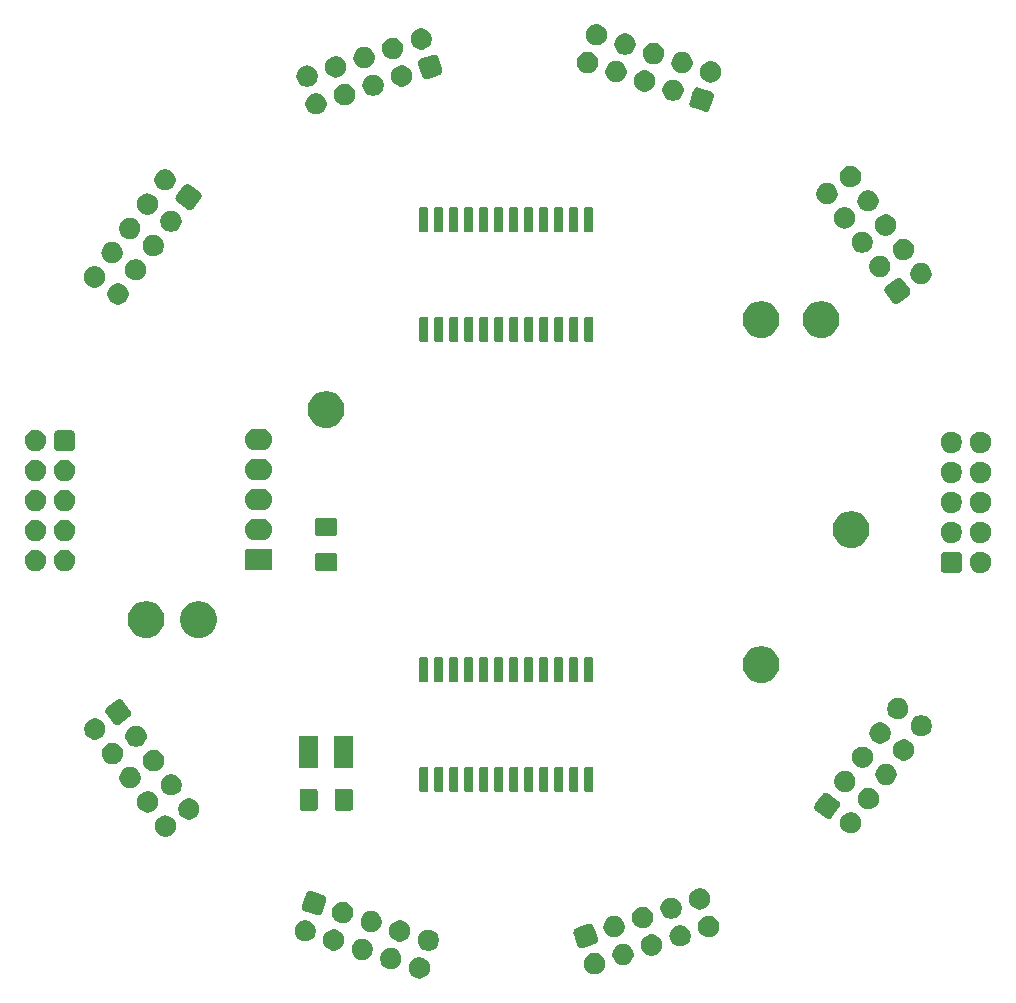
<source format=gbr>
G04 #@! TF.GenerationSoftware,KiCad,Pcbnew,5.1.6*
G04 #@! TF.CreationDate,2020-09-11T13:28:42+02:00*
G04 #@! TF.ProjectId,enigma-ToF,656e6967-6d61-42d5-946f-462e6b696361,rev?*
G04 #@! TF.SameCoordinates,Original*
G04 #@! TF.FileFunction,Soldermask,Top*
G04 #@! TF.FilePolarity,Negative*
%FSLAX46Y46*%
G04 Gerber Fmt 4.6, Leading zero omitted, Abs format (unit mm)*
G04 Created by KiCad (PCBNEW 5.1.6) date 2020-09-11 13:28:42*
%MOMM*%
%LPD*%
G01*
G04 APERTURE LIST*
%ADD10C,0.100000*%
G04 APERTURE END LIST*
D10*
G36*
X62613512Y-108603927D02*
G01*
X62762812Y-108633624D01*
X62926784Y-108701544D01*
X63074354Y-108800147D01*
X63199853Y-108925646D01*
X63298456Y-109073216D01*
X63366376Y-109237188D01*
X63401000Y-109411259D01*
X63401000Y-109588741D01*
X63366376Y-109762812D01*
X63298456Y-109926784D01*
X63199853Y-110074354D01*
X63074354Y-110199853D01*
X62926784Y-110298456D01*
X62762812Y-110366376D01*
X62613512Y-110396073D01*
X62588742Y-110401000D01*
X62411258Y-110401000D01*
X62386488Y-110396073D01*
X62237188Y-110366376D01*
X62073216Y-110298456D01*
X61925646Y-110199853D01*
X61800147Y-110074354D01*
X61701544Y-109926784D01*
X61633624Y-109762812D01*
X61599000Y-109588741D01*
X61599000Y-109411259D01*
X61633624Y-109237188D01*
X61701544Y-109073216D01*
X61800147Y-108925646D01*
X61925646Y-108800147D01*
X62073216Y-108701544D01*
X62237188Y-108633624D01*
X62386488Y-108603927D01*
X62411258Y-108599000D01*
X62588742Y-108599000D01*
X62613512Y-108603927D01*
G37*
G36*
X77450778Y-108243540D02*
G01*
X77600078Y-108273237D01*
X77764050Y-108341157D01*
X77911620Y-108439760D01*
X78037119Y-108565259D01*
X78135722Y-108712829D01*
X78203642Y-108876801D01*
X78238266Y-109050872D01*
X78238266Y-109228354D01*
X78203642Y-109402425D01*
X78135722Y-109566397D01*
X78037119Y-109713967D01*
X77911620Y-109839466D01*
X77764050Y-109938069D01*
X77600078Y-110005989D01*
X77450778Y-110035686D01*
X77426008Y-110040613D01*
X77248524Y-110040613D01*
X77223754Y-110035686D01*
X77074454Y-110005989D01*
X76910482Y-109938069D01*
X76762912Y-109839466D01*
X76637413Y-109713967D01*
X76538810Y-109566397D01*
X76470890Y-109402425D01*
X76436266Y-109228354D01*
X76436266Y-109050872D01*
X76470890Y-108876801D01*
X76538810Y-108712829D01*
X76637413Y-108565259D01*
X76762912Y-108439760D01*
X76910482Y-108341157D01*
X77074454Y-108273237D01*
X77223754Y-108243540D01*
X77248524Y-108238613D01*
X77426008Y-108238613D01*
X77450778Y-108243540D01*
G37*
G36*
X60186586Y-107816788D02*
G01*
X60347128Y-107848721D01*
X60511100Y-107916641D01*
X60658670Y-108015244D01*
X60784169Y-108140743D01*
X60882772Y-108288313D01*
X60950692Y-108452285D01*
X60979875Y-108599000D01*
X60983559Y-108617520D01*
X60985316Y-108626356D01*
X60985316Y-108803838D01*
X60950692Y-108977909D01*
X60882772Y-109141881D01*
X60784169Y-109289451D01*
X60658670Y-109414950D01*
X60511100Y-109513553D01*
X60347128Y-109581473D01*
X60197828Y-109611170D01*
X60173058Y-109616097D01*
X59995574Y-109616097D01*
X59970804Y-109611170D01*
X59821504Y-109581473D01*
X59657532Y-109513553D01*
X59509962Y-109414950D01*
X59384463Y-109289451D01*
X59285860Y-109141881D01*
X59217940Y-108977909D01*
X59183316Y-108803838D01*
X59183316Y-108626356D01*
X59185074Y-108617520D01*
X59188757Y-108599000D01*
X59217940Y-108452285D01*
X59285860Y-108288313D01*
X59384463Y-108140743D01*
X59509962Y-108015244D01*
X59657532Y-107916641D01*
X59821504Y-107848721D01*
X59982046Y-107816788D01*
X59995574Y-107814097D01*
X60173058Y-107814097D01*
X60186586Y-107816788D01*
G37*
G36*
X79866461Y-107458636D02*
G01*
X80015761Y-107488333D01*
X80179733Y-107556253D01*
X80327303Y-107654856D01*
X80452802Y-107780355D01*
X80551405Y-107927925D01*
X80619325Y-108091897D01*
X80629720Y-108144159D01*
X80653949Y-108265967D01*
X80653949Y-108443451D01*
X80649022Y-108468221D01*
X80619325Y-108617521D01*
X80551405Y-108781493D01*
X80452802Y-108929063D01*
X80327303Y-109054562D01*
X80179733Y-109153165D01*
X80015761Y-109221085D01*
X79866461Y-109250782D01*
X79841691Y-109255709D01*
X79664207Y-109255709D01*
X79639437Y-109250782D01*
X79490137Y-109221085D01*
X79326165Y-109153165D01*
X79178595Y-109054562D01*
X79053096Y-108929063D01*
X78954493Y-108781493D01*
X78886573Y-108617521D01*
X78856876Y-108468221D01*
X78851949Y-108443451D01*
X78851949Y-108265967D01*
X78876178Y-108144159D01*
X78886573Y-108091897D01*
X78954493Y-107927925D01*
X79053096Y-107780355D01*
X79178595Y-107654856D01*
X79326165Y-107556253D01*
X79490137Y-107488333D01*
X79639437Y-107458636D01*
X79664207Y-107453709D01*
X79841691Y-107453709D01*
X79866461Y-107458636D01*
G37*
G36*
X57782145Y-107034121D02*
G01*
X57931445Y-107063818D01*
X58095417Y-107131738D01*
X58242987Y-107230341D01*
X58368486Y-107355840D01*
X58467089Y-107503410D01*
X58535009Y-107667382D01*
X58561639Y-107801263D01*
X58569633Y-107841452D01*
X58569633Y-108018936D01*
X58568073Y-108026777D01*
X58535009Y-108193006D01*
X58467089Y-108356978D01*
X58368486Y-108504548D01*
X58242987Y-108630047D01*
X58095417Y-108728650D01*
X57931445Y-108796570D01*
X57782145Y-108826267D01*
X57757375Y-108831194D01*
X57579891Y-108831194D01*
X57555121Y-108826267D01*
X57405821Y-108796570D01*
X57241849Y-108728650D01*
X57094279Y-108630047D01*
X56968780Y-108504548D01*
X56870177Y-108356978D01*
X56802257Y-108193006D01*
X56769193Y-108026777D01*
X56767633Y-108018936D01*
X56767633Y-107841452D01*
X56775627Y-107801263D01*
X56802257Y-107667382D01*
X56870177Y-107503410D01*
X56968780Y-107355840D01*
X57094279Y-107230341D01*
X57241849Y-107131738D01*
X57405821Y-107063818D01*
X57555121Y-107034121D01*
X57579891Y-107029194D01*
X57757375Y-107029194D01*
X57782145Y-107034121D01*
G37*
G36*
X82282145Y-106673733D02*
G01*
X82431445Y-106703430D01*
X82595417Y-106771350D01*
X82742987Y-106869953D01*
X82868486Y-106995452D01*
X82967089Y-107143022D01*
X83035009Y-107306994D01*
X83058126Y-107423213D01*
X83069633Y-107481064D01*
X83069633Y-107658548D01*
X83064706Y-107683318D01*
X83035009Y-107832618D01*
X82967089Y-107996590D01*
X82868486Y-108144160D01*
X82742987Y-108269659D01*
X82595417Y-108368262D01*
X82431445Y-108436182D01*
X82282145Y-108465879D01*
X82257375Y-108470806D01*
X82079891Y-108470806D01*
X82055121Y-108465879D01*
X81905821Y-108436182D01*
X81741849Y-108368262D01*
X81594279Y-108269659D01*
X81468780Y-108144160D01*
X81370177Y-107996590D01*
X81302257Y-107832618D01*
X81272560Y-107683318D01*
X81267633Y-107658548D01*
X81267633Y-107481064D01*
X81279140Y-107423213D01*
X81302257Y-107306994D01*
X81370177Y-107143022D01*
X81468780Y-106995452D01*
X81594279Y-106869953D01*
X81741849Y-106771350D01*
X81905821Y-106703430D01*
X82055121Y-106673733D01*
X82079891Y-106668806D01*
X82257375Y-106668806D01*
X82282145Y-106673733D01*
G37*
G36*
X63366067Y-106262811D02*
G01*
X63522994Y-106294025D01*
X63686966Y-106361945D01*
X63834536Y-106460548D01*
X63960035Y-106586047D01*
X64058638Y-106733617D01*
X64126558Y-106897589D01*
X64147652Y-107003639D01*
X64159623Y-107063819D01*
X64161182Y-107071660D01*
X64161182Y-107249142D01*
X64126558Y-107423213D01*
X64058638Y-107587185D01*
X63960035Y-107734755D01*
X63834536Y-107860254D01*
X63686966Y-107958857D01*
X63522994Y-108026777D01*
X63373694Y-108056474D01*
X63348924Y-108061401D01*
X63171440Y-108061401D01*
X63146670Y-108056474D01*
X62997370Y-108026777D01*
X62833398Y-107958857D01*
X62685828Y-107860254D01*
X62560329Y-107734755D01*
X62461726Y-107587185D01*
X62393806Y-107423213D01*
X62359182Y-107249142D01*
X62359182Y-107071660D01*
X62360742Y-107063819D01*
X62372712Y-107003639D01*
X62393806Y-106897589D01*
X62461726Y-106733617D01*
X62560329Y-106586047D01*
X62685828Y-106460548D01*
X62833398Y-106361945D01*
X62997370Y-106294025D01*
X63154297Y-106262811D01*
X63171440Y-106259401D01*
X63348924Y-106259401D01*
X63366067Y-106262811D01*
G37*
G36*
X55366461Y-106249218D02*
G01*
X55515761Y-106278915D01*
X55679733Y-106346835D01*
X55827303Y-106445438D01*
X55952802Y-106570937D01*
X56051405Y-106718507D01*
X56119325Y-106882479D01*
X56148508Y-107029194D01*
X56153949Y-107056549D01*
X56153949Y-107234033D01*
X56152389Y-107241874D01*
X56119325Y-107408103D01*
X56051405Y-107572075D01*
X55952802Y-107719645D01*
X55827303Y-107845144D01*
X55679733Y-107943747D01*
X55515761Y-108011667D01*
X55366461Y-108041364D01*
X55341691Y-108046291D01*
X55164207Y-108046291D01*
X55139437Y-108041364D01*
X54990137Y-108011667D01*
X54826165Y-107943747D01*
X54678595Y-107845144D01*
X54553096Y-107719645D01*
X54454493Y-107572075D01*
X54386573Y-107408103D01*
X54353509Y-107241874D01*
X54351949Y-107234033D01*
X54351949Y-107056549D01*
X54357390Y-107029194D01*
X54386573Y-106882479D01*
X54454493Y-106718507D01*
X54553096Y-106570937D01*
X54678595Y-106445438D01*
X54826165Y-106346835D01*
X54990137Y-106278915D01*
X55139437Y-106249218D01*
X55164207Y-106244291D01*
X55341691Y-106244291D01*
X55366461Y-106249218D01*
G37*
G36*
X77011603Y-105780744D02*
G01*
X77082323Y-105808424D01*
X77146283Y-105849368D01*
X77201028Y-105902003D01*
X77244451Y-105964307D01*
X77277357Y-106039536D01*
X77294773Y-106093137D01*
X77294774Y-106093139D01*
X77360046Y-106294025D01*
X77590614Y-107003639D01*
X77608212Y-107083847D01*
X77609703Y-107159777D01*
X77596354Y-107234533D01*
X77568674Y-107305253D01*
X77527730Y-107369213D01*
X77475095Y-107423958D01*
X77412791Y-107467381D01*
X77337562Y-107500287D01*
X77283961Y-107517703D01*
X77283959Y-107517704D01*
X77165317Y-107556253D01*
X76373459Y-107813544D01*
X76293251Y-107831142D01*
X76217321Y-107832633D01*
X76142565Y-107819284D01*
X76071845Y-107791604D01*
X76007885Y-107750660D01*
X75953140Y-107698025D01*
X75909717Y-107635721D01*
X75876811Y-107560492D01*
X75858265Y-107503412D01*
X75790149Y-107293776D01*
X75563554Y-106596389D01*
X75545956Y-106516181D01*
X75544465Y-106440251D01*
X75557814Y-106365495D01*
X75585494Y-106294775D01*
X75626438Y-106230815D01*
X75679073Y-106176070D01*
X75741377Y-106132647D01*
X75816606Y-106099741D01*
X75870207Y-106082325D01*
X75870209Y-106082324D01*
X76233428Y-105964307D01*
X76780709Y-105786484D01*
X76860917Y-105768886D01*
X76936847Y-105767395D01*
X77011603Y-105780744D01*
G37*
G36*
X84697828Y-105888830D02*
G01*
X84847128Y-105918527D01*
X85011100Y-105986447D01*
X85158670Y-106085050D01*
X85284169Y-106210549D01*
X85382772Y-106358119D01*
X85450692Y-106522091D01*
X85473809Y-106638310D01*
X85485316Y-106696161D01*
X85485316Y-106873645D01*
X85480553Y-106897589D01*
X85450692Y-107047715D01*
X85382772Y-107211687D01*
X85284169Y-107359257D01*
X85158670Y-107484756D01*
X85011100Y-107583359D01*
X84847128Y-107651279D01*
X84697828Y-107680976D01*
X84673058Y-107685903D01*
X84495574Y-107685903D01*
X84470804Y-107680976D01*
X84321504Y-107651279D01*
X84157532Y-107583359D01*
X84009962Y-107484756D01*
X83884463Y-107359257D01*
X83785860Y-107211687D01*
X83717940Y-107047715D01*
X83688079Y-106897589D01*
X83683316Y-106873645D01*
X83683316Y-106696161D01*
X83694823Y-106638310D01*
X83717940Y-106522091D01*
X83785860Y-106358119D01*
X83884463Y-106210549D01*
X84009962Y-106085050D01*
X84157532Y-105986447D01*
X84321504Y-105918527D01*
X84470804Y-105888830D01*
X84495574Y-105883903D01*
X84673058Y-105883903D01*
X84697828Y-105888830D01*
G37*
G36*
X60958010Y-105479425D02*
G01*
X61107310Y-105509122D01*
X61271282Y-105577042D01*
X61418852Y-105675645D01*
X61544351Y-105801144D01*
X61642954Y-105948714D01*
X61710874Y-106112686D01*
X61734581Y-106231873D01*
X61743939Y-106278916D01*
X61745498Y-106286757D01*
X61745498Y-106464239D01*
X61710874Y-106638310D01*
X61642954Y-106802282D01*
X61544351Y-106949852D01*
X61418852Y-107075351D01*
X61271282Y-107173954D01*
X61107310Y-107241874D01*
X60958010Y-107271571D01*
X60933240Y-107276498D01*
X60755756Y-107276498D01*
X60730986Y-107271571D01*
X60581686Y-107241874D01*
X60417714Y-107173954D01*
X60270144Y-107075351D01*
X60144645Y-106949852D01*
X60046042Y-106802282D01*
X59978122Y-106638310D01*
X59943498Y-106464239D01*
X59943498Y-106286757D01*
X59945058Y-106278916D01*
X59954415Y-106231873D01*
X59978122Y-106112686D01*
X60046042Y-105948714D01*
X60144645Y-105801144D01*
X60270144Y-105675645D01*
X60417714Y-105577042D01*
X60581686Y-105509122D01*
X60730986Y-105479425D01*
X60755756Y-105474498D01*
X60933240Y-105474498D01*
X60958010Y-105479425D01*
G37*
G36*
X52950778Y-105464314D02*
G01*
X53100078Y-105494011D01*
X53264050Y-105561931D01*
X53411620Y-105660534D01*
X53537119Y-105786033D01*
X53635722Y-105933603D01*
X53703642Y-106097575D01*
X53730144Y-106230815D01*
X53738266Y-106271645D01*
X53738266Y-106449129D01*
X53735994Y-106460549D01*
X53703642Y-106623199D01*
X53635722Y-106787171D01*
X53537119Y-106934741D01*
X53411620Y-107060240D01*
X53264050Y-107158843D01*
X53100078Y-107226763D01*
X52950778Y-107256460D01*
X52926008Y-107261387D01*
X52748524Y-107261387D01*
X52723754Y-107256460D01*
X52574454Y-107226763D01*
X52410482Y-107158843D01*
X52262912Y-107060240D01*
X52137413Y-106934741D01*
X52038810Y-106787171D01*
X51970890Y-106623199D01*
X51938538Y-106460549D01*
X51936266Y-106449129D01*
X51936266Y-106271645D01*
X51944388Y-106230815D01*
X51970890Y-106097575D01*
X52038810Y-105933603D01*
X52137413Y-105786033D01*
X52262912Y-105660534D01*
X52410482Y-105561931D01*
X52574454Y-105494011D01*
X52723754Y-105464314D01*
X52748524Y-105459387D01*
X52926008Y-105459387D01*
X52950778Y-105464314D01*
G37*
G36*
X79106280Y-105119037D02*
G01*
X79255580Y-105148734D01*
X79419552Y-105216654D01*
X79567122Y-105315257D01*
X79692621Y-105440756D01*
X79791224Y-105588326D01*
X79859144Y-105752298D01*
X79885321Y-105883903D01*
X79893768Y-105926368D01*
X79893768Y-106103852D01*
X79891010Y-106117715D01*
X79859144Y-106277922D01*
X79791224Y-106441894D01*
X79692621Y-106589464D01*
X79567122Y-106714963D01*
X79419552Y-106813566D01*
X79255580Y-106881486D01*
X79106280Y-106911183D01*
X79081510Y-106916110D01*
X78904026Y-106916110D01*
X78879256Y-106911183D01*
X78729956Y-106881486D01*
X78565984Y-106813566D01*
X78418414Y-106714963D01*
X78292915Y-106589464D01*
X78194312Y-106441894D01*
X78126392Y-106277922D01*
X78094526Y-106117715D01*
X78091768Y-106103852D01*
X78091768Y-105926368D01*
X78100215Y-105883903D01*
X78126392Y-105752298D01*
X78194312Y-105588326D01*
X78292915Y-105440756D01*
X78418414Y-105315257D01*
X78565984Y-105216654D01*
X78729956Y-105148734D01*
X78879256Y-105119037D01*
X78904026Y-105114110D01*
X79081510Y-105114110D01*
X79106280Y-105119037D01*
G37*
G36*
X87113512Y-105103927D02*
G01*
X87262812Y-105133624D01*
X87426784Y-105201544D01*
X87574354Y-105300147D01*
X87699853Y-105425646D01*
X87798456Y-105573216D01*
X87866376Y-105737188D01*
X87889493Y-105853407D01*
X87901000Y-105911258D01*
X87901000Y-106088742D01*
X87899440Y-106096583D01*
X87866376Y-106262812D01*
X87798456Y-106426784D01*
X87699853Y-106574354D01*
X87574354Y-106699853D01*
X87426784Y-106798456D01*
X87262812Y-106866376D01*
X87113512Y-106896073D01*
X87088742Y-106901000D01*
X86911258Y-106901000D01*
X86886488Y-106896073D01*
X86737188Y-106866376D01*
X86573216Y-106798456D01*
X86425646Y-106699853D01*
X86300147Y-106574354D01*
X86201544Y-106426784D01*
X86133624Y-106262812D01*
X86100560Y-106096583D01*
X86099000Y-106088742D01*
X86099000Y-105911258D01*
X86110507Y-105853407D01*
X86133624Y-105737188D01*
X86201544Y-105573216D01*
X86300147Y-105425646D01*
X86425646Y-105300147D01*
X86573216Y-105201544D01*
X86737188Y-105133624D01*
X86886488Y-105103927D01*
X86911258Y-105099000D01*
X87088742Y-105099000D01*
X87113512Y-105103927D01*
G37*
G36*
X58542327Y-104694522D02*
G01*
X58691627Y-104724219D01*
X58855599Y-104792139D01*
X59003169Y-104890742D01*
X59128668Y-105016241D01*
X59227271Y-105163811D01*
X59295191Y-105327783D01*
X59317662Y-105440756D01*
X59328058Y-105493018D01*
X59329815Y-105501854D01*
X59329815Y-105679336D01*
X59295191Y-105853407D01*
X59227271Y-106017379D01*
X59128668Y-106164949D01*
X59003169Y-106290448D01*
X58855599Y-106389051D01*
X58691627Y-106456971D01*
X58542327Y-106486668D01*
X58517557Y-106491595D01*
X58340073Y-106491595D01*
X58315303Y-106486668D01*
X58166003Y-106456971D01*
X58002031Y-106389051D01*
X57854461Y-106290448D01*
X57728962Y-106164949D01*
X57630359Y-106017379D01*
X57562439Y-105853407D01*
X57527815Y-105679336D01*
X57527815Y-105501854D01*
X57529573Y-105493018D01*
X57539968Y-105440756D01*
X57562439Y-105327783D01*
X57630359Y-105163811D01*
X57728962Y-105016241D01*
X57854461Y-104890742D01*
X58002031Y-104792139D01*
X58166003Y-104724219D01*
X58315303Y-104694522D01*
X58340073Y-104689595D01*
X58517557Y-104689595D01*
X58542327Y-104694522D01*
G37*
G36*
X81521963Y-104334134D02*
G01*
X81671263Y-104363831D01*
X81835235Y-104431751D01*
X81982805Y-104530354D01*
X82108304Y-104655853D01*
X82206907Y-104803423D01*
X82274827Y-104967395D01*
X82291935Y-105053407D01*
X82309451Y-105141465D01*
X82309451Y-105318949D01*
X82304524Y-105343719D01*
X82274827Y-105493019D01*
X82206907Y-105656991D01*
X82108304Y-105804561D01*
X81982805Y-105930060D01*
X81835235Y-106028663D01*
X81671263Y-106096583D01*
X81521963Y-106126280D01*
X81497193Y-106131207D01*
X81319709Y-106131207D01*
X81294939Y-106126280D01*
X81145639Y-106096583D01*
X80981667Y-106028663D01*
X80834097Y-105930060D01*
X80708598Y-105804561D01*
X80609995Y-105656991D01*
X80542075Y-105493019D01*
X80512378Y-105343719D01*
X80507451Y-105318949D01*
X80507451Y-105141465D01*
X80524967Y-105053407D01*
X80542075Y-104967395D01*
X80609995Y-104803423D01*
X80708598Y-104655853D01*
X80834097Y-104530354D01*
X80981667Y-104431751D01*
X81145639Y-104363831D01*
X81294939Y-104334134D01*
X81319709Y-104329207D01*
X81497193Y-104329207D01*
X81521963Y-104334134D01*
G37*
G36*
X56126643Y-103909618D02*
G01*
X56275943Y-103939315D01*
X56439915Y-104007235D01*
X56587485Y-104105838D01*
X56712984Y-104231337D01*
X56811587Y-104378907D01*
X56879507Y-104542879D01*
X56914131Y-104716950D01*
X56914131Y-104894432D01*
X56879507Y-105068503D01*
X56811587Y-105232475D01*
X56712984Y-105380045D01*
X56587485Y-105505544D01*
X56439915Y-105604147D01*
X56275943Y-105672067D01*
X56126643Y-105701764D01*
X56101873Y-105706691D01*
X55924389Y-105706691D01*
X55899619Y-105701764D01*
X55750319Y-105672067D01*
X55586347Y-105604147D01*
X55438777Y-105505544D01*
X55313278Y-105380045D01*
X55214675Y-105232475D01*
X55146755Y-105068503D01*
X55112131Y-104894432D01*
X55112131Y-104716950D01*
X55146755Y-104542879D01*
X55214675Y-104378907D01*
X55313278Y-104231337D01*
X55438777Y-104105838D01*
X55586347Y-104007235D01*
X55750319Y-103939315D01*
X55899619Y-103909618D01*
X55924389Y-103904691D01*
X56101873Y-103904691D01*
X56126643Y-103909618D01*
G37*
G36*
X83937647Y-103549231D02*
G01*
X84086947Y-103578928D01*
X84250919Y-103646848D01*
X84398489Y-103745451D01*
X84523988Y-103870950D01*
X84622591Y-104018520D01*
X84690511Y-104182492D01*
X84725135Y-104356563D01*
X84725135Y-104534045D01*
X84690511Y-104708116D01*
X84622591Y-104872088D01*
X84523988Y-105019658D01*
X84398489Y-105145157D01*
X84250919Y-105243760D01*
X84086947Y-105311680D01*
X83937647Y-105341377D01*
X83912877Y-105346304D01*
X83735393Y-105346304D01*
X83710623Y-105341377D01*
X83561323Y-105311680D01*
X83397351Y-105243760D01*
X83249781Y-105145157D01*
X83124282Y-105019658D01*
X83025679Y-104872088D01*
X82957759Y-104708116D01*
X82923135Y-104534045D01*
X82923135Y-104356563D01*
X82957759Y-104182492D01*
X83025679Y-104018520D01*
X83124282Y-103870950D01*
X83249781Y-103745451D01*
X83397351Y-103646848D01*
X83561323Y-103578928D01*
X83710623Y-103549231D01*
X83735393Y-103544304D01*
X83912877Y-103544304D01*
X83937647Y-103549231D01*
G37*
G36*
X53313615Y-102989660D02*
G01*
X53393823Y-103007258D01*
X53941104Y-103185081D01*
X54304323Y-103303098D01*
X54304325Y-103303099D01*
X54357926Y-103320515D01*
X54433155Y-103353421D01*
X54495459Y-103396844D01*
X54548094Y-103451589D01*
X54589038Y-103515549D01*
X54616718Y-103586269D01*
X54630067Y-103661025D01*
X54628576Y-103736955D01*
X54610978Y-103817163D01*
X54411286Y-104431751D01*
X54316257Y-104724220D01*
X54297721Y-104781266D01*
X54264815Y-104856495D01*
X54221392Y-104918799D01*
X54166647Y-104971434D01*
X54102687Y-105012378D01*
X54031967Y-105040058D01*
X53957211Y-105053407D01*
X53881281Y-105051916D01*
X53801073Y-105034318D01*
X53022261Y-104781266D01*
X52890573Y-104738478D01*
X52890571Y-104738477D01*
X52836970Y-104721061D01*
X52761741Y-104688155D01*
X52699437Y-104644732D01*
X52646802Y-104589987D01*
X52605858Y-104526027D01*
X52578178Y-104455307D01*
X52564829Y-104380551D01*
X52566320Y-104304621D01*
X52583918Y-104224413D01*
X52852812Y-103396844D01*
X52879758Y-103313913D01*
X52879759Y-103313911D01*
X52897175Y-103260310D01*
X52930081Y-103185081D01*
X52973504Y-103122777D01*
X53028249Y-103070142D01*
X53092209Y-103029198D01*
X53162929Y-103001518D01*
X53237685Y-102988169D01*
X53313615Y-102989660D01*
G37*
G36*
X86353330Y-102764328D02*
G01*
X86502630Y-102794025D01*
X86666602Y-102861945D01*
X86814172Y-102960548D01*
X86939671Y-103086047D01*
X87038274Y-103233617D01*
X87106194Y-103397589D01*
X87140818Y-103571660D01*
X87140818Y-103749142D01*
X87106194Y-103923213D01*
X87038274Y-104087185D01*
X86939671Y-104234755D01*
X86814172Y-104360254D01*
X86666602Y-104458857D01*
X86502630Y-104526777D01*
X86353330Y-104556474D01*
X86328560Y-104561401D01*
X86151076Y-104561401D01*
X86126306Y-104556474D01*
X85977006Y-104526777D01*
X85813034Y-104458857D01*
X85665464Y-104360254D01*
X85539965Y-104234755D01*
X85441362Y-104087185D01*
X85373442Y-103923213D01*
X85338818Y-103749142D01*
X85338818Y-103571660D01*
X85373442Y-103397589D01*
X85441362Y-103233617D01*
X85539965Y-103086047D01*
X85665464Y-102960548D01*
X85813034Y-102861945D01*
X85977006Y-102794025D01*
X86126306Y-102764328D01*
X86151076Y-102759401D01*
X86328560Y-102759401D01*
X86353330Y-102764328D01*
G37*
G36*
X41113512Y-96603927D02*
G01*
X41262812Y-96633624D01*
X41426784Y-96701544D01*
X41574354Y-96800147D01*
X41699853Y-96925646D01*
X41798456Y-97073216D01*
X41866376Y-97237188D01*
X41901000Y-97411259D01*
X41901000Y-97588741D01*
X41866376Y-97762812D01*
X41798456Y-97926784D01*
X41699853Y-98074354D01*
X41574354Y-98199853D01*
X41426784Y-98298456D01*
X41262812Y-98366376D01*
X41113512Y-98396073D01*
X41088742Y-98401000D01*
X40911258Y-98401000D01*
X40886488Y-98396073D01*
X40737188Y-98366376D01*
X40573216Y-98298456D01*
X40425646Y-98199853D01*
X40300147Y-98074354D01*
X40201544Y-97926784D01*
X40133624Y-97762812D01*
X40099000Y-97588741D01*
X40099000Y-97411259D01*
X40133624Y-97237188D01*
X40201544Y-97073216D01*
X40300147Y-96925646D01*
X40425646Y-96800147D01*
X40573216Y-96701544D01*
X40737188Y-96633624D01*
X40886488Y-96603927D01*
X40911258Y-96599000D01*
X41088742Y-96599000D01*
X41113512Y-96603927D01*
G37*
G36*
X99141614Y-96323540D02*
G01*
X99290914Y-96353237D01*
X99454886Y-96421157D01*
X99602456Y-96519760D01*
X99727955Y-96645259D01*
X99826558Y-96792829D01*
X99894478Y-96956801D01*
X99929102Y-97130872D01*
X99929102Y-97308354D01*
X99894478Y-97482425D01*
X99826558Y-97646397D01*
X99727955Y-97793967D01*
X99602456Y-97919466D01*
X99454886Y-98018069D01*
X99290914Y-98085989D01*
X99141614Y-98115686D01*
X99116844Y-98120613D01*
X98939360Y-98120613D01*
X98914590Y-98115686D01*
X98765290Y-98085989D01*
X98601318Y-98018069D01*
X98453748Y-97919466D01*
X98328249Y-97793967D01*
X98229646Y-97646397D01*
X98161726Y-97482425D01*
X98127102Y-97308354D01*
X98127102Y-97130872D01*
X98161726Y-96956801D01*
X98229646Y-96792829D01*
X98328249Y-96645259D01*
X98453748Y-96519760D01*
X98601318Y-96421157D01*
X98765290Y-96353237D01*
X98914590Y-96323540D01*
X98939360Y-96318613D01*
X99116844Y-96318613D01*
X99141614Y-96323540D01*
G37*
G36*
X43103694Y-95157975D02*
G01*
X43252994Y-95187672D01*
X43416966Y-95255592D01*
X43564536Y-95354195D01*
X43690035Y-95479694D01*
X43788638Y-95627264D01*
X43856558Y-95791236D01*
X43872611Y-95871944D01*
X43891182Y-95965306D01*
X43891182Y-96142790D01*
X43890752Y-96144950D01*
X43856558Y-96316860D01*
X43788638Y-96480832D01*
X43690035Y-96628402D01*
X43564536Y-96753901D01*
X43416966Y-96852504D01*
X43252994Y-96920424D01*
X43103694Y-96950121D01*
X43078924Y-96955048D01*
X42901440Y-96955048D01*
X42876670Y-96950121D01*
X42727370Y-96920424D01*
X42563398Y-96852504D01*
X42415828Y-96753901D01*
X42290329Y-96628402D01*
X42191726Y-96480832D01*
X42123806Y-96316860D01*
X42089612Y-96144950D01*
X42089182Y-96142790D01*
X42089182Y-95965306D01*
X42107753Y-95871944D01*
X42123806Y-95791236D01*
X42191726Y-95627264D01*
X42290329Y-95479694D01*
X42415828Y-95354195D01*
X42563398Y-95255592D01*
X42727370Y-95187672D01*
X42876670Y-95157975D01*
X42901440Y-95153048D01*
X43078924Y-95153048D01*
X43103694Y-95157975D01*
G37*
G36*
X97014863Y-94680409D02*
G01*
X97086614Y-94705290D01*
X97157458Y-94746813D01*
X97977571Y-95342660D01*
X98038955Y-95397207D01*
X98084789Y-95457755D01*
X98117931Y-95526084D01*
X98137106Y-95599568D01*
X98141576Y-95675378D01*
X98131172Y-95750604D01*
X98106291Y-95822355D01*
X98064768Y-95893199D01*
X97468921Y-96713312D01*
X97414374Y-96774696D01*
X97353826Y-96820530D01*
X97285497Y-96853672D01*
X97212013Y-96872847D01*
X97136203Y-96877317D01*
X97060977Y-96866913D01*
X96989226Y-96842032D01*
X96918382Y-96800509D01*
X96098269Y-96204662D01*
X96036885Y-96150115D01*
X95991051Y-96089567D01*
X95957909Y-96021238D01*
X95938734Y-95947754D01*
X95934264Y-95871944D01*
X95944668Y-95796718D01*
X95969549Y-95724967D01*
X96011072Y-95654123D01*
X96606919Y-94834010D01*
X96661466Y-94772626D01*
X96722014Y-94726792D01*
X96790343Y-94693650D01*
X96863827Y-94674475D01*
X96939637Y-94670005D01*
X97014863Y-94680409D01*
G37*
G36*
X39615403Y-94548003D02*
G01*
X39769837Y-94578721D01*
X39933809Y-94646641D01*
X40081379Y-94745244D01*
X40206878Y-94870743D01*
X40305481Y-95018313D01*
X40373401Y-95182285D01*
X40387556Y-95253450D01*
X40407596Y-95354196D01*
X40408025Y-95356356D01*
X40408025Y-95533838D01*
X40373401Y-95707909D01*
X40305481Y-95871881D01*
X40206878Y-96019451D01*
X40081379Y-96144950D01*
X39933809Y-96243553D01*
X39769837Y-96311473D01*
X39620537Y-96341170D01*
X39595767Y-96346097D01*
X39418283Y-96346097D01*
X39393513Y-96341170D01*
X39244213Y-96311473D01*
X39080241Y-96243553D01*
X38932671Y-96144950D01*
X38807172Y-96019451D01*
X38708569Y-95871881D01*
X38640649Y-95707909D01*
X38606025Y-95533838D01*
X38606025Y-95356356D01*
X38606455Y-95354196D01*
X38626494Y-95253450D01*
X38640649Y-95182285D01*
X38708569Y-95018313D01*
X38807172Y-94870743D01*
X38932671Y-94745244D01*
X39080241Y-94646641D01*
X39244213Y-94578721D01*
X39398647Y-94548003D01*
X39418283Y-94544097D01*
X39595767Y-94544097D01*
X39615403Y-94548003D01*
G37*
G36*
X53735562Y-94328181D02*
G01*
X53770481Y-94338774D01*
X53802663Y-94355976D01*
X53830873Y-94379127D01*
X53854024Y-94407337D01*
X53871226Y-94439519D01*
X53881819Y-94474438D01*
X53886000Y-94516895D01*
X53886000Y-95983105D01*
X53881819Y-96025562D01*
X53871226Y-96060481D01*
X53854024Y-96092663D01*
X53830873Y-96120873D01*
X53802663Y-96144024D01*
X53770481Y-96161226D01*
X53735562Y-96171819D01*
X53693105Y-96176000D01*
X52551895Y-96176000D01*
X52509438Y-96171819D01*
X52474519Y-96161226D01*
X52442337Y-96144024D01*
X52414127Y-96120873D01*
X52390976Y-96092663D01*
X52373774Y-96060481D01*
X52363181Y-96025562D01*
X52359000Y-95983105D01*
X52359000Y-94516895D01*
X52363181Y-94474438D01*
X52373774Y-94439519D01*
X52390976Y-94407337D01*
X52414127Y-94379127D01*
X52442337Y-94355976D01*
X52474519Y-94338774D01*
X52509438Y-94328181D01*
X52551895Y-94324000D01*
X53693105Y-94324000D01*
X53735562Y-94328181D01*
G37*
G36*
X56710562Y-94328181D02*
G01*
X56745481Y-94338774D01*
X56777663Y-94355976D01*
X56805873Y-94379127D01*
X56829024Y-94407337D01*
X56846226Y-94439519D01*
X56856819Y-94474438D01*
X56861000Y-94516895D01*
X56861000Y-95983105D01*
X56856819Y-96025562D01*
X56846226Y-96060481D01*
X56829024Y-96092663D01*
X56805873Y-96120873D01*
X56777663Y-96144024D01*
X56745481Y-96161226D01*
X56710562Y-96171819D01*
X56668105Y-96176000D01*
X55526895Y-96176000D01*
X55484438Y-96171819D01*
X55449519Y-96161226D01*
X55417337Y-96144024D01*
X55389127Y-96120873D01*
X55365976Y-96092663D01*
X55348774Y-96060481D01*
X55338181Y-96025562D01*
X55334000Y-95983105D01*
X55334000Y-94516895D01*
X55338181Y-94474438D01*
X55348774Y-94439519D01*
X55365976Y-94407337D01*
X55389127Y-94379127D01*
X55417337Y-94355976D01*
X55449519Y-94338774D01*
X55484438Y-94328181D01*
X55526895Y-94324000D01*
X56668105Y-94324000D01*
X56710562Y-94328181D01*
G37*
G36*
X100634588Y-94268636D02*
G01*
X100783888Y-94298333D01*
X100947860Y-94366253D01*
X101095430Y-94464856D01*
X101220929Y-94590355D01*
X101319532Y-94737925D01*
X101387452Y-94901897D01*
X101422076Y-95075968D01*
X101422076Y-95253450D01*
X101387452Y-95427521D01*
X101319532Y-95591493D01*
X101220929Y-95739063D01*
X101095430Y-95864562D01*
X100947860Y-95963165D01*
X100783888Y-96031085D01*
X100636101Y-96060481D01*
X100609818Y-96065709D01*
X100432334Y-96065709D01*
X100406051Y-96060481D01*
X100258264Y-96031085D01*
X100094292Y-95963165D01*
X99946722Y-95864562D01*
X99821223Y-95739063D01*
X99722620Y-95591493D01*
X99654700Y-95427521D01*
X99620076Y-95253450D01*
X99620076Y-95075968D01*
X99654700Y-94901897D01*
X99722620Y-94737925D01*
X99821223Y-94590355D01*
X99946722Y-94464856D01*
X100094292Y-94366253D01*
X100258264Y-94298333D01*
X100407564Y-94268636D01*
X100432334Y-94263709D01*
X100609818Y-94263709D01*
X100634588Y-94268636D01*
G37*
G36*
X41610719Y-93103072D02*
G01*
X41760019Y-93132769D01*
X41923991Y-93200689D01*
X42071561Y-93299292D01*
X42197060Y-93424791D01*
X42295663Y-93572361D01*
X42363583Y-93736333D01*
X42393280Y-93885633D01*
X42398207Y-93910403D01*
X42398207Y-94087887D01*
X42397777Y-94090047D01*
X42363583Y-94261957D01*
X42295663Y-94425929D01*
X42197060Y-94573499D01*
X42071561Y-94698998D01*
X41923991Y-94797601D01*
X41760019Y-94865521D01*
X41610719Y-94895218D01*
X41585949Y-94900145D01*
X41408465Y-94900145D01*
X41383695Y-94895218D01*
X41234395Y-94865521D01*
X41070423Y-94797601D01*
X40922853Y-94698998D01*
X40797354Y-94573499D01*
X40698751Y-94425929D01*
X40630831Y-94261957D01*
X40596637Y-94090047D01*
X40596207Y-94087887D01*
X40596207Y-93910403D01*
X40601134Y-93885633D01*
X40630831Y-93736333D01*
X40698751Y-93572361D01*
X40797354Y-93424791D01*
X40922853Y-93299292D01*
X41070423Y-93200689D01*
X41234395Y-93132769D01*
X41383695Y-93103072D01*
X41408465Y-93098145D01*
X41585949Y-93098145D01*
X41610719Y-93103072D01*
G37*
G36*
X69474928Y-92476764D02*
G01*
X69496009Y-92483160D01*
X69515445Y-92493548D01*
X69532476Y-92507524D01*
X69546452Y-92524555D01*
X69556840Y-92543991D01*
X69563236Y-92565072D01*
X69566000Y-92593140D01*
X69566000Y-94506860D01*
X69563236Y-94534928D01*
X69556840Y-94556009D01*
X69546452Y-94575445D01*
X69532476Y-94592476D01*
X69515445Y-94606452D01*
X69496009Y-94616840D01*
X69474928Y-94623236D01*
X69446860Y-94626000D01*
X68983140Y-94626000D01*
X68955072Y-94623236D01*
X68933991Y-94616840D01*
X68914555Y-94606452D01*
X68897524Y-94592476D01*
X68883548Y-94575445D01*
X68873160Y-94556009D01*
X68866764Y-94534928D01*
X68864000Y-94506860D01*
X68864000Y-92593140D01*
X68866764Y-92565072D01*
X68873160Y-92543991D01*
X68883548Y-92524555D01*
X68897524Y-92507524D01*
X68914555Y-92493548D01*
X68933991Y-92483160D01*
X68955072Y-92476764D01*
X68983140Y-92474000D01*
X69446860Y-92474000D01*
X69474928Y-92476764D01*
G37*
G36*
X77094928Y-92476764D02*
G01*
X77116009Y-92483160D01*
X77135445Y-92493548D01*
X77152476Y-92507524D01*
X77166452Y-92524555D01*
X77176840Y-92543991D01*
X77183236Y-92565072D01*
X77186000Y-92593140D01*
X77186000Y-94506860D01*
X77183236Y-94534928D01*
X77176840Y-94556009D01*
X77166452Y-94575445D01*
X77152476Y-94592476D01*
X77135445Y-94606452D01*
X77116009Y-94616840D01*
X77094928Y-94623236D01*
X77066860Y-94626000D01*
X76603140Y-94626000D01*
X76575072Y-94623236D01*
X76553991Y-94616840D01*
X76534555Y-94606452D01*
X76517524Y-94592476D01*
X76503548Y-94575445D01*
X76493160Y-94556009D01*
X76486764Y-94534928D01*
X76484000Y-94506860D01*
X76484000Y-92593140D01*
X76486764Y-92565072D01*
X76493160Y-92543991D01*
X76503548Y-92524555D01*
X76517524Y-92507524D01*
X76534555Y-92493548D01*
X76553991Y-92483160D01*
X76575072Y-92476764D01*
X76603140Y-92474000D01*
X77066860Y-92474000D01*
X77094928Y-92476764D01*
G37*
G36*
X75824928Y-92476764D02*
G01*
X75846009Y-92483160D01*
X75865445Y-92493548D01*
X75882476Y-92507524D01*
X75896452Y-92524555D01*
X75906840Y-92543991D01*
X75913236Y-92565072D01*
X75916000Y-92593140D01*
X75916000Y-94506860D01*
X75913236Y-94534928D01*
X75906840Y-94556009D01*
X75896452Y-94575445D01*
X75882476Y-94592476D01*
X75865445Y-94606452D01*
X75846009Y-94616840D01*
X75824928Y-94623236D01*
X75796860Y-94626000D01*
X75333140Y-94626000D01*
X75305072Y-94623236D01*
X75283991Y-94616840D01*
X75264555Y-94606452D01*
X75247524Y-94592476D01*
X75233548Y-94575445D01*
X75223160Y-94556009D01*
X75216764Y-94534928D01*
X75214000Y-94506860D01*
X75214000Y-92593140D01*
X75216764Y-92565072D01*
X75223160Y-92543991D01*
X75233548Y-92524555D01*
X75247524Y-92507524D01*
X75264555Y-92493548D01*
X75283991Y-92483160D01*
X75305072Y-92476764D01*
X75333140Y-92474000D01*
X75796860Y-92474000D01*
X75824928Y-92476764D01*
G37*
G36*
X74554928Y-92476764D02*
G01*
X74576009Y-92483160D01*
X74595445Y-92493548D01*
X74612476Y-92507524D01*
X74626452Y-92524555D01*
X74636840Y-92543991D01*
X74643236Y-92565072D01*
X74646000Y-92593140D01*
X74646000Y-94506860D01*
X74643236Y-94534928D01*
X74636840Y-94556009D01*
X74626452Y-94575445D01*
X74612476Y-94592476D01*
X74595445Y-94606452D01*
X74576009Y-94616840D01*
X74554928Y-94623236D01*
X74526860Y-94626000D01*
X74063140Y-94626000D01*
X74035072Y-94623236D01*
X74013991Y-94616840D01*
X73994555Y-94606452D01*
X73977524Y-94592476D01*
X73963548Y-94575445D01*
X73953160Y-94556009D01*
X73946764Y-94534928D01*
X73944000Y-94506860D01*
X73944000Y-92593140D01*
X73946764Y-92565072D01*
X73953160Y-92543991D01*
X73963548Y-92524555D01*
X73977524Y-92507524D01*
X73994555Y-92493548D01*
X74013991Y-92483160D01*
X74035072Y-92476764D01*
X74063140Y-92474000D01*
X74526860Y-92474000D01*
X74554928Y-92476764D01*
G37*
G36*
X73284928Y-92476764D02*
G01*
X73306009Y-92483160D01*
X73325445Y-92493548D01*
X73342476Y-92507524D01*
X73356452Y-92524555D01*
X73366840Y-92543991D01*
X73373236Y-92565072D01*
X73376000Y-92593140D01*
X73376000Y-94506860D01*
X73373236Y-94534928D01*
X73366840Y-94556009D01*
X73356452Y-94575445D01*
X73342476Y-94592476D01*
X73325445Y-94606452D01*
X73306009Y-94616840D01*
X73284928Y-94623236D01*
X73256860Y-94626000D01*
X72793140Y-94626000D01*
X72765072Y-94623236D01*
X72743991Y-94616840D01*
X72724555Y-94606452D01*
X72707524Y-94592476D01*
X72693548Y-94575445D01*
X72683160Y-94556009D01*
X72676764Y-94534928D01*
X72674000Y-94506860D01*
X72674000Y-92593140D01*
X72676764Y-92565072D01*
X72683160Y-92543991D01*
X72693548Y-92524555D01*
X72707524Y-92507524D01*
X72724555Y-92493548D01*
X72743991Y-92483160D01*
X72765072Y-92476764D01*
X72793140Y-92474000D01*
X73256860Y-92474000D01*
X73284928Y-92476764D01*
G37*
G36*
X72014928Y-92476764D02*
G01*
X72036009Y-92483160D01*
X72055445Y-92493548D01*
X72072476Y-92507524D01*
X72086452Y-92524555D01*
X72096840Y-92543991D01*
X72103236Y-92565072D01*
X72106000Y-92593140D01*
X72106000Y-94506860D01*
X72103236Y-94534928D01*
X72096840Y-94556009D01*
X72086452Y-94575445D01*
X72072476Y-94592476D01*
X72055445Y-94606452D01*
X72036009Y-94616840D01*
X72014928Y-94623236D01*
X71986860Y-94626000D01*
X71523140Y-94626000D01*
X71495072Y-94623236D01*
X71473991Y-94616840D01*
X71454555Y-94606452D01*
X71437524Y-94592476D01*
X71423548Y-94575445D01*
X71413160Y-94556009D01*
X71406764Y-94534928D01*
X71404000Y-94506860D01*
X71404000Y-92593140D01*
X71406764Y-92565072D01*
X71413160Y-92543991D01*
X71423548Y-92524555D01*
X71437524Y-92507524D01*
X71454555Y-92493548D01*
X71473991Y-92483160D01*
X71495072Y-92476764D01*
X71523140Y-92474000D01*
X71986860Y-92474000D01*
X72014928Y-92476764D01*
G37*
G36*
X70744928Y-92476764D02*
G01*
X70766009Y-92483160D01*
X70785445Y-92493548D01*
X70802476Y-92507524D01*
X70816452Y-92524555D01*
X70826840Y-92543991D01*
X70833236Y-92565072D01*
X70836000Y-92593140D01*
X70836000Y-94506860D01*
X70833236Y-94534928D01*
X70826840Y-94556009D01*
X70816452Y-94575445D01*
X70802476Y-94592476D01*
X70785445Y-94606452D01*
X70766009Y-94616840D01*
X70744928Y-94623236D01*
X70716860Y-94626000D01*
X70253140Y-94626000D01*
X70225072Y-94623236D01*
X70203991Y-94616840D01*
X70184555Y-94606452D01*
X70167524Y-94592476D01*
X70153548Y-94575445D01*
X70143160Y-94556009D01*
X70136764Y-94534928D01*
X70134000Y-94506860D01*
X70134000Y-92593140D01*
X70136764Y-92565072D01*
X70143160Y-92543991D01*
X70153548Y-92524555D01*
X70167524Y-92507524D01*
X70184555Y-92493548D01*
X70203991Y-92483160D01*
X70225072Y-92476764D01*
X70253140Y-92474000D01*
X70716860Y-92474000D01*
X70744928Y-92476764D01*
G37*
G36*
X68204928Y-92476764D02*
G01*
X68226009Y-92483160D01*
X68245445Y-92493548D01*
X68262476Y-92507524D01*
X68276452Y-92524555D01*
X68286840Y-92543991D01*
X68293236Y-92565072D01*
X68296000Y-92593140D01*
X68296000Y-94506860D01*
X68293236Y-94534928D01*
X68286840Y-94556009D01*
X68276452Y-94575445D01*
X68262476Y-94592476D01*
X68245445Y-94606452D01*
X68226009Y-94616840D01*
X68204928Y-94623236D01*
X68176860Y-94626000D01*
X67713140Y-94626000D01*
X67685072Y-94623236D01*
X67663991Y-94616840D01*
X67644555Y-94606452D01*
X67627524Y-94592476D01*
X67613548Y-94575445D01*
X67603160Y-94556009D01*
X67596764Y-94534928D01*
X67594000Y-94506860D01*
X67594000Y-92593140D01*
X67596764Y-92565072D01*
X67603160Y-92543991D01*
X67613548Y-92524555D01*
X67627524Y-92507524D01*
X67644555Y-92493548D01*
X67663991Y-92483160D01*
X67685072Y-92476764D01*
X67713140Y-92474000D01*
X68176860Y-92474000D01*
X68204928Y-92476764D01*
G37*
G36*
X65664928Y-92476764D02*
G01*
X65686009Y-92483160D01*
X65705445Y-92493548D01*
X65722476Y-92507524D01*
X65736452Y-92524555D01*
X65746840Y-92543991D01*
X65753236Y-92565072D01*
X65756000Y-92593140D01*
X65756000Y-94506860D01*
X65753236Y-94534928D01*
X65746840Y-94556009D01*
X65736452Y-94575445D01*
X65722476Y-94592476D01*
X65705445Y-94606452D01*
X65686009Y-94616840D01*
X65664928Y-94623236D01*
X65636860Y-94626000D01*
X65173140Y-94626000D01*
X65145072Y-94623236D01*
X65123991Y-94616840D01*
X65104555Y-94606452D01*
X65087524Y-94592476D01*
X65073548Y-94575445D01*
X65063160Y-94556009D01*
X65056764Y-94534928D01*
X65054000Y-94506860D01*
X65054000Y-92593140D01*
X65056764Y-92565072D01*
X65063160Y-92543991D01*
X65073548Y-92524555D01*
X65087524Y-92507524D01*
X65104555Y-92493548D01*
X65123991Y-92483160D01*
X65145072Y-92476764D01*
X65173140Y-92474000D01*
X65636860Y-92474000D01*
X65664928Y-92476764D01*
G37*
G36*
X63124928Y-92476764D02*
G01*
X63146009Y-92483160D01*
X63165445Y-92493548D01*
X63182476Y-92507524D01*
X63196452Y-92524555D01*
X63206840Y-92543991D01*
X63213236Y-92565072D01*
X63216000Y-92593140D01*
X63216000Y-94506860D01*
X63213236Y-94534928D01*
X63206840Y-94556009D01*
X63196452Y-94575445D01*
X63182476Y-94592476D01*
X63165445Y-94606452D01*
X63146009Y-94616840D01*
X63124928Y-94623236D01*
X63096860Y-94626000D01*
X62633140Y-94626000D01*
X62605072Y-94623236D01*
X62583991Y-94616840D01*
X62564555Y-94606452D01*
X62547524Y-94592476D01*
X62533548Y-94575445D01*
X62523160Y-94556009D01*
X62516764Y-94534928D01*
X62514000Y-94506860D01*
X62514000Y-92593140D01*
X62516764Y-92565072D01*
X62523160Y-92543991D01*
X62533548Y-92524555D01*
X62547524Y-92507524D01*
X62564555Y-92493548D01*
X62583991Y-92483160D01*
X62605072Y-92476764D01*
X62633140Y-92474000D01*
X63096860Y-92474000D01*
X63124928Y-92476764D01*
G37*
G36*
X64394928Y-92476764D02*
G01*
X64416009Y-92483160D01*
X64435445Y-92493548D01*
X64452476Y-92507524D01*
X64466452Y-92524555D01*
X64476840Y-92543991D01*
X64483236Y-92565072D01*
X64486000Y-92593140D01*
X64486000Y-94506860D01*
X64483236Y-94534928D01*
X64476840Y-94556009D01*
X64466452Y-94575445D01*
X64452476Y-94592476D01*
X64435445Y-94606452D01*
X64416009Y-94616840D01*
X64394928Y-94623236D01*
X64366860Y-94626000D01*
X63903140Y-94626000D01*
X63875072Y-94623236D01*
X63853991Y-94616840D01*
X63834555Y-94606452D01*
X63817524Y-94592476D01*
X63803548Y-94575445D01*
X63793160Y-94556009D01*
X63786764Y-94534928D01*
X63784000Y-94506860D01*
X63784000Y-92593140D01*
X63786764Y-92565072D01*
X63793160Y-92543991D01*
X63803548Y-92524555D01*
X63817524Y-92507524D01*
X63834555Y-92493548D01*
X63853991Y-92483160D01*
X63875072Y-92476764D01*
X63903140Y-92474000D01*
X64366860Y-92474000D01*
X64394928Y-92476764D01*
G37*
G36*
X66934928Y-92476764D02*
G01*
X66956009Y-92483160D01*
X66975445Y-92493548D01*
X66992476Y-92507524D01*
X67006452Y-92524555D01*
X67016840Y-92543991D01*
X67023236Y-92565072D01*
X67026000Y-92593140D01*
X67026000Y-94506860D01*
X67023236Y-94534928D01*
X67016840Y-94556009D01*
X67006452Y-94575445D01*
X66992476Y-94592476D01*
X66975445Y-94606452D01*
X66956009Y-94616840D01*
X66934928Y-94623236D01*
X66906860Y-94626000D01*
X66443140Y-94626000D01*
X66415072Y-94623236D01*
X66393991Y-94616840D01*
X66374555Y-94606452D01*
X66357524Y-94592476D01*
X66343548Y-94575445D01*
X66333160Y-94556009D01*
X66326764Y-94534928D01*
X66324000Y-94506860D01*
X66324000Y-92593140D01*
X66326764Y-92565072D01*
X66333160Y-92543991D01*
X66343548Y-92524555D01*
X66357524Y-92507524D01*
X66374555Y-92493548D01*
X66393991Y-92483160D01*
X66415072Y-92476764D01*
X66443140Y-92474000D01*
X66906860Y-92474000D01*
X66934928Y-92476764D01*
G37*
G36*
X98644407Y-92822685D02*
G01*
X98793707Y-92852382D01*
X98957679Y-92920302D01*
X99105249Y-93018905D01*
X99230748Y-93144404D01*
X99329351Y-93291974D01*
X99397271Y-93455946D01*
X99420427Y-93572361D01*
X99431895Y-93630016D01*
X99431895Y-93807500D01*
X99430010Y-93816976D01*
X99397271Y-93981570D01*
X99329351Y-94145542D01*
X99230748Y-94293112D01*
X99105249Y-94418611D01*
X98957679Y-94517214D01*
X98793707Y-94585134D01*
X98655416Y-94612641D01*
X98619637Y-94619758D01*
X98442153Y-94619758D01*
X98406374Y-94612641D01*
X98268083Y-94585134D01*
X98104111Y-94517214D01*
X97956541Y-94418611D01*
X97831042Y-94293112D01*
X97732439Y-94145542D01*
X97664519Y-93981570D01*
X97631780Y-93816976D01*
X97629895Y-93807500D01*
X97629895Y-93630016D01*
X97641363Y-93572361D01*
X97664519Y-93455946D01*
X97732439Y-93291974D01*
X97831042Y-93144404D01*
X97956541Y-93018905D01*
X98104111Y-92920302D01*
X98268083Y-92852382D01*
X98417383Y-92822685D01*
X98442153Y-92817758D01*
X98619637Y-92817758D01*
X98644407Y-92822685D01*
G37*
G36*
X38124682Y-92493548D02*
G01*
X38276863Y-92523818D01*
X38440835Y-92591738D01*
X38588405Y-92690341D01*
X38713904Y-92815840D01*
X38812507Y-92963410D01*
X38880427Y-93127382D01*
X38894582Y-93198547D01*
X38914622Y-93299293D01*
X38915051Y-93301453D01*
X38915051Y-93478935D01*
X38880427Y-93653006D01*
X38812507Y-93816978D01*
X38713904Y-93964548D01*
X38588405Y-94090047D01*
X38440835Y-94188650D01*
X38276863Y-94256570D01*
X38127563Y-94286267D01*
X38102793Y-94291194D01*
X37925309Y-94291194D01*
X37900539Y-94286267D01*
X37751239Y-94256570D01*
X37587267Y-94188650D01*
X37439697Y-94090047D01*
X37314198Y-93964548D01*
X37215595Y-93816978D01*
X37147675Y-93653006D01*
X37113051Y-93478935D01*
X37113051Y-93301453D01*
X37113481Y-93299293D01*
X37133520Y-93198547D01*
X37147675Y-93127382D01*
X37215595Y-92963410D01*
X37314198Y-92815840D01*
X37439697Y-92690341D01*
X37587267Y-92591738D01*
X37751239Y-92523818D01*
X37903420Y-92493548D01*
X37925309Y-92489194D01*
X38102793Y-92489194D01*
X38124682Y-92493548D01*
G37*
G36*
X102127563Y-92213733D02*
G01*
X102276863Y-92243430D01*
X102440835Y-92311350D01*
X102588405Y-92409953D01*
X102713904Y-92535452D01*
X102812507Y-92683022D01*
X102880427Y-92846994D01*
X102895008Y-92920302D01*
X102914622Y-93018905D01*
X102915051Y-93021065D01*
X102915051Y-93198547D01*
X102880427Y-93372618D01*
X102812507Y-93536590D01*
X102713904Y-93684160D01*
X102588405Y-93809659D01*
X102440835Y-93908262D01*
X102276863Y-93976182D01*
X102127563Y-94005879D01*
X102102793Y-94010806D01*
X101925309Y-94010806D01*
X101900539Y-94005879D01*
X101751239Y-93976182D01*
X101587267Y-93908262D01*
X101439697Y-93809659D01*
X101314198Y-93684160D01*
X101215595Y-93536590D01*
X101147675Y-93372618D01*
X101113051Y-93198547D01*
X101113051Y-93021065D01*
X101113481Y-93018905D01*
X101133094Y-92920302D01*
X101147675Y-92846994D01*
X101215595Y-92683022D01*
X101314198Y-92535452D01*
X101439697Y-92409953D01*
X101587267Y-92311350D01*
X101751239Y-92243430D01*
X101900539Y-92213733D01*
X101925309Y-92208806D01*
X102102793Y-92208806D01*
X102127563Y-92213733D01*
G37*
G36*
X40117745Y-91048169D02*
G01*
X40267045Y-91077866D01*
X40431017Y-91145786D01*
X40578587Y-91244389D01*
X40704086Y-91369888D01*
X40802689Y-91517458D01*
X40870609Y-91681430D01*
X40900306Y-91830730D01*
X40905233Y-91855500D01*
X40905233Y-92032984D01*
X40904803Y-92035144D01*
X40870609Y-92207054D01*
X40802689Y-92371026D01*
X40704086Y-92518596D01*
X40578587Y-92644095D01*
X40431017Y-92742698D01*
X40267045Y-92810618D01*
X40117745Y-92840315D01*
X40092975Y-92845242D01*
X39915491Y-92845242D01*
X39890721Y-92840315D01*
X39741421Y-92810618D01*
X39577449Y-92742698D01*
X39429879Y-92644095D01*
X39304380Y-92518596D01*
X39205777Y-92371026D01*
X39137857Y-92207054D01*
X39103663Y-92035144D01*
X39103233Y-92032984D01*
X39103233Y-91855500D01*
X39108160Y-91830730D01*
X39137857Y-91681430D01*
X39205777Y-91517458D01*
X39304380Y-91369888D01*
X39429879Y-91244389D01*
X39577449Y-91145786D01*
X39741421Y-91077866D01*
X39890721Y-91048169D01*
X39915491Y-91043242D01*
X40092975Y-91043242D01*
X40117745Y-91048169D01*
G37*
G36*
X56911000Y-92608120D02*
G01*
X55309000Y-92608120D01*
X55309000Y-89906120D01*
X56911000Y-89906120D01*
X56911000Y-92608120D01*
G37*
G36*
X53911000Y-92608120D02*
G01*
X52309000Y-92608120D01*
X52309000Y-89906120D01*
X53911000Y-89906120D01*
X53911000Y-92608120D01*
G37*
G36*
X100137381Y-90767782D02*
G01*
X100286681Y-90797479D01*
X100450653Y-90865399D01*
X100598223Y-90964002D01*
X100723722Y-91089501D01*
X100822325Y-91237071D01*
X100890245Y-91401043D01*
X100913401Y-91517458D01*
X100924869Y-91575113D01*
X100924869Y-91752597D01*
X100922984Y-91762073D01*
X100890245Y-91926667D01*
X100822325Y-92090639D01*
X100723722Y-92238209D01*
X100598223Y-92363708D01*
X100450653Y-92462311D01*
X100286681Y-92530231D01*
X100137381Y-92559928D01*
X100112611Y-92564855D01*
X99935127Y-92564855D01*
X99910357Y-92559928D01*
X99761057Y-92530231D01*
X99597085Y-92462311D01*
X99449515Y-92363708D01*
X99324016Y-92238209D01*
X99225413Y-92090639D01*
X99157493Y-91926667D01*
X99124754Y-91762073D01*
X99122869Y-91752597D01*
X99122869Y-91575113D01*
X99134337Y-91517458D01*
X99157493Y-91401043D01*
X99225413Y-91237071D01*
X99324016Y-91089501D01*
X99449515Y-90964002D01*
X99597085Y-90865399D01*
X99761057Y-90797479D01*
X99910357Y-90767782D01*
X99935127Y-90762855D01*
X100112611Y-90762855D01*
X100137381Y-90767782D01*
G37*
G36*
X36634588Y-90439218D02*
G01*
X36783888Y-90468915D01*
X36947860Y-90536835D01*
X37095430Y-90635438D01*
X37220929Y-90760937D01*
X37319532Y-90908507D01*
X37387452Y-91072479D01*
X37401607Y-91143644D01*
X37421647Y-91244390D01*
X37422076Y-91246550D01*
X37422076Y-91424032D01*
X37387452Y-91598103D01*
X37319532Y-91762075D01*
X37220929Y-91909645D01*
X37095430Y-92035144D01*
X36947860Y-92133747D01*
X36783888Y-92201667D01*
X36634588Y-92231364D01*
X36609818Y-92236291D01*
X36432334Y-92236291D01*
X36407564Y-92231364D01*
X36258264Y-92201667D01*
X36094292Y-92133747D01*
X35946722Y-92035144D01*
X35821223Y-91909645D01*
X35722620Y-91762075D01*
X35654700Y-91598103D01*
X35620076Y-91424032D01*
X35620076Y-91246550D01*
X35620506Y-91244390D01*
X35640545Y-91143644D01*
X35654700Y-91072479D01*
X35722620Y-90908507D01*
X35821223Y-90760937D01*
X35946722Y-90635438D01*
X36094292Y-90536835D01*
X36258264Y-90468915D01*
X36407564Y-90439218D01*
X36432334Y-90434291D01*
X36609818Y-90434291D01*
X36634588Y-90439218D01*
G37*
G36*
X103620537Y-90158830D02*
G01*
X103769837Y-90188527D01*
X103933809Y-90256447D01*
X104081379Y-90355050D01*
X104206878Y-90480549D01*
X104305481Y-90628119D01*
X104373401Y-90792091D01*
X104387982Y-90865399D01*
X104407596Y-90964002D01*
X104408025Y-90966162D01*
X104408025Y-91143644D01*
X104373401Y-91317715D01*
X104305481Y-91481687D01*
X104206878Y-91629257D01*
X104081379Y-91754756D01*
X103933809Y-91853359D01*
X103769837Y-91921279D01*
X103620537Y-91950976D01*
X103595767Y-91955903D01*
X103418283Y-91955903D01*
X103393513Y-91950976D01*
X103244213Y-91921279D01*
X103080241Y-91853359D01*
X102932671Y-91754756D01*
X102807172Y-91629257D01*
X102708569Y-91481687D01*
X102640649Y-91317715D01*
X102606025Y-91143644D01*
X102606025Y-90966162D01*
X102606455Y-90964002D01*
X102626068Y-90865399D01*
X102640649Y-90792091D01*
X102708569Y-90628119D01*
X102807172Y-90480549D01*
X102932671Y-90355050D01*
X103080241Y-90256447D01*
X103244213Y-90188527D01*
X103393513Y-90158830D01*
X103418283Y-90153903D01*
X103595767Y-90153903D01*
X103620537Y-90158830D01*
G37*
G36*
X38624770Y-88993266D02*
G01*
X38774070Y-89022963D01*
X38938042Y-89090883D01*
X39085612Y-89189486D01*
X39211111Y-89314985D01*
X39309714Y-89462555D01*
X39377634Y-89626527D01*
X39407331Y-89775827D01*
X39412258Y-89800597D01*
X39412258Y-89978081D01*
X39407331Y-90002851D01*
X39377634Y-90152151D01*
X39309714Y-90316123D01*
X39211111Y-90463693D01*
X39085612Y-90589192D01*
X38938042Y-90687795D01*
X38774070Y-90755715D01*
X38624770Y-90785412D01*
X38600000Y-90790339D01*
X38422516Y-90790339D01*
X38397746Y-90785412D01*
X38248446Y-90755715D01*
X38084474Y-90687795D01*
X37936904Y-90589192D01*
X37811405Y-90463693D01*
X37712802Y-90316123D01*
X37644882Y-90152151D01*
X37615185Y-90002851D01*
X37610258Y-89978081D01*
X37610258Y-89800597D01*
X37615185Y-89775827D01*
X37644882Y-89626527D01*
X37712802Y-89462555D01*
X37811405Y-89314985D01*
X37936904Y-89189486D01*
X38084474Y-89090883D01*
X38248446Y-89022963D01*
X38397746Y-88993266D01*
X38422516Y-88988339D01*
X38600000Y-88988339D01*
X38624770Y-88993266D01*
G37*
G36*
X101630356Y-88712878D02*
G01*
X101779656Y-88742575D01*
X101943628Y-88810495D01*
X102091198Y-88909098D01*
X102216697Y-89034597D01*
X102315300Y-89182167D01*
X102383220Y-89346139D01*
X102406376Y-89462555D01*
X102417844Y-89520209D01*
X102417844Y-89697693D01*
X102417414Y-89699853D01*
X102383220Y-89871763D01*
X102315300Y-90035735D01*
X102216697Y-90183305D01*
X102091198Y-90308804D01*
X101943628Y-90407407D01*
X101779656Y-90475327D01*
X101630356Y-90505024D01*
X101605586Y-90509951D01*
X101428102Y-90509951D01*
X101403332Y-90505024D01*
X101254032Y-90475327D01*
X101090060Y-90407407D01*
X100942490Y-90308804D01*
X100816991Y-90183305D01*
X100718388Y-90035735D01*
X100650468Y-89871763D01*
X100616274Y-89699853D01*
X100615844Y-89697693D01*
X100615844Y-89520209D01*
X100627312Y-89462555D01*
X100650468Y-89346139D01*
X100718388Y-89182167D01*
X100816991Y-89034597D01*
X100942490Y-88909098D01*
X101090060Y-88810495D01*
X101254032Y-88742575D01*
X101403332Y-88712878D01*
X101428102Y-88707951D01*
X101605586Y-88707951D01*
X101630356Y-88712878D01*
G37*
G36*
X35141614Y-88384314D02*
G01*
X35290914Y-88414011D01*
X35454886Y-88481931D01*
X35602456Y-88580534D01*
X35727955Y-88706033D01*
X35826558Y-88853603D01*
X35894478Y-89017575D01*
X35909059Y-89090883D01*
X35928673Y-89189486D01*
X35929102Y-89191646D01*
X35929102Y-89369128D01*
X35894478Y-89543199D01*
X35826558Y-89707171D01*
X35727955Y-89854741D01*
X35602456Y-89980240D01*
X35454886Y-90078843D01*
X35290914Y-90146763D01*
X35141614Y-90176460D01*
X35116844Y-90181387D01*
X34939360Y-90181387D01*
X34914590Y-90176460D01*
X34765290Y-90146763D01*
X34601318Y-90078843D01*
X34453748Y-89980240D01*
X34328249Y-89854741D01*
X34229646Y-89707171D01*
X34161726Y-89543199D01*
X34127102Y-89369128D01*
X34127102Y-89191646D01*
X34127532Y-89189486D01*
X34147145Y-89090883D01*
X34161726Y-89017575D01*
X34229646Y-88853603D01*
X34328249Y-88706033D01*
X34453748Y-88580534D01*
X34601318Y-88481931D01*
X34765290Y-88414011D01*
X34914590Y-88384314D01*
X34939360Y-88379387D01*
X35116844Y-88379387D01*
X35141614Y-88384314D01*
G37*
G36*
X105113512Y-88103927D02*
G01*
X105262812Y-88133624D01*
X105426784Y-88201544D01*
X105574354Y-88300147D01*
X105699853Y-88425646D01*
X105798456Y-88573216D01*
X105866376Y-88737188D01*
X105893353Y-88872814D01*
X105900571Y-88909099D01*
X105901000Y-88911259D01*
X105901000Y-89088741D01*
X105866376Y-89262812D01*
X105798456Y-89426784D01*
X105699853Y-89574354D01*
X105574354Y-89699853D01*
X105426784Y-89798456D01*
X105262812Y-89866376D01*
X105113512Y-89896073D01*
X105088742Y-89901000D01*
X104911258Y-89901000D01*
X104886488Y-89896073D01*
X104737188Y-89866376D01*
X104573216Y-89798456D01*
X104425646Y-89699853D01*
X104300147Y-89574354D01*
X104201544Y-89426784D01*
X104133624Y-89262812D01*
X104099000Y-89088741D01*
X104099000Y-88911259D01*
X104099430Y-88909099D01*
X104106647Y-88872814D01*
X104133624Y-88737188D01*
X104201544Y-88573216D01*
X104300147Y-88425646D01*
X104425646Y-88300147D01*
X104573216Y-88201544D01*
X104737188Y-88133624D01*
X104886488Y-88103927D01*
X104911258Y-88099000D01*
X105088742Y-88099000D01*
X105113512Y-88103927D01*
G37*
G36*
X37192377Y-86735250D02*
G01*
X37265861Y-86754425D01*
X37334190Y-86787567D01*
X37394738Y-86833401D01*
X37449285Y-86894785D01*
X38045132Y-87714898D01*
X38086655Y-87785742D01*
X38111536Y-87857493D01*
X38121940Y-87932719D01*
X38117470Y-88008529D01*
X38098295Y-88082013D01*
X38065153Y-88150342D01*
X38019319Y-88210890D01*
X37957935Y-88265437D01*
X37137822Y-88861284D01*
X37066978Y-88902807D01*
X36995227Y-88927688D01*
X36920001Y-88938092D01*
X36844191Y-88933622D01*
X36770707Y-88914447D01*
X36702378Y-88881305D01*
X36641830Y-88835471D01*
X36587283Y-88774087D01*
X35991436Y-87953974D01*
X35949913Y-87883130D01*
X35925032Y-87811379D01*
X35914628Y-87736153D01*
X35919098Y-87660343D01*
X35938273Y-87586859D01*
X35971415Y-87518530D01*
X36017249Y-87457982D01*
X36078633Y-87403435D01*
X36898746Y-86807588D01*
X36969590Y-86766065D01*
X37041341Y-86741184D01*
X37116567Y-86730780D01*
X37192377Y-86735250D01*
G37*
G36*
X103123330Y-86657975D02*
G01*
X103272630Y-86687672D01*
X103436602Y-86755592D01*
X103584172Y-86854195D01*
X103709671Y-86979694D01*
X103808274Y-87127264D01*
X103876194Y-87291236D01*
X103910818Y-87465307D01*
X103910818Y-87642789D01*
X103876194Y-87816860D01*
X103808274Y-87980832D01*
X103709671Y-88128402D01*
X103584172Y-88253901D01*
X103436602Y-88352504D01*
X103272630Y-88420424D01*
X103123330Y-88450121D01*
X103098560Y-88455048D01*
X102921076Y-88455048D01*
X102896306Y-88450121D01*
X102747006Y-88420424D01*
X102583034Y-88352504D01*
X102435464Y-88253901D01*
X102309965Y-88128402D01*
X102211362Y-87980832D01*
X102143442Y-87816860D01*
X102108818Y-87642789D01*
X102108818Y-87465307D01*
X102143442Y-87291236D01*
X102211362Y-87127264D01*
X102309965Y-86979694D01*
X102435464Y-86854195D01*
X102583034Y-86755592D01*
X102747006Y-86687672D01*
X102896306Y-86657975D01*
X102921076Y-86653048D01*
X103098560Y-86653048D01*
X103123330Y-86657975D01*
G37*
G36*
X91742585Y-82298802D02*
G01*
X91892410Y-82328604D01*
X92174674Y-82445521D01*
X92428705Y-82615259D01*
X92644741Y-82831295D01*
X92814479Y-83085326D01*
X92931396Y-83367590D01*
X92991000Y-83667240D01*
X92991000Y-83972760D01*
X92931396Y-84272410D01*
X92814479Y-84554674D01*
X92644741Y-84808705D01*
X92428705Y-85024741D01*
X92174674Y-85194479D01*
X91892410Y-85311396D01*
X91742585Y-85341198D01*
X91592761Y-85371000D01*
X91287239Y-85371000D01*
X91137415Y-85341198D01*
X90987590Y-85311396D01*
X90705326Y-85194479D01*
X90451295Y-85024741D01*
X90235259Y-84808705D01*
X90065521Y-84554674D01*
X89948604Y-84272410D01*
X89889000Y-83972760D01*
X89889000Y-83667240D01*
X89948604Y-83367590D01*
X90065521Y-83085326D01*
X90235259Y-82831295D01*
X90451295Y-82615259D01*
X90705326Y-82445521D01*
X90987590Y-82328604D01*
X91137415Y-82298802D01*
X91287239Y-82269000D01*
X91592761Y-82269000D01*
X91742585Y-82298802D01*
G37*
G36*
X65664928Y-83176764D02*
G01*
X65686009Y-83183160D01*
X65705445Y-83193548D01*
X65722476Y-83207524D01*
X65736452Y-83224555D01*
X65746840Y-83243991D01*
X65753236Y-83265072D01*
X65756000Y-83293140D01*
X65756000Y-85206860D01*
X65753236Y-85234928D01*
X65746840Y-85256009D01*
X65736452Y-85275445D01*
X65722476Y-85292476D01*
X65705445Y-85306452D01*
X65686009Y-85316840D01*
X65664928Y-85323236D01*
X65636860Y-85326000D01*
X65173140Y-85326000D01*
X65145072Y-85323236D01*
X65123991Y-85316840D01*
X65104555Y-85306452D01*
X65087524Y-85292476D01*
X65073548Y-85275445D01*
X65063160Y-85256009D01*
X65056764Y-85234928D01*
X65054000Y-85206860D01*
X65054000Y-83293140D01*
X65056764Y-83265072D01*
X65063160Y-83243991D01*
X65073548Y-83224555D01*
X65087524Y-83207524D01*
X65104555Y-83193548D01*
X65123991Y-83183160D01*
X65145072Y-83176764D01*
X65173140Y-83174000D01*
X65636860Y-83174000D01*
X65664928Y-83176764D01*
G37*
G36*
X64394928Y-83176764D02*
G01*
X64416009Y-83183160D01*
X64435445Y-83193548D01*
X64452476Y-83207524D01*
X64466452Y-83224555D01*
X64476840Y-83243991D01*
X64483236Y-83265072D01*
X64486000Y-83293140D01*
X64486000Y-85206860D01*
X64483236Y-85234928D01*
X64476840Y-85256009D01*
X64466452Y-85275445D01*
X64452476Y-85292476D01*
X64435445Y-85306452D01*
X64416009Y-85316840D01*
X64394928Y-85323236D01*
X64366860Y-85326000D01*
X63903140Y-85326000D01*
X63875072Y-85323236D01*
X63853991Y-85316840D01*
X63834555Y-85306452D01*
X63817524Y-85292476D01*
X63803548Y-85275445D01*
X63793160Y-85256009D01*
X63786764Y-85234928D01*
X63784000Y-85206860D01*
X63784000Y-83293140D01*
X63786764Y-83265072D01*
X63793160Y-83243991D01*
X63803548Y-83224555D01*
X63817524Y-83207524D01*
X63834555Y-83193548D01*
X63853991Y-83183160D01*
X63875072Y-83176764D01*
X63903140Y-83174000D01*
X64366860Y-83174000D01*
X64394928Y-83176764D01*
G37*
G36*
X63124928Y-83176764D02*
G01*
X63146009Y-83183160D01*
X63165445Y-83193548D01*
X63182476Y-83207524D01*
X63196452Y-83224555D01*
X63206840Y-83243991D01*
X63213236Y-83265072D01*
X63216000Y-83293140D01*
X63216000Y-85206860D01*
X63213236Y-85234928D01*
X63206840Y-85256009D01*
X63196452Y-85275445D01*
X63182476Y-85292476D01*
X63165445Y-85306452D01*
X63146009Y-85316840D01*
X63124928Y-85323236D01*
X63096860Y-85326000D01*
X62633140Y-85326000D01*
X62605072Y-85323236D01*
X62583991Y-85316840D01*
X62564555Y-85306452D01*
X62547524Y-85292476D01*
X62533548Y-85275445D01*
X62523160Y-85256009D01*
X62516764Y-85234928D01*
X62514000Y-85206860D01*
X62514000Y-83293140D01*
X62516764Y-83265072D01*
X62523160Y-83243991D01*
X62533548Y-83224555D01*
X62547524Y-83207524D01*
X62564555Y-83193548D01*
X62583991Y-83183160D01*
X62605072Y-83176764D01*
X62633140Y-83174000D01*
X63096860Y-83174000D01*
X63124928Y-83176764D01*
G37*
G36*
X68204928Y-83176764D02*
G01*
X68226009Y-83183160D01*
X68245445Y-83193548D01*
X68262476Y-83207524D01*
X68276452Y-83224555D01*
X68286840Y-83243991D01*
X68293236Y-83265072D01*
X68296000Y-83293140D01*
X68296000Y-85206860D01*
X68293236Y-85234928D01*
X68286840Y-85256009D01*
X68276452Y-85275445D01*
X68262476Y-85292476D01*
X68245445Y-85306452D01*
X68226009Y-85316840D01*
X68204928Y-85323236D01*
X68176860Y-85326000D01*
X67713140Y-85326000D01*
X67685072Y-85323236D01*
X67663991Y-85316840D01*
X67644555Y-85306452D01*
X67627524Y-85292476D01*
X67613548Y-85275445D01*
X67603160Y-85256009D01*
X67596764Y-85234928D01*
X67594000Y-85206860D01*
X67594000Y-83293140D01*
X67596764Y-83265072D01*
X67603160Y-83243991D01*
X67613548Y-83224555D01*
X67627524Y-83207524D01*
X67644555Y-83193548D01*
X67663991Y-83183160D01*
X67685072Y-83176764D01*
X67713140Y-83174000D01*
X68176860Y-83174000D01*
X68204928Y-83176764D01*
G37*
G36*
X69474928Y-83176764D02*
G01*
X69496009Y-83183160D01*
X69515445Y-83193548D01*
X69532476Y-83207524D01*
X69546452Y-83224555D01*
X69556840Y-83243991D01*
X69563236Y-83265072D01*
X69566000Y-83293140D01*
X69566000Y-85206860D01*
X69563236Y-85234928D01*
X69556840Y-85256009D01*
X69546452Y-85275445D01*
X69532476Y-85292476D01*
X69515445Y-85306452D01*
X69496009Y-85316840D01*
X69474928Y-85323236D01*
X69446860Y-85326000D01*
X68983140Y-85326000D01*
X68955072Y-85323236D01*
X68933991Y-85316840D01*
X68914555Y-85306452D01*
X68897524Y-85292476D01*
X68883548Y-85275445D01*
X68873160Y-85256009D01*
X68866764Y-85234928D01*
X68864000Y-85206860D01*
X68864000Y-83293140D01*
X68866764Y-83265072D01*
X68873160Y-83243991D01*
X68883548Y-83224555D01*
X68897524Y-83207524D01*
X68914555Y-83193548D01*
X68933991Y-83183160D01*
X68955072Y-83176764D01*
X68983140Y-83174000D01*
X69446860Y-83174000D01*
X69474928Y-83176764D01*
G37*
G36*
X70744928Y-83176764D02*
G01*
X70766009Y-83183160D01*
X70785445Y-83193548D01*
X70802476Y-83207524D01*
X70816452Y-83224555D01*
X70826840Y-83243991D01*
X70833236Y-83265072D01*
X70836000Y-83293140D01*
X70836000Y-85206860D01*
X70833236Y-85234928D01*
X70826840Y-85256009D01*
X70816452Y-85275445D01*
X70802476Y-85292476D01*
X70785445Y-85306452D01*
X70766009Y-85316840D01*
X70744928Y-85323236D01*
X70716860Y-85326000D01*
X70253140Y-85326000D01*
X70225072Y-85323236D01*
X70203991Y-85316840D01*
X70184555Y-85306452D01*
X70167524Y-85292476D01*
X70153548Y-85275445D01*
X70143160Y-85256009D01*
X70136764Y-85234928D01*
X70134000Y-85206860D01*
X70134000Y-83293140D01*
X70136764Y-83265072D01*
X70143160Y-83243991D01*
X70153548Y-83224555D01*
X70167524Y-83207524D01*
X70184555Y-83193548D01*
X70203991Y-83183160D01*
X70225072Y-83176764D01*
X70253140Y-83174000D01*
X70716860Y-83174000D01*
X70744928Y-83176764D01*
G37*
G36*
X73284928Y-83176764D02*
G01*
X73306009Y-83183160D01*
X73325445Y-83193548D01*
X73342476Y-83207524D01*
X73356452Y-83224555D01*
X73366840Y-83243991D01*
X73373236Y-83265072D01*
X73376000Y-83293140D01*
X73376000Y-85206860D01*
X73373236Y-85234928D01*
X73366840Y-85256009D01*
X73356452Y-85275445D01*
X73342476Y-85292476D01*
X73325445Y-85306452D01*
X73306009Y-85316840D01*
X73284928Y-85323236D01*
X73256860Y-85326000D01*
X72793140Y-85326000D01*
X72765072Y-85323236D01*
X72743991Y-85316840D01*
X72724555Y-85306452D01*
X72707524Y-85292476D01*
X72693548Y-85275445D01*
X72683160Y-85256009D01*
X72676764Y-85234928D01*
X72674000Y-85206860D01*
X72674000Y-83293140D01*
X72676764Y-83265072D01*
X72683160Y-83243991D01*
X72693548Y-83224555D01*
X72707524Y-83207524D01*
X72724555Y-83193548D01*
X72743991Y-83183160D01*
X72765072Y-83176764D01*
X72793140Y-83174000D01*
X73256860Y-83174000D01*
X73284928Y-83176764D01*
G37*
G36*
X74554928Y-83176764D02*
G01*
X74576009Y-83183160D01*
X74595445Y-83193548D01*
X74612476Y-83207524D01*
X74626452Y-83224555D01*
X74636840Y-83243991D01*
X74643236Y-83265072D01*
X74646000Y-83293140D01*
X74646000Y-85206860D01*
X74643236Y-85234928D01*
X74636840Y-85256009D01*
X74626452Y-85275445D01*
X74612476Y-85292476D01*
X74595445Y-85306452D01*
X74576009Y-85316840D01*
X74554928Y-85323236D01*
X74526860Y-85326000D01*
X74063140Y-85326000D01*
X74035072Y-85323236D01*
X74013991Y-85316840D01*
X73994555Y-85306452D01*
X73977524Y-85292476D01*
X73963548Y-85275445D01*
X73953160Y-85256009D01*
X73946764Y-85234928D01*
X73944000Y-85206860D01*
X73944000Y-83293140D01*
X73946764Y-83265072D01*
X73953160Y-83243991D01*
X73963548Y-83224555D01*
X73977524Y-83207524D01*
X73994555Y-83193548D01*
X74013991Y-83183160D01*
X74035072Y-83176764D01*
X74063140Y-83174000D01*
X74526860Y-83174000D01*
X74554928Y-83176764D01*
G37*
G36*
X75824928Y-83176764D02*
G01*
X75846009Y-83183160D01*
X75865445Y-83193548D01*
X75882476Y-83207524D01*
X75896452Y-83224555D01*
X75906840Y-83243991D01*
X75913236Y-83265072D01*
X75916000Y-83293140D01*
X75916000Y-85206860D01*
X75913236Y-85234928D01*
X75906840Y-85256009D01*
X75896452Y-85275445D01*
X75882476Y-85292476D01*
X75865445Y-85306452D01*
X75846009Y-85316840D01*
X75824928Y-85323236D01*
X75796860Y-85326000D01*
X75333140Y-85326000D01*
X75305072Y-85323236D01*
X75283991Y-85316840D01*
X75264555Y-85306452D01*
X75247524Y-85292476D01*
X75233548Y-85275445D01*
X75223160Y-85256009D01*
X75216764Y-85234928D01*
X75214000Y-85206860D01*
X75214000Y-83293140D01*
X75216764Y-83265072D01*
X75223160Y-83243991D01*
X75233548Y-83224555D01*
X75247524Y-83207524D01*
X75264555Y-83193548D01*
X75283991Y-83183160D01*
X75305072Y-83176764D01*
X75333140Y-83174000D01*
X75796860Y-83174000D01*
X75824928Y-83176764D01*
G37*
G36*
X77094928Y-83176764D02*
G01*
X77116009Y-83183160D01*
X77135445Y-83193548D01*
X77152476Y-83207524D01*
X77166452Y-83224555D01*
X77176840Y-83243991D01*
X77183236Y-83265072D01*
X77186000Y-83293140D01*
X77186000Y-85206860D01*
X77183236Y-85234928D01*
X77176840Y-85256009D01*
X77166452Y-85275445D01*
X77152476Y-85292476D01*
X77135445Y-85306452D01*
X77116009Y-85316840D01*
X77094928Y-85323236D01*
X77066860Y-85326000D01*
X76603140Y-85326000D01*
X76575072Y-85323236D01*
X76553991Y-85316840D01*
X76534555Y-85306452D01*
X76517524Y-85292476D01*
X76503548Y-85275445D01*
X76493160Y-85256009D01*
X76486764Y-85234928D01*
X76484000Y-85206860D01*
X76484000Y-83293140D01*
X76486764Y-83265072D01*
X76493160Y-83243991D01*
X76503548Y-83224555D01*
X76517524Y-83207524D01*
X76534555Y-83193548D01*
X76553991Y-83183160D01*
X76575072Y-83176764D01*
X76603140Y-83174000D01*
X77066860Y-83174000D01*
X77094928Y-83176764D01*
G37*
G36*
X66934928Y-83176764D02*
G01*
X66956009Y-83183160D01*
X66975445Y-83193548D01*
X66992476Y-83207524D01*
X67006452Y-83224555D01*
X67016840Y-83243991D01*
X67023236Y-83265072D01*
X67026000Y-83293140D01*
X67026000Y-85206860D01*
X67023236Y-85234928D01*
X67016840Y-85256009D01*
X67006452Y-85275445D01*
X66992476Y-85292476D01*
X66975445Y-85306452D01*
X66956009Y-85316840D01*
X66934928Y-85323236D01*
X66906860Y-85326000D01*
X66443140Y-85326000D01*
X66415072Y-85323236D01*
X66393991Y-85316840D01*
X66374555Y-85306452D01*
X66357524Y-85292476D01*
X66343548Y-85275445D01*
X66333160Y-85256009D01*
X66326764Y-85234928D01*
X66324000Y-85206860D01*
X66324000Y-83293140D01*
X66326764Y-83265072D01*
X66333160Y-83243991D01*
X66343548Y-83224555D01*
X66357524Y-83207524D01*
X66374555Y-83193548D01*
X66393991Y-83183160D01*
X66415072Y-83176764D01*
X66443140Y-83174000D01*
X66906860Y-83174000D01*
X66934928Y-83176764D01*
G37*
G36*
X72014928Y-83176764D02*
G01*
X72036009Y-83183160D01*
X72055445Y-83193548D01*
X72072476Y-83207524D01*
X72086452Y-83224555D01*
X72096840Y-83243991D01*
X72103236Y-83265072D01*
X72106000Y-83293140D01*
X72106000Y-85206860D01*
X72103236Y-85234928D01*
X72096840Y-85256009D01*
X72086452Y-85275445D01*
X72072476Y-85292476D01*
X72055445Y-85306452D01*
X72036009Y-85316840D01*
X72014928Y-85323236D01*
X71986860Y-85326000D01*
X71523140Y-85326000D01*
X71495072Y-85323236D01*
X71473991Y-85316840D01*
X71454555Y-85306452D01*
X71437524Y-85292476D01*
X71423548Y-85275445D01*
X71413160Y-85256009D01*
X71406764Y-85234928D01*
X71404000Y-85206860D01*
X71404000Y-83293140D01*
X71406764Y-83265072D01*
X71413160Y-83243991D01*
X71423548Y-83224555D01*
X71437524Y-83207524D01*
X71454555Y-83193548D01*
X71473991Y-83183160D01*
X71495072Y-83176764D01*
X71523140Y-83174000D01*
X71986860Y-83174000D01*
X72014928Y-83176764D01*
G37*
G36*
X44117585Y-78488802D02*
G01*
X44267410Y-78518604D01*
X44549674Y-78635521D01*
X44803705Y-78805259D01*
X45019741Y-79021295D01*
X45189479Y-79275326D01*
X45306396Y-79557590D01*
X45366000Y-79857240D01*
X45366000Y-80162760D01*
X45306396Y-80462410D01*
X45189479Y-80744674D01*
X45019741Y-80998705D01*
X44803705Y-81214741D01*
X44549674Y-81384479D01*
X44267410Y-81501396D01*
X44117585Y-81531198D01*
X43967761Y-81561000D01*
X43662239Y-81561000D01*
X43512415Y-81531198D01*
X43362590Y-81501396D01*
X43080326Y-81384479D01*
X42826295Y-81214741D01*
X42610259Y-80998705D01*
X42440521Y-80744674D01*
X42323604Y-80462410D01*
X42264000Y-80162760D01*
X42264000Y-79857240D01*
X42323604Y-79557590D01*
X42440521Y-79275326D01*
X42610259Y-79021295D01*
X42826295Y-78805259D01*
X43080326Y-78635521D01*
X43362590Y-78518604D01*
X43512415Y-78488802D01*
X43662239Y-78459000D01*
X43967761Y-78459000D01*
X44117585Y-78488802D01*
G37*
G36*
X39672585Y-78488802D02*
G01*
X39822410Y-78518604D01*
X40104674Y-78635521D01*
X40358705Y-78805259D01*
X40574741Y-79021295D01*
X40744479Y-79275326D01*
X40861396Y-79557590D01*
X40921000Y-79857240D01*
X40921000Y-80162760D01*
X40861396Y-80462410D01*
X40744479Y-80744674D01*
X40574741Y-80998705D01*
X40358705Y-81214741D01*
X40104674Y-81384479D01*
X39822410Y-81501396D01*
X39672585Y-81531198D01*
X39522761Y-81561000D01*
X39217239Y-81561000D01*
X39067415Y-81531198D01*
X38917590Y-81501396D01*
X38635326Y-81384479D01*
X38381295Y-81214741D01*
X38165259Y-80998705D01*
X37995521Y-80744674D01*
X37878604Y-80462410D01*
X37819000Y-80162760D01*
X37819000Y-79857240D01*
X37878604Y-79557590D01*
X37995521Y-79275326D01*
X38165259Y-79021295D01*
X38381295Y-78805259D01*
X38635326Y-78635521D01*
X38917590Y-78518604D01*
X39067415Y-78488802D01*
X39217239Y-78459000D01*
X39522761Y-78459000D01*
X39672585Y-78488802D01*
G37*
G36*
X108128578Y-74267048D02*
G01*
X108201249Y-74289093D01*
X108268225Y-74324892D01*
X108326930Y-74373070D01*
X108375108Y-74431775D01*
X108410907Y-74498751D01*
X108432952Y-74571422D01*
X108441000Y-74653140D01*
X108441000Y-75666860D01*
X108432952Y-75748578D01*
X108410907Y-75821249D01*
X108375108Y-75888225D01*
X108326930Y-75946930D01*
X108268225Y-75995108D01*
X108201249Y-76030907D01*
X108128578Y-76052952D01*
X108046860Y-76061000D01*
X107033140Y-76061000D01*
X106951422Y-76052952D01*
X106878751Y-76030907D01*
X106811775Y-75995108D01*
X106753070Y-75946930D01*
X106704892Y-75888225D01*
X106669093Y-75821249D01*
X106647048Y-75748578D01*
X106639000Y-75666860D01*
X106639000Y-74653140D01*
X106647048Y-74571422D01*
X106669093Y-74498751D01*
X106704892Y-74431775D01*
X106753070Y-74373070D01*
X106811775Y-74324892D01*
X106878751Y-74289093D01*
X106951422Y-74267048D01*
X107033140Y-74259000D01*
X108046860Y-74259000D01*
X108128578Y-74267048D01*
G37*
G36*
X110113512Y-74263927D02*
G01*
X110262812Y-74293624D01*
X110426784Y-74361544D01*
X110574354Y-74460147D01*
X110699853Y-74585646D01*
X110798456Y-74733216D01*
X110866376Y-74897188D01*
X110901000Y-75071259D01*
X110901000Y-75248741D01*
X110866376Y-75422812D01*
X110798456Y-75586784D01*
X110699853Y-75734354D01*
X110574354Y-75859853D01*
X110426784Y-75958456D01*
X110262812Y-76026376D01*
X110113512Y-76056073D01*
X110088742Y-76061000D01*
X109911258Y-76061000D01*
X109886488Y-76056073D01*
X109737188Y-76026376D01*
X109573216Y-75958456D01*
X109425646Y-75859853D01*
X109300147Y-75734354D01*
X109201544Y-75586784D01*
X109133624Y-75422812D01*
X109099000Y-75248741D01*
X109099000Y-75071259D01*
X109133624Y-74897188D01*
X109201544Y-74733216D01*
X109300147Y-74585646D01*
X109425646Y-74460147D01*
X109573216Y-74361544D01*
X109737188Y-74293624D01*
X109886488Y-74263927D01*
X109911258Y-74259000D01*
X110088742Y-74259000D01*
X110113512Y-74263927D01*
G37*
G36*
X55385562Y-74388181D02*
G01*
X55420481Y-74398774D01*
X55452663Y-74415976D01*
X55480873Y-74439127D01*
X55504024Y-74467337D01*
X55521226Y-74499519D01*
X55531819Y-74534438D01*
X55536000Y-74576895D01*
X55536000Y-75718105D01*
X55531819Y-75760562D01*
X55521226Y-75795481D01*
X55504024Y-75827663D01*
X55480873Y-75855873D01*
X55452663Y-75879024D01*
X55420481Y-75896226D01*
X55385562Y-75906819D01*
X55343105Y-75911000D01*
X53876895Y-75911000D01*
X53834438Y-75906819D01*
X53799519Y-75896226D01*
X53767337Y-75879024D01*
X53739127Y-75855873D01*
X53715976Y-75827663D01*
X53698774Y-75795481D01*
X53688181Y-75760562D01*
X53684000Y-75718105D01*
X53684000Y-74576895D01*
X53688181Y-74534438D01*
X53698774Y-74499519D01*
X53715976Y-74467337D01*
X53739127Y-74439127D01*
X53767337Y-74415976D01*
X53799519Y-74398774D01*
X53834438Y-74388181D01*
X53876895Y-74384000D01*
X55343105Y-74384000D01*
X55385562Y-74388181D01*
G37*
G36*
X32573512Y-74103927D02*
G01*
X32722812Y-74133624D01*
X32886784Y-74201544D01*
X33034354Y-74300147D01*
X33159853Y-74425646D01*
X33258456Y-74573216D01*
X33326376Y-74737188D01*
X33361000Y-74911259D01*
X33361000Y-75088741D01*
X33326376Y-75262812D01*
X33258456Y-75426784D01*
X33159853Y-75574354D01*
X33034354Y-75699853D01*
X32886784Y-75798456D01*
X32722812Y-75866376D01*
X32573512Y-75896073D01*
X32548742Y-75901000D01*
X32371258Y-75901000D01*
X32346488Y-75896073D01*
X32197188Y-75866376D01*
X32033216Y-75798456D01*
X31885646Y-75699853D01*
X31760147Y-75574354D01*
X31661544Y-75426784D01*
X31593624Y-75262812D01*
X31559000Y-75088741D01*
X31559000Y-74911259D01*
X31593624Y-74737188D01*
X31661544Y-74573216D01*
X31760147Y-74425646D01*
X31885646Y-74300147D01*
X32033216Y-74201544D01*
X32197188Y-74133624D01*
X32346488Y-74103927D01*
X32371258Y-74099000D01*
X32548742Y-74099000D01*
X32573512Y-74103927D01*
G37*
G36*
X30113512Y-74103927D02*
G01*
X30262812Y-74133624D01*
X30426784Y-74201544D01*
X30574354Y-74300147D01*
X30699853Y-74425646D01*
X30798456Y-74573216D01*
X30866376Y-74737188D01*
X30901000Y-74911259D01*
X30901000Y-75088741D01*
X30866376Y-75262812D01*
X30798456Y-75426784D01*
X30699853Y-75574354D01*
X30574354Y-75699853D01*
X30426784Y-75798456D01*
X30262812Y-75866376D01*
X30113512Y-75896073D01*
X30088742Y-75901000D01*
X29911258Y-75901000D01*
X29886488Y-75896073D01*
X29737188Y-75866376D01*
X29573216Y-75798456D01*
X29425646Y-75699853D01*
X29300147Y-75574354D01*
X29201544Y-75426784D01*
X29133624Y-75262812D01*
X29099000Y-75088741D01*
X29099000Y-74911259D01*
X29133624Y-74737188D01*
X29201544Y-74573216D01*
X29300147Y-74425646D01*
X29425646Y-74300147D01*
X29573216Y-74201544D01*
X29737188Y-74133624D01*
X29886488Y-74103927D01*
X29911258Y-74099000D01*
X30088742Y-74099000D01*
X30113512Y-74103927D01*
G37*
G36*
X49899561Y-74012966D02*
G01*
X49932383Y-74022923D01*
X49962632Y-74039092D01*
X49989148Y-74060852D01*
X50010908Y-74087368D01*
X50027077Y-74117617D01*
X50037034Y-74150439D01*
X50041000Y-74190713D01*
X50041000Y-75669287D01*
X50037034Y-75709561D01*
X50027077Y-75742383D01*
X50010908Y-75772632D01*
X49989148Y-75799148D01*
X49962632Y-75820908D01*
X49932383Y-75837077D01*
X49899561Y-75847034D01*
X49859287Y-75851000D01*
X47930713Y-75851000D01*
X47890439Y-75847034D01*
X47857617Y-75837077D01*
X47827368Y-75820908D01*
X47800852Y-75799148D01*
X47779092Y-75772632D01*
X47762923Y-75742383D01*
X47752966Y-75709561D01*
X47749000Y-75669287D01*
X47749000Y-74190713D01*
X47752966Y-74150439D01*
X47762923Y-74117617D01*
X47779092Y-74087368D01*
X47800852Y-74060852D01*
X47827368Y-74039092D01*
X47857617Y-74022923D01*
X47890439Y-74012966D01*
X47930713Y-74009000D01*
X49859287Y-74009000D01*
X49899561Y-74012966D01*
G37*
G36*
X99362585Y-70868802D02*
G01*
X99512410Y-70898604D01*
X99794674Y-71015521D01*
X100048705Y-71185259D01*
X100264741Y-71401295D01*
X100434479Y-71655326D01*
X100551396Y-71937590D01*
X100570939Y-72035841D01*
X100603034Y-72197189D01*
X100611000Y-72237240D01*
X100611000Y-72542760D01*
X100551396Y-72842410D01*
X100434479Y-73124674D01*
X100264741Y-73378705D01*
X100048705Y-73594741D01*
X99794674Y-73764479D01*
X99512410Y-73881396D01*
X99362585Y-73911198D01*
X99212761Y-73941000D01*
X98907239Y-73941000D01*
X98757415Y-73911198D01*
X98607590Y-73881396D01*
X98325326Y-73764479D01*
X98071295Y-73594741D01*
X97855259Y-73378705D01*
X97685521Y-73124674D01*
X97568604Y-72842410D01*
X97509000Y-72542760D01*
X97509000Y-72237240D01*
X97516967Y-72197189D01*
X97549061Y-72035841D01*
X97568604Y-71937590D01*
X97685521Y-71655326D01*
X97855259Y-71401295D01*
X98071295Y-71185259D01*
X98325326Y-71015521D01*
X98607590Y-70898604D01*
X98757415Y-70868802D01*
X98907239Y-70839000D01*
X99212761Y-70839000D01*
X99362585Y-70868802D01*
G37*
G36*
X110113512Y-71723927D02*
G01*
X110262812Y-71753624D01*
X110426784Y-71821544D01*
X110574354Y-71920147D01*
X110699853Y-72045646D01*
X110798456Y-72193216D01*
X110866376Y-72357188D01*
X110901000Y-72531259D01*
X110901000Y-72708741D01*
X110866376Y-72882812D01*
X110798456Y-73046784D01*
X110699853Y-73194354D01*
X110574354Y-73319853D01*
X110426784Y-73418456D01*
X110262812Y-73486376D01*
X110113512Y-73516073D01*
X110088742Y-73521000D01*
X109911258Y-73521000D01*
X109886488Y-73516073D01*
X109737188Y-73486376D01*
X109573216Y-73418456D01*
X109425646Y-73319853D01*
X109300147Y-73194354D01*
X109201544Y-73046784D01*
X109133624Y-72882812D01*
X109099000Y-72708741D01*
X109099000Y-72531259D01*
X109133624Y-72357188D01*
X109201544Y-72193216D01*
X109300147Y-72045646D01*
X109425646Y-71920147D01*
X109573216Y-71821544D01*
X109737188Y-71753624D01*
X109886488Y-71723927D01*
X109911258Y-71719000D01*
X110088742Y-71719000D01*
X110113512Y-71723927D01*
G37*
G36*
X107653512Y-71723927D02*
G01*
X107802812Y-71753624D01*
X107966784Y-71821544D01*
X108114354Y-71920147D01*
X108239853Y-72045646D01*
X108338456Y-72193216D01*
X108406376Y-72357188D01*
X108441000Y-72531259D01*
X108441000Y-72708741D01*
X108406376Y-72882812D01*
X108338456Y-73046784D01*
X108239853Y-73194354D01*
X108114354Y-73319853D01*
X107966784Y-73418456D01*
X107802812Y-73486376D01*
X107653512Y-73516073D01*
X107628742Y-73521000D01*
X107451258Y-73521000D01*
X107426488Y-73516073D01*
X107277188Y-73486376D01*
X107113216Y-73418456D01*
X106965646Y-73319853D01*
X106840147Y-73194354D01*
X106741544Y-73046784D01*
X106673624Y-72882812D01*
X106639000Y-72708741D01*
X106639000Y-72531259D01*
X106673624Y-72357188D01*
X106741544Y-72193216D01*
X106840147Y-72045646D01*
X106965646Y-71920147D01*
X107113216Y-71821544D01*
X107277188Y-71753624D01*
X107426488Y-71723927D01*
X107451258Y-71719000D01*
X107628742Y-71719000D01*
X107653512Y-71723927D01*
G37*
G36*
X32573512Y-71563927D02*
G01*
X32722812Y-71593624D01*
X32886784Y-71661544D01*
X33034354Y-71760147D01*
X33159853Y-71885646D01*
X33258456Y-72033216D01*
X33326376Y-72197188D01*
X33361000Y-72371259D01*
X33361000Y-72548741D01*
X33326376Y-72722812D01*
X33258456Y-72886784D01*
X33159853Y-73034354D01*
X33034354Y-73159853D01*
X32886784Y-73258456D01*
X32722812Y-73326376D01*
X32573512Y-73356073D01*
X32548742Y-73361000D01*
X32371258Y-73361000D01*
X32346488Y-73356073D01*
X32197188Y-73326376D01*
X32033216Y-73258456D01*
X31885646Y-73159853D01*
X31760147Y-73034354D01*
X31661544Y-72886784D01*
X31593624Y-72722812D01*
X31559000Y-72548741D01*
X31559000Y-72371259D01*
X31593624Y-72197188D01*
X31661544Y-72033216D01*
X31760147Y-71885646D01*
X31885646Y-71760147D01*
X32033216Y-71661544D01*
X32197188Y-71593624D01*
X32346488Y-71563927D01*
X32371258Y-71559000D01*
X32548742Y-71559000D01*
X32573512Y-71563927D01*
G37*
G36*
X30113512Y-71563927D02*
G01*
X30262812Y-71593624D01*
X30426784Y-71661544D01*
X30574354Y-71760147D01*
X30699853Y-71885646D01*
X30798456Y-72033216D01*
X30866376Y-72197188D01*
X30901000Y-72371259D01*
X30901000Y-72548741D01*
X30866376Y-72722812D01*
X30798456Y-72886784D01*
X30699853Y-73034354D01*
X30574354Y-73159853D01*
X30426784Y-73258456D01*
X30262812Y-73326376D01*
X30113512Y-73356073D01*
X30088742Y-73361000D01*
X29911258Y-73361000D01*
X29886488Y-73356073D01*
X29737188Y-73326376D01*
X29573216Y-73258456D01*
X29425646Y-73159853D01*
X29300147Y-73034354D01*
X29201544Y-72886784D01*
X29133624Y-72722812D01*
X29099000Y-72548741D01*
X29099000Y-72371259D01*
X29133624Y-72197188D01*
X29201544Y-72033216D01*
X29300147Y-71885646D01*
X29425646Y-71760147D01*
X29573216Y-71661544D01*
X29737188Y-71593624D01*
X29886488Y-71563927D01*
X29911258Y-71559000D01*
X30088742Y-71559000D01*
X30113512Y-71563927D01*
G37*
G36*
X49210345Y-71473442D02*
G01*
X49300548Y-71482326D01*
X49474157Y-71534990D01*
X49634156Y-71620511D01*
X49676578Y-71655326D01*
X49774397Y-71735603D01*
X49844926Y-71821544D01*
X49889489Y-71875844D01*
X49975010Y-72035843D01*
X50027674Y-72209452D01*
X50045456Y-72390000D01*
X50027674Y-72570548D01*
X49975010Y-72744157D01*
X49889489Y-72904156D01*
X49867580Y-72930852D01*
X49774397Y-73044397D01*
X49677729Y-73123729D01*
X49634156Y-73159489D01*
X49474157Y-73245010D01*
X49300548Y-73297674D01*
X49210345Y-73306558D01*
X49165245Y-73311000D01*
X48624755Y-73311000D01*
X48579655Y-73306558D01*
X48489452Y-73297674D01*
X48315843Y-73245010D01*
X48155844Y-73159489D01*
X48112271Y-73123729D01*
X48015603Y-73044397D01*
X47922420Y-72930852D01*
X47900511Y-72904156D01*
X47814990Y-72744157D01*
X47762326Y-72570548D01*
X47744544Y-72390000D01*
X47762326Y-72209452D01*
X47814990Y-72035843D01*
X47900511Y-71875844D01*
X47945074Y-71821544D01*
X48015603Y-71735603D01*
X48113422Y-71655326D01*
X48155844Y-71620511D01*
X48315843Y-71534990D01*
X48489452Y-71482326D01*
X48579655Y-71473442D01*
X48624755Y-71469000D01*
X49165245Y-71469000D01*
X49210345Y-71473442D01*
G37*
G36*
X55385562Y-71413181D02*
G01*
X55420481Y-71423774D01*
X55452663Y-71440976D01*
X55480873Y-71464127D01*
X55504024Y-71492337D01*
X55521226Y-71524519D01*
X55531819Y-71559438D01*
X55536000Y-71601895D01*
X55536000Y-72743105D01*
X55531819Y-72785562D01*
X55521226Y-72820481D01*
X55504024Y-72852663D01*
X55480873Y-72880873D01*
X55452663Y-72904024D01*
X55420481Y-72921226D01*
X55385562Y-72931819D01*
X55343105Y-72936000D01*
X53876895Y-72936000D01*
X53834438Y-72931819D01*
X53799519Y-72921226D01*
X53767337Y-72904024D01*
X53739127Y-72880873D01*
X53715976Y-72852663D01*
X53698774Y-72820481D01*
X53688181Y-72785562D01*
X53684000Y-72743105D01*
X53684000Y-71601895D01*
X53688181Y-71559438D01*
X53698774Y-71524519D01*
X53715976Y-71492337D01*
X53739127Y-71464127D01*
X53767337Y-71440976D01*
X53799519Y-71423774D01*
X53834438Y-71413181D01*
X53876895Y-71409000D01*
X55343105Y-71409000D01*
X55385562Y-71413181D01*
G37*
G36*
X110113512Y-69183927D02*
G01*
X110262812Y-69213624D01*
X110426784Y-69281544D01*
X110574354Y-69380147D01*
X110699853Y-69505646D01*
X110798456Y-69653216D01*
X110866376Y-69817188D01*
X110901000Y-69991259D01*
X110901000Y-70168741D01*
X110866376Y-70342812D01*
X110798456Y-70506784D01*
X110699853Y-70654354D01*
X110574354Y-70779853D01*
X110426784Y-70878456D01*
X110262812Y-70946376D01*
X110113512Y-70976073D01*
X110088742Y-70981000D01*
X109911258Y-70981000D01*
X109886488Y-70976073D01*
X109737188Y-70946376D01*
X109573216Y-70878456D01*
X109425646Y-70779853D01*
X109300147Y-70654354D01*
X109201544Y-70506784D01*
X109133624Y-70342812D01*
X109099000Y-70168741D01*
X109099000Y-69991259D01*
X109133624Y-69817188D01*
X109201544Y-69653216D01*
X109300147Y-69505646D01*
X109425646Y-69380147D01*
X109573216Y-69281544D01*
X109737188Y-69213624D01*
X109886488Y-69183927D01*
X109911258Y-69179000D01*
X110088742Y-69179000D01*
X110113512Y-69183927D01*
G37*
G36*
X107653512Y-69183927D02*
G01*
X107802812Y-69213624D01*
X107966784Y-69281544D01*
X108114354Y-69380147D01*
X108239853Y-69505646D01*
X108338456Y-69653216D01*
X108406376Y-69817188D01*
X108441000Y-69991259D01*
X108441000Y-70168741D01*
X108406376Y-70342812D01*
X108338456Y-70506784D01*
X108239853Y-70654354D01*
X108114354Y-70779853D01*
X107966784Y-70878456D01*
X107802812Y-70946376D01*
X107653512Y-70976073D01*
X107628742Y-70981000D01*
X107451258Y-70981000D01*
X107426488Y-70976073D01*
X107277188Y-70946376D01*
X107113216Y-70878456D01*
X106965646Y-70779853D01*
X106840147Y-70654354D01*
X106741544Y-70506784D01*
X106673624Y-70342812D01*
X106639000Y-70168741D01*
X106639000Y-69991259D01*
X106673624Y-69817188D01*
X106741544Y-69653216D01*
X106840147Y-69505646D01*
X106965646Y-69380147D01*
X107113216Y-69281544D01*
X107277188Y-69213624D01*
X107426488Y-69183927D01*
X107451258Y-69179000D01*
X107628742Y-69179000D01*
X107653512Y-69183927D01*
G37*
G36*
X30113512Y-69023927D02*
G01*
X30262812Y-69053624D01*
X30426784Y-69121544D01*
X30574354Y-69220147D01*
X30699853Y-69345646D01*
X30798456Y-69493216D01*
X30866376Y-69657188D01*
X30901000Y-69831259D01*
X30901000Y-70008741D01*
X30866376Y-70182812D01*
X30798456Y-70346784D01*
X30699853Y-70494354D01*
X30574354Y-70619853D01*
X30426784Y-70718456D01*
X30262812Y-70786376D01*
X30113512Y-70816073D01*
X30088742Y-70821000D01*
X29911258Y-70821000D01*
X29886488Y-70816073D01*
X29737188Y-70786376D01*
X29573216Y-70718456D01*
X29425646Y-70619853D01*
X29300147Y-70494354D01*
X29201544Y-70346784D01*
X29133624Y-70182812D01*
X29099000Y-70008741D01*
X29099000Y-69831259D01*
X29133624Y-69657188D01*
X29201544Y-69493216D01*
X29300147Y-69345646D01*
X29425646Y-69220147D01*
X29573216Y-69121544D01*
X29737188Y-69053624D01*
X29886488Y-69023927D01*
X29911258Y-69019000D01*
X30088742Y-69019000D01*
X30113512Y-69023927D01*
G37*
G36*
X32573512Y-69023927D02*
G01*
X32722812Y-69053624D01*
X32886784Y-69121544D01*
X33034354Y-69220147D01*
X33159853Y-69345646D01*
X33258456Y-69493216D01*
X33326376Y-69657188D01*
X33361000Y-69831259D01*
X33361000Y-70008741D01*
X33326376Y-70182812D01*
X33258456Y-70346784D01*
X33159853Y-70494354D01*
X33034354Y-70619853D01*
X32886784Y-70718456D01*
X32722812Y-70786376D01*
X32573512Y-70816073D01*
X32548742Y-70821000D01*
X32371258Y-70821000D01*
X32346488Y-70816073D01*
X32197188Y-70786376D01*
X32033216Y-70718456D01*
X31885646Y-70619853D01*
X31760147Y-70494354D01*
X31661544Y-70346784D01*
X31593624Y-70182812D01*
X31559000Y-70008741D01*
X31559000Y-69831259D01*
X31593624Y-69657188D01*
X31661544Y-69493216D01*
X31760147Y-69345646D01*
X31885646Y-69220147D01*
X32033216Y-69121544D01*
X32197188Y-69053624D01*
X32346488Y-69023927D01*
X32371258Y-69019000D01*
X32548742Y-69019000D01*
X32573512Y-69023927D01*
G37*
G36*
X49210345Y-68933442D02*
G01*
X49300548Y-68942326D01*
X49474157Y-68994990D01*
X49634156Y-69080511D01*
X49677729Y-69116271D01*
X49774397Y-69195603D01*
X49844926Y-69281544D01*
X49889489Y-69335844D01*
X49975010Y-69495843D01*
X50027674Y-69669452D01*
X50045456Y-69850000D01*
X50027674Y-70030548D01*
X49975010Y-70204157D01*
X49889489Y-70364156D01*
X49853729Y-70407729D01*
X49774397Y-70504397D01*
X49677729Y-70583729D01*
X49634156Y-70619489D01*
X49474157Y-70705010D01*
X49300548Y-70757674D01*
X49210345Y-70766558D01*
X49165245Y-70771000D01*
X48624755Y-70771000D01*
X48579655Y-70766558D01*
X48489452Y-70757674D01*
X48315843Y-70705010D01*
X48155844Y-70619489D01*
X48112271Y-70583729D01*
X48015603Y-70504397D01*
X47936271Y-70407729D01*
X47900511Y-70364156D01*
X47814990Y-70204157D01*
X47762326Y-70030548D01*
X47744544Y-69850000D01*
X47762326Y-69669452D01*
X47814990Y-69495843D01*
X47900511Y-69335844D01*
X47945074Y-69281544D01*
X48015603Y-69195603D01*
X48112271Y-69116271D01*
X48155844Y-69080511D01*
X48315843Y-68994990D01*
X48489452Y-68942326D01*
X48579655Y-68933442D01*
X48624755Y-68929000D01*
X49165245Y-68929000D01*
X49210345Y-68933442D01*
G37*
G36*
X110113512Y-66643927D02*
G01*
X110262812Y-66673624D01*
X110426784Y-66741544D01*
X110574354Y-66840147D01*
X110699853Y-66965646D01*
X110798456Y-67113216D01*
X110866376Y-67277188D01*
X110901000Y-67451259D01*
X110901000Y-67628741D01*
X110866376Y-67802812D01*
X110798456Y-67966784D01*
X110699853Y-68114354D01*
X110574354Y-68239853D01*
X110426784Y-68338456D01*
X110262812Y-68406376D01*
X110113512Y-68436073D01*
X110088742Y-68441000D01*
X109911258Y-68441000D01*
X109886488Y-68436073D01*
X109737188Y-68406376D01*
X109573216Y-68338456D01*
X109425646Y-68239853D01*
X109300147Y-68114354D01*
X109201544Y-67966784D01*
X109133624Y-67802812D01*
X109099000Y-67628741D01*
X109099000Y-67451259D01*
X109133624Y-67277188D01*
X109201544Y-67113216D01*
X109300147Y-66965646D01*
X109425646Y-66840147D01*
X109573216Y-66741544D01*
X109737188Y-66673624D01*
X109886488Y-66643927D01*
X109911258Y-66639000D01*
X110088742Y-66639000D01*
X110113512Y-66643927D01*
G37*
G36*
X107653512Y-66643927D02*
G01*
X107802812Y-66673624D01*
X107966784Y-66741544D01*
X108114354Y-66840147D01*
X108239853Y-66965646D01*
X108338456Y-67113216D01*
X108406376Y-67277188D01*
X108441000Y-67451259D01*
X108441000Y-67628741D01*
X108406376Y-67802812D01*
X108338456Y-67966784D01*
X108239853Y-68114354D01*
X108114354Y-68239853D01*
X107966784Y-68338456D01*
X107802812Y-68406376D01*
X107653512Y-68436073D01*
X107628742Y-68441000D01*
X107451258Y-68441000D01*
X107426488Y-68436073D01*
X107277188Y-68406376D01*
X107113216Y-68338456D01*
X106965646Y-68239853D01*
X106840147Y-68114354D01*
X106741544Y-67966784D01*
X106673624Y-67802812D01*
X106639000Y-67628741D01*
X106639000Y-67451259D01*
X106673624Y-67277188D01*
X106741544Y-67113216D01*
X106840147Y-66965646D01*
X106965646Y-66840147D01*
X107113216Y-66741544D01*
X107277188Y-66673624D01*
X107426488Y-66643927D01*
X107451258Y-66639000D01*
X107628742Y-66639000D01*
X107653512Y-66643927D01*
G37*
G36*
X30113512Y-66483927D02*
G01*
X30262812Y-66513624D01*
X30426784Y-66581544D01*
X30574354Y-66680147D01*
X30699853Y-66805646D01*
X30798456Y-66953216D01*
X30866376Y-67117188D01*
X30901000Y-67291259D01*
X30901000Y-67468741D01*
X30866376Y-67642812D01*
X30798456Y-67806784D01*
X30699853Y-67954354D01*
X30574354Y-68079853D01*
X30426784Y-68178456D01*
X30262812Y-68246376D01*
X30113512Y-68276073D01*
X30088742Y-68281000D01*
X29911258Y-68281000D01*
X29886488Y-68276073D01*
X29737188Y-68246376D01*
X29573216Y-68178456D01*
X29425646Y-68079853D01*
X29300147Y-67954354D01*
X29201544Y-67806784D01*
X29133624Y-67642812D01*
X29099000Y-67468741D01*
X29099000Y-67291259D01*
X29133624Y-67117188D01*
X29201544Y-66953216D01*
X29300147Y-66805646D01*
X29425646Y-66680147D01*
X29573216Y-66581544D01*
X29737188Y-66513624D01*
X29886488Y-66483927D01*
X29911258Y-66479000D01*
X30088742Y-66479000D01*
X30113512Y-66483927D01*
G37*
G36*
X32573512Y-66483927D02*
G01*
X32722812Y-66513624D01*
X32886784Y-66581544D01*
X33034354Y-66680147D01*
X33159853Y-66805646D01*
X33258456Y-66953216D01*
X33326376Y-67117188D01*
X33361000Y-67291259D01*
X33361000Y-67468741D01*
X33326376Y-67642812D01*
X33258456Y-67806784D01*
X33159853Y-67954354D01*
X33034354Y-68079853D01*
X32886784Y-68178456D01*
X32722812Y-68246376D01*
X32573512Y-68276073D01*
X32548742Y-68281000D01*
X32371258Y-68281000D01*
X32346488Y-68276073D01*
X32197188Y-68246376D01*
X32033216Y-68178456D01*
X31885646Y-68079853D01*
X31760147Y-67954354D01*
X31661544Y-67806784D01*
X31593624Y-67642812D01*
X31559000Y-67468741D01*
X31559000Y-67291259D01*
X31593624Y-67117188D01*
X31661544Y-66953216D01*
X31760147Y-66805646D01*
X31885646Y-66680147D01*
X32033216Y-66581544D01*
X32197188Y-66513624D01*
X32346488Y-66483927D01*
X32371258Y-66479000D01*
X32548742Y-66479000D01*
X32573512Y-66483927D01*
G37*
G36*
X49210345Y-66393442D02*
G01*
X49300548Y-66402326D01*
X49474157Y-66454990D01*
X49634156Y-66540511D01*
X49677729Y-66576271D01*
X49774397Y-66655603D01*
X49844926Y-66741544D01*
X49889489Y-66795844D01*
X49975010Y-66955843D01*
X50027674Y-67129452D01*
X50045456Y-67310000D01*
X50027674Y-67490548D01*
X49975010Y-67664157D01*
X49889489Y-67824156D01*
X49853729Y-67867729D01*
X49774397Y-67964397D01*
X49677729Y-68043729D01*
X49634156Y-68079489D01*
X49474157Y-68165010D01*
X49300548Y-68217674D01*
X49210345Y-68226558D01*
X49165245Y-68231000D01*
X48624755Y-68231000D01*
X48579655Y-68226558D01*
X48489452Y-68217674D01*
X48315843Y-68165010D01*
X48155844Y-68079489D01*
X48112271Y-68043729D01*
X48015603Y-67964397D01*
X47936271Y-67867729D01*
X47900511Y-67824156D01*
X47814990Y-67664157D01*
X47762326Y-67490548D01*
X47744544Y-67310000D01*
X47762326Y-67129452D01*
X47814990Y-66955843D01*
X47900511Y-66795844D01*
X47945074Y-66741544D01*
X48015603Y-66655603D01*
X48112271Y-66576271D01*
X48155844Y-66540511D01*
X48315843Y-66454990D01*
X48489452Y-66402326D01*
X48579655Y-66393442D01*
X48624755Y-66389000D01*
X49165245Y-66389000D01*
X49210345Y-66393442D01*
G37*
G36*
X110113512Y-64103927D02*
G01*
X110262812Y-64133624D01*
X110426784Y-64201544D01*
X110574354Y-64300147D01*
X110699853Y-64425646D01*
X110798456Y-64573216D01*
X110866376Y-64737188D01*
X110901000Y-64911259D01*
X110901000Y-65088741D01*
X110866376Y-65262812D01*
X110798456Y-65426784D01*
X110699853Y-65574354D01*
X110574354Y-65699853D01*
X110426784Y-65798456D01*
X110262812Y-65866376D01*
X110113512Y-65896073D01*
X110088742Y-65901000D01*
X109911258Y-65901000D01*
X109886488Y-65896073D01*
X109737188Y-65866376D01*
X109573216Y-65798456D01*
X109425646Y-65699853D01*
X109300147Y-65574354D01*
X109201544Y-65426784D01*
X109133624Y-65262812D01*
X109099000Y-65088741D01*
X109099000Y-64911259D01*
X109133624Y-64737188D01*
X109201544Y-64573216D01*
X109300147Y-64425646D01*
X109425646Y-64300147D01*
X109573216Y-64201544D01*
X109737188Y-64133624D01*
X109886488Y-64103927D01*
X109911258Y-64099000D01*
X110088742Y-64099000D01*
X110113512Y-64103927D01*
G37*
G36*
X107653512Y-64103927D02*
G01*
X107802812Y-64133624D01*
X107966784Y-64201544D01*
X108114354Y-64300147D01*
X108239853Y-64425646D01*
X108338456Y-64573216D01*
X108406376Y-64737188D01*
X108441000Y-64911259D01*
X108441000Y-65088741D01*
X108406376Y-65262812D01*
X108338456Y-65426784D01*
X108239853Y-65574354D01*
X108114354Y-65699853D01*
X107966784Y-65798456D01*
X107802812Y-65866376D01*
X107653512Y-65896073D01*
X107628742Y-65901000D01*
X107451258Y-65901000D01*
X107426488Y-65896073D01*
X107277188Y-65866376D01*
X107113216Y-65798456D01*
X106965646Y-65699853D01*
X106840147Y-65574354D01*
X106741544Y-65426784D01*
X106673624Y-65262812D01*
X106639000Y-65088741D01*
X106639000Y-64911259D01*
X106673624Y-64737188D01*
X106741544Y-64573216D01*
X106840147Y-64425646D01*
X106965646Y-64300147D01*
X107113216Y-64201544D01*
X107277188Y-64133624D01*
X107426488Y-64103927D01*
X107451258Y-64099000D01*
X107628742Y-64099000D01*
X107653512Y-64103927D01*
G37*
G36*
X33048578Y-63947048D02*
G01*
X33121249Y-63969093D01*
X33188225Y-64004892D01*
X33246930Y-64053070D01*
X33295108Y-64111775D01*
X33330907Y-64178751D01*
X33352952Y-64251422D01*
X33361000Y-64333140D01*
X33361000Y-65346860D01*
X33352952Y-65428578D01*
X33330907Y-65501249D01*
X33295108Y-65568225D01*
X33246930Y-65626930D01*
X33188225Y-65675108D01*
X33121249Y-65710907D01*
X33048578Y-65732952D01*
X32966860Y-65741000D01*
X31953140Y-65741000D01*
X31871422Y-65732952D01*
X31798751Y-65710907D01*
X31731775Y-65675108D01*
X31673070Y-65626930D01*
X31624892Y-65568225D01*
X31589093Y-65501249D01*
X31567048Y-65428578D01*
X31559000Y-65346860D01*
X31559000Y-64333140D01*
X31567048Y-64251422D01*
X31589093Y-64178751D01*
X31624892Y-64111775D01*
X31673070Y-64053070D01*
X31731775Y-64004892D01*
X31798751Y-63969093D01*
X31871422Y-63947048D01*
X31953140Y-63939000D01*
X32966860Y-63939000D01*
X33048578Y-63947048D01*
G37*
G36*
X30113512Y-63943927D02*
G01*
X30262812Y-63973624D01*
X30426784Y-64041544D01*
X30574354Y-64140147D01*
X30699853Y-64265646D01*
X30798456Y-64413216D01*
X30866376Y-64577188D01*
X30901000Y-64751259D01*
X30901000Y-64928741D01*
X30866376Y-65102812D01*
X30798456Y-65266784D01*
X30699853Y-65414354D01*
X30574354Y-65539853D01*
X30426784Y-65638456D01*
X30262812Y-65706376D01*
X30113512Y-65736073D01*
X30088742Y-65741000D01*
X29911258Y-65741000D01*
X29886488Y-65736073D01*
X29737188Y-65706376D01*
X29573216Y-65638456D01*
X29425646Y-65539853D01*
X29300147Y-65414354D01*
X29201544Y-65266784D01*
X29133624Y-65102812D01*
X29099000Y-64928741D01*
X29099000Y-64751259D01*
X29133624Y-64577188D01*
X29201544Y-64413216D01*
X29300147Y-64265646D01*
X29425646Y-64140147D01*
X29573216Y-64041544D01*
X29737188Y-63973624D01*
X29886488Y-63943927D01*
X29911258Y-63939000D01*
X30088742Y-63939000D01*
X30113512Y-63943927D01*
G37*
G36*
X49210345Y-63853442D02*
G01*
X49300548Y-63862326D01*
X49474157Y-63914990D01*
X49634156Y-64000511D01*
X49677729Y-64036271D01*
X49774397Y-64115603D01*
X49826220Y-64178751D01*
X49889489Y-64255844D01*
X49975010Y-64415843D01*
X50027674Y-64589452D01*
X50045456Y-64770000D01*
X50027674Y-64950548D01*
X49975010Y-65124157D01*
X49889489Y-65284156D01*
X49853729Y-65327729D01*
X49774397Y-65424397D01*
X49680751Y-65501249D01*
X49634156Y-65539489D01*
X49474157Y-65625010D01*
X49300548Y-65677674D01*
X49210345Y-65686558D01*
X49165245Y-65691000D01*
X48624755Y-65691000D01*
X48579655Y-65686558D01*
X48489452Y-65677674D01*
X48315843Y-65625010D01*
X48155844Y-65539489D01*
X48109249Y-65501249D01*
X48015603Y-65424397D01*
X47936271Y-65327729D01*
X47900511Y-65284156D01*
X47814990Y-65124157D01*
X47762326Y-64950548D01*
X47744544Y-64770000D01*
X47762326Y-64589452D01*
X47814990Y-64415843D01*
X47900511Y-64255844D01*
X47963780Y-64178751D01*
X48015603Y-64115603D01*
X48112271Y-64036271D01*
X48155844Y-64000511D01*
X48315843Y-63914990D01*
X48489452Y-63862326D01*
X48579655Y-63853442D01*
X48624755Y-63849000D01*
X49165245Y-63849000D01*
X49210345Y-63853442D01*
G37*
G36*
X54912585Y-60708802D02*
G01*
X55062410Y-60738604D01*
X55344674Y-60855521D01*
X55598705Y-61025259D01*
X55814741Y-61241295D01*
X55984479Y-61495326D01*
X56101396Y-61777590D01*
X56161000Y-62077240D01*
X56161000Y-62382760D01*
X56101396Y-62682410D01*
X55984479Y-62964674D01*
X55814741Y-63218705D01*
X55598705Y-63434741D01*
X55344674Y-63604479D01*
X55062410Y-63721396D01*
X54912585Y-63751198D01*
X54762761Y-63781000D01*
X54457239Y-63781000D01*
X54307415Y-63751198D01*
X54157590Y-63721396D01*
X53875326Y-63604479D01*
X53621295Y-63434741D01*
X53405259Y-63218705D01*
X53235521Y-62964674D01*
X53118604Y-62682410D01*
X53059000Y-62382760D01*
X53059000Y-62077240D01*
X53118604Y-61777590D01*
X53235521Y-61495326D01*
X53405259Y-61241295D01*
X53621295Y-61025259D01*
X53875326Y-60855521D01*
X54157590Y-60738604D01*
X54307415Y-60708802D01*
X54457239Y-60679000D01*
X54762761Y-60679000D01*
X54912585Y-60708802D01*
G37*
G36*
X73284928Y-54376764D02*
G01*
X73306009Y-54383160D01*
X73325445Y-54393548D01*
X73342476Y-54407524D01*
X73356452Y-54424555D01*
X73366840Y-54443991D01*
X73373236Y-54465072D01*
X73376000Y-54493140D01*
X73376000Y-56406860D01*
X73373236Y-56434928D01*
X73366840Y-56456009D01*
X73356452Y-56475445D01*
X73342476Y-56492476D01*
X73325445Y-56506452D01*
X73306009Y-56516840D01*
X73284928Y-56523236D01*
X73256860Y-56526000D01*
X72793140Y-56526000D01*
X72765072Y-56523236D01*
X72743991Y-56516840D01*
X72724555Y-56506452D01*
X72707524Y-56492476D01*
X72693548Y-56475445D01*
X72683160Y-56456009D01*
X72676764Y-56434928D01*
X72674000Y-56406860D01*
X72674000Y-54493140D01*
X72676764Y-54465072D01*
X72683160Y-54443991D01*
X72693548Y-54424555D01*
X72707524Y-54407524D01*
X72724555Y-54393548D01*
X72743991Y-54383160D01*
X72765072Y-54376764D01*
X72793140Y-54374000D01*
X73256860Y-54374000D01*
X73284928Y-54376764D01*
G37*
G36*
X63124928Y-54376764D02*
G01*
X63146009Y-54383160D01*
X63165445Y-54393548D01*
X63182476Y-54407524D01*
X63196452Y-54424555D01*
X63206840Y-54443991D01*
X63213236Y-54465072D01*
X63216000Y-54493140D01*
X63216000Y-56406860D01*
X63213236Y-56434928D01*
X63206840Y-56456009D01*
X63196452Y-56475445D01*
X63182476Y-56492476D01*
X63165445Y-56506452D01*
X63146009Y-56516840D01*
X63124928Y-56523236D01*
X63096860Y-56526000D01*
X62633140Y-56526000D01*
X62605072Y-56523236D01*
X62583991Y-56516840D01*
X62564555Y-56506452D01*
X62547524Y-56492476D01*
X62533548Y-56475445D01*
X62523160Y-56456009D01*
X62516764Y-56434928D01*
X62514000Y-56406860D01*
X62514000Y-54493140D01*
X62516764Y-54465072D01*
X62523160Y-54443991D01*
X62533548Y-54424555D01*
X62547524Y-54407524D01*
X62564555Y-54393548D01*
X62583991Y-54383160D01*
X62605072Y-54376764D01*
X62633140Y-54374000D01*
X63096860Y-54374000D01*
X63124928Y-54376764D01*
G37*
G36*
X64394928Y-54376764D02*
G01*
X64416009Y-54383160D01*
X64435445Y-54393548D01*
X64452476Y-54407524D01*
X64466452Y-54424555D01*
X64476840Y-54443991D01*
X64483236Y-54465072D01*
X64486000Y-54493140D01*
X64486000Y-56406860D01*
X64483236Y-56434928D01*
X64476840Y-56456009D01*
X64466452Y-56475445D01*
X64452476Y-56492476D01*
X64435445Y-56506452D01*
X64416009Y-56516840D01*
X64394928Y-56523236D01*
X64366860Y-56526000D01*
X63903140Y-56526000D01*
X63875072Y-56523236D01*
X63853991Y-56516840D01*
X63834555Y-56506452D01*
X63817524Y-56492476D01*
X63803548Y-56475445D01*
X63793160Y-56456009D01*
X63786764Y-56434928D01*
X63784000Y-56406860D01*
X63784000Y-54493140D01*
X63786764Y-54465072D01*
X63793160Y-54443991D01*
X63803548Y-54424555D01*
X63817524Y-54407524D01*
X63834555Y-54393548D01*
X63853991Y-54383160D01*
X63875072Y-54376764D01*
X63903140Y-54374000D01*
X64366860Y-54374000D01*
X64394928Y-54376764D01*
G37*
G36*
X65664928Y-54376764D02*
G01*
X65686009Y-54383160D01*
X65705445Y-54393548D01*
X65722476Y-54407524D01*
X65736452Y-54424555D01*
X65746840Y-54443991D01*
X65753236Y-54465072D01*
X65756000Y-54493140D01*
X65756000Y-56406860D01*
X65753236Y-56434928D01*
X65746840Y-56456009D01*
X65736452Y-56475445D01*
X65722476Y-56492476D01*
X65705445Y-56506452D01*
X65686009Y-56516840D01*
X65664928Y-56523236D01*
X65636860Y-56526000D01*
X65173140Y-56526000D01*
X65145072Y-56523236D01*
X65123991Y-56516840D01*
X65104555Y-56506452D01*
X65087524Y-56492476D01*
X65073548Y-56475445D01*
X65063160Y-56456009D01*
X65056764Y-56434928D01*
X65054000Y-56406860D01*
X65054000Y-54493140D01*
X65056764Y-54465072D01*
X65063160Y-54443991D01*
X65073548Y-54424555D01*
X65087524Y-54407524D01*
X65104555Y-54393548D01*
X65123991Y-54383160D01*
X65145072Y-54376764D01*
X65173140Y-54374000D01*
X65636860Y-54374000D01*
X65664928Y-54376764D01*
G37*
G36*
X66934928Y-54376764D02*
G01*
X66956009Y-54383160D01*
X66975445Y-54393548D01*
X66992476Y-54407524D01*
X67006452Y-54424555D01*
X67016840Y-54443991D01*
X67023236Y-54465072D01*
X67026000Y-54493140D01*
X67026000Y-56406860D01*
X67023236Y-56434928D01*
X67016840Y-56456009D01*
X67006452Y-56475445D01*
X66992476Y-56492476D01*
X66975445Y-56506452D01*
X66956009Y-56516840D01*
X66934928Y-56523236D01*
X66906860Y-56526000D01*
X66443140Y-56526000D01*
X66415072Y-56523236D01*
X66393991Y-56516840D01*
X66374555Y-56506452D01*
X66357524Y-56492476D01*
X66343548Y-56475445D01*
X66333160Y-56456009D01*
X66326764Y-56434928D01*
X66324000Y-56406860D01*
X66324000Y-54493140D01*
X66326764Y-54465072D01*
X66333160Y-54443991D01*
X66343548Y-54424555D01*
X66357524Y-54407524D01*
X66374555Y-54393548D01*
X66393991Y-54383160D01*
X66415072Y-54376764D01*
X66443140Y-54374000D01*
X66906860Y-54374000D01*
X66934928Y-54376764D01*
G37*
G36*
X68204928Y-54376764D02*
G01*
X68226009Y-54383160D01*
X68245445Y-54393548D01*
X68262476Y-54407524D01*
X68276452Y-54424555D01*
X68286840Y-54443991D01*
X68293236Y-54465072D01*
X68296000Y-54493140D01*
X68296000Y-56406860D01*
X68293236Y-56434928D01*
X68286840Y-56456009D01*
X68276452Y-56475445D01*
X68262476Y-56492476D01*
X68245445Y-56506452D01*
X68226009Y-56516840D01*
X68204928Y-56523236D01*
X68176860Y-56526000D01*
X67713140Y-56526000D01*
X67685072Y-56523236D01*
X67663991Y-56516840D01*
X67644555Y-56506452D01*
X67627524Y-56492476D01*
X67613548Y-56475445D01*
X67603160Y-56456009D01*
X67596764Y-56434928D01*
X67594000Y-56406860D01*
X67594000Y-54493140D01*
X67596764Y-54465072D01*
X67603160Y-54443991D01*
X67613548Y-54424555D01*
X67627524Y-54407524D01*
X67644555Y-54393548D01*
X67663991Y-54383160D01*
X67685072Y-54376764D01*
X67713140Y-54374000D01*
X68176860Y-54374000D01*
X68204928Y-54376764D01*
G37*
G36*
X70744928Y-54376764D02*
G01*
X70766009Y-54383160D01*
X70785445Y-54393548D01*
X70802476Y-54407524D01*
X70816452Y-54424555D01*
X70826840Y-54443991D01*
X70833236Y-54465072D01*
X70836000Y-54493140D01*
X70836000Y-56406860D01*
X70833236Y-56434928D01*
X70826840Y-56456009D01*
X70816452Y-56475445D01*
X70802476Y-56492476D01*
X70785445Y-56506452D01*
X70766009Y-56516840D01*
X70744928Y-56523236D01*
X70716860Y-56526000D01*
X70253140Y-56526000D01*
X70225072Y-56523236D01*
X70203991Y-56516840D01*
X70184555Y-56506452D01*
X70167524Y-56492476D01*
X70153548Y-56475445D01*
X70143160Y-56456009D01*
X70136764Y-56434928D01*
X70134000Y-56406860D01*
X70134000Y-54493140D01*
X70136764Y-54465072D01*
X70143160Y-54443991D01*
X70153548Y-54424555D01*
X70167524Y-54407524D01*
X70184555Y-54393548D01*
X70203991Y-54383160D01*
X70225072Y-54376764D01*
X70253140Y-54374000D01*
X70716860Y-54374000D01*
X70744928Y-54376764D01*
G37*
G36*
X74554928Y-54376764D02*
G01*
X74576009Y-54383160D01*
X74595445Y-54393548D01*
X74612476Y-54407524D01*
X74626452Y-54424555D01*
X74636840Y-54443991D01*
X74643236Y-54465072D01*
X74646000Y-54493140D01*
X74646000Y-56406860D01*
X74643236Y-56434928D01*
X74636840Y-56456009D01*
X74626452Y-56475445D01*
X74612476Y-56492476D01*
X74595445Y-56506452D01*
X74576009Y-56516840D01*
X74554928Y-56523236D01*
X74526860Y-56526000D01*
X74063140Y-56526000D01*
X74035072Y-56523236D01*
X74013991Y-56516840D01*
X73994555Y-56506452D01*
X73977524Y-56492476D01*
X73963548Y-56475445D01*
X73953160Y-56456009D01*
X73946764Y-56434928D01*
X73944000Y-56406860D01*
X73944000Y-54493140D01*
X73946764Y-54465072D01*
X73953160Y-54443991D01*
X73963548Y-54424555D01*
X73977524Y-54407524D01*
X73994555Y-54393548D01*
X74013991Y-54383160D01*
X74035072Y-54376764D01*
X74063140Y-54374000D01*
X74526860Y-54374000D01*
X74554928Y-54376764D01*
G37*
G36*
X72014928Y-54376764D02*
G01*
X72036009Y-54383160D01*
X72055445Y-54393548D01*
X72072476Y-54407524D01*
X72086452Y-54424555D01*
X72096840Y-54443991D01*
X72103236Y-54465072D01*
X72106000Y-54493140D01*
X72106000Y-56406860D01*
X72103236Y-56434928D01*
X72096840Y-56456009D01*
X72086452Y-56475445D01*
X72072476Y-56492476D01*
X72055445Y-56506452D01*
X72036009Y-56516840D01*
X72014928Y-56523236D01*
X71986860Y-56526000D01*
X71523140Y-56526000D01*
X71495072Y-56523236D01*
X71473991Y-56516840D01*
X71454555Y-56506452D01*
X71437524Y-56492476D01*
X71423548Y-56475445D01*
X71413160Y-56456009D01*
X71406764Y-56434928D01*
X71404000Y-56406860D01*
X71404000Y-54493140D01*
X71406764Y-54465072D01*
X71413160Y-54443991D01*
X71423548Y-54424555D01*
X71437524Y-54407524D01*
X71454555Y-54393548D01*
X71473991Y-54383160D01*
X71495072Y-54376764D01*
X71523140Y-54374000D01*
X71986860Y-54374000D01*
X72014928Y-54376764D01*
G37*
G36*
X77094928Y-54376764D02*
G01*
X77116009Y-54383160D01*
X77135445Y-54393548D01*
X77152476Y-54407524D01*
X77166452Y-54424555D01*
X77176840Y-54443991D01*
X77183236Y-54465072D01*
X77186000Y-54493140D01*
X77186000Y-56406860D01*
X77183236Y-56434928D01*
X77176840Y-56456009D01*
X77166452Y-56475445D01*
X77152476Y-56492476D01*
X77135445Y-56506452D01*
X77116009Y-56516840D01*
X77094928Y-56523236D01*
X77066860Y-56526000D01*
X76603140Y-56526000D01*
X76575072Y-56523236D01*
X76553991Y-56516840D01*
X76534555Y-56506452D01*
X76517524Y-56492476D01*
X76503548Y-56475445D01*
X76493160Y-56456009D01*
X76486764Y-56434928D01*
X76484000Y-56406860D01*
X76484000Y-54493140D01*
X76486764Y-54465072D01*
X76493160Y-54443991D01*
X76503548Y-54424555D01*
X76517524Y-54407524D01*
X76534555Y-54393548D01*
X76553991Y-54383160D01*
X76575072Y-54376764D01*
X76603140Y-54374000D01*
X77066860Y-54374000D01*
X77094928Y-54376764D01*
G37*
G36*
X75824928Y-54376764D02*
G01*
X75846009Y-54383160D01*
X75865445Y-54393548D01*
X75882476Y-54407524D01*
X75896452Y-54424555D01*
X75906840Y-54443991D01*
X75913236Y-54465072D01*
X75916000Y-54493140D01*
X75916000Y-56406860D01*
X75913236Y-56434928D01*
X75906840Y-56456009D01*
X75896452Y-56475445D01*
X75882476Y-56492476D01*
X75865445Y-56506452D01*
X75846009Y-56516840D01*
X75824928Y-56523236D01*
X75796860Y-56526000D01*
X75333140Y-56526000D01*
X75305072Y-56523236D01*
X75283991Y-56516840D01*
X75264555Y-56506452D01*
X75247524Y-56492476D01*
X75233548Y-56475445D01*
X75223160Y-56456009D01*
X75216764Y-56434928D01*
X75214000Y-56406860D01*
X75214000Y-54493140D01*
X75216764Y-54465072D01*
X75223160Y-54443991D01*
X75233548Y-54424555D01*
X75247524Y-54407524D01*
X75264555Y-54393548D01*
X75283991Y-54383160D01*
X75305072Y-54376764D01*
X75333140Y-54374000D01*
X75796860Y-54374000D01*
X75824928Y-54376764D01*
G37*
G36*
X69474928Y-54376764D02*
G01*
X69496009Y-54383160D01*
X69515445Y-54393548D01*
X69532476Y-54407524D01*
X69546452Y-54424555D01*
X69556840Y-54443991D01*
X69563236Y-54465072D01*
X69566000Y-54493140D01*
X69566000Y-56406860D01*
X69563236Y-56434928D01*
X69556840Y-56456009D01*
X69546452Y-56475445D01*
X69532476Y-56492476D01*
X69515445Y-56506452D01*
X69496009Y-56516840D01*
X69474928Y-56523236D01*
X69446860Y-56526000D01*
X68983140Y-56526000D01*
X68955072Y-56523236D01*
X68933991Y-56516840D01*
X68914555Y-56506452D01*
X68897524Y-56492476D01*
X68883548Y-56475445D01*
X68873160Y-56456009D01*
X68866764Y-56434928D01*
X68864000Y-56406860D01*
X68864000Y-54493140D01*
X68866764Y-54465072D01*
X68873160Y-54443991D01*
X68883548Y-54424555D01*
X68897524Y-54407524D01*
X68914555Y-54393548D01*
X68933991Y-54383160D01*
X68955072Y-54376764D01*
X68983140Y-54374000D01*
X69446860Y-54374000D01*
X69474928Y-54376764D01*
G37*
G36*
X96822585Y-53088802D02*
G01*
X96972410Y-53118604D01*
X97254674Y-53235521D01*
X97508705Y-53405259D01*
X97724741Y-53621295D01*
X97894479Y-53875326D01*
X98011396Y-54157590D01*
X98071000Y-54457240D01*
X98071000Y-54762760D01*
X98011396Y-55062410D01*
X97894479Y-55344674D01*
X97724741Y-55598705D01*
X97508705Y-55814741D01*
X97254674Y-55984479D01*
X96972410Y-56101396D01*
X96822585Y-56131198D01*
X96672761Y-56161000D01*
X96367239Y-56161000D01*
X96217415Y-56131198D01*
X96067590Y-56101396D01*
X95785326Y-55984479D01*
X95531295Y-55814741D01*
X95315259Y-55598705D01*
X95145521Y-55344674D01*
X95028604Y-55062410D01*
X94969000Y-54762760D01*
X94969000Y-54457240D01*
X95028604Y-54157590D01*
X95145521Y-53875326D01*
X95315259Y-53621295D01*
X95531295Y-53405259D01*
X95785326Y-53235521D01*
X96067590Y-53118604D01*
X96217415Y-53088802D01*
X96367239Y-53059000D01*
X96672761Y-53059000D01*
X96822585Y-53088802D01*
G37*
G36*
X91742585Y-53088802D02*
G01*
X91892410Y-53118604D01*
X92174674Y-53235521D01*
X92428705Y-53405259D01*
X92644741Y-53621295D01*
X92814479Y-53875326D01*
X92931396Y-54157590D01*
X92991000Y-54457240D01*
X92991000Y-54762760D01*
X92931396Y-55062410D01*
X92814479Y-55344674D01*
X92644741Y-55598705D01*
X92428705Y-55814741D01*
X92174674Y-55984479D01*
X91892410Y-56101396D01*
X91742585Y-56131198D01*
X91592761Y-56161000D01*
X91287239Y-56161000D01*
X91137415Y-56131198D01*
X90987590Y-56101396D01*
X90705326Y-55984479D01*
X90451295Y-55814741D01*
X90235259Y-55598705D01*
X90065521Y-55344674D01*
X89948604Y-55062410D01*
X89889000Y-54762760D01*
X89889000Y-54457240D01*
X89948604Y-54157590D01*
X90065521Y-53875326D01*
X90235259Y-53621295D01*
X90451295Y-53405259D01*
X90705326Y-53235521D01*
X90987590Y-53118604D01*
X91137415Y-53088802D01*
X91287239Y-53059000D01*
X91592761Y-53059000D01*
X91742585Y-53088802D01*
G37*
G36*
X37103694Y-51549879D02*
G01*
X37252994Y-51579576D01*
X37416966Y-51647496D01*
X37564536Y-51746099D01*
X37690035Y-51871598D01*
X37788638Y-52019168D01*
X37856558Y-52183140D01*
X37891182Y-52357211D01*
X37891182Y-52534693D01*
X37856558Y-52708764D01*
X37788638Y-52872736D01*
X37690035Y-53020306D01*
X37564536Y-53145805D01*
X37416966Y-53244408D01*
X37252994Y-53312328D01*
X37103694Y-53342025D01*
X37078924Y-53346952D01*
X36901440Y-53346952D01*
X36876670Y-53342025D01*
X36727370Y-53312328D01*
X36563398Y-53244408D01*
X36415828Y-53145805D01*
X36290329Y-53020306D01*
X36191726Y-52872736D01*
X36123806Y-52708764D01*
X36089182Y-52534693D01*
X36089182Y-52357211D01*
X36123806Y-52183140D01*
X36191726Y-52019168D01*
X36290329Y-51871598D01*
X36415828Y-51746099D01*
X36563398Y-51647496D01*
X36727370Y-51579576D01*
X36876670Y-51549879D01*
X36901440Y-51544952D01*
X37078924Y-51544952D01*
X37103694Y-51549879D01*
G37*
G36*
X103155809Y-51066378D02*
G01*
X103229293Y-51085553D01*
X103297622Y-51118695D01*
X103358170Y-51164529D01*
X103412717Y-51225913D01*
X104008564Y-52046026D01*
X104050087Y-52116870D01*
X104074968Y-52188621D01*
X104085372Y-52263847D01*
X104080902Y-52339657D01*
X104061727Y-52413141D01*
X104028585Y-52481470D01*
X103982751Y-52542018D01*
X103921367Y-52596565D01*
X103101254Y-53192412D01*
X103030410Y-53233935D01*
X102958659Y-53258816D01*
X102883433Y-53269220D01*
X102807623Y-53264750D01*
X102734139Y-53245575D01*
X102665810Y-53212433D01*
X102605262Y-53166599D01*
X102550715Y-53105215D01*
X101954868Y-52285102D01*
X101913345Y-52214258D01*
X101888464Y-52142507D01*
X101878060Y-52067281D01*
X101882530Y-51991471D01*
X101901705Y-51917987D01*
X101934847Y-51849658D01*
X101980681Y-51789110D01*
X102042065Y-51734563D01*
X102862178Y-51138716D01*
X102933022Y-51097193D01*
X103004773Y-51072312D01*
X103079999Y-51061908D01*
X103155809Y-51066378D01*
G37*
G36*
X35113512Y-50103927D02*
G01*
X35262812Y-50133624D01*
X35426784Y-50201544D01*
X35574354Y-50300147D01*
X35699853Y-50425646D01*
X35798456Y-50573216D01*
X35866376Y-50737188D01*
X35896073Y-50886488D01*
X35901000Y-50911258D01*
X35901000Y-51088742D01*
X35900570Y-51090902D01*
X35866376Y-51262812D01*
X35798456Y-51426784D01*
X35699853Y-51574354D01*
X35574354Y-51699853D01*
X35426784Y-51798456D01*
X35262812Y-51866376D01*
X35113512Y-51896073D01*
X35088742Y-51901000D01*
X34911258Y-51901000D01*
X34886488Y-51896073D01*
X34737188Y-51866376D01*
X34573216Y-51798456D01*
X34425646Y-51699853D01*
X34300147Y-51574354D01*
X34201544Y-51426784D01*
X34133624Y-51262812D01*
X34099430Y-51090902D01*
X34099000Y-51088742D01*
X34099000Y-50911258D01*
X34103927Y-50886488D01*
X34133624Y-50737188D01*
X34201544Y-50573216D01*
X34300147Y-50425646D01*
X34425646Y-50300147D01*
X34573216Y-50201544D01*
X34737188Y-50133624D01*
X34886488Y-50103927D01*
X34911258Y-50099000D01*
X35088742Y-50099000D01*
X35113512Y-50103927D01*
G37*
G36*
X105085410Y-49823540D02*
G01*
X105234710Y-49853237D01*
X105398682Y-49921157D01*
X105546252Y-50019760D01*
X105671751Y-50145259D01*
X105770354Y-50292829D01*
X105838274Y-50456801D01*
X105861430Y-50573216D01*
X105872898Y-50630871D01*
X105872898Y-50808355D01*
X105871013Y-50817831D01*
X105838274Y-50982425D01*
X105770354Y-51146397D01*
X105671751Y-51293967D01*
X105546252Y-51419466D01*
X105398682Y-51518069D01*
X105234710Y-51585989D01*
X105085410Y-51615686D01*
X105060640Y-51620613D01*
X104883156Y-51620613D01*
X104858386Y-51615686D01*
X104709086Y-51585989D01*
X104545114Y-51518069D01*
X104397544Y-51419466D01*
X104272045Y-51293967D01*
X104173442Y-51146397D01*
X104105522Y-50982425D01*
X104072783Y-50817831D01*
X104070898Y-50808355D01*
X104070898Y-50630871D01*
X104082366Y-50573216D01*
X104105522Y-50456801D01*
X104173442Y-50292829D01*
X104272045Y-50145259D01*
X104397544Y-50019760D01*
X104545114Y-49921157D01*
X104709086Y-49853237D01*
X104858386Y-49823540D01*
X104883156Y-49818613D01*
X105060640Y-49818613D01*
X105085410Y-49823540D01*
G37*
G36*
X38596668Y-49494976D02*
G01*
X38745968Y-49524673D01*
X38909940Y-49592593D01*
X39057510Y-49691196D01*
X39183009Y-49816695D01*
X39281612Y-49964265D01*
X39349532Y-50128237D01*
X39363687Y-50199402D01*
X39383727Y-50300148D01*
X39384156Y-50302308D01*
X39384156Y-50479790D01*
X39349532Y-50653861D01*
X39281612Y-50817833D01*
X39183009Y-50965403D01*
X39057510Y-51090902D01*
X38909940Y-51189505D01*
X38745968Y-51257425D01*
X38596668Y-51287122D01*
X38571898Y-51292049D01*
X38394414Y-51292049D01*
X38369644Y-51287122D01*
X38220344Y-51257425D01*
X38056372Y-51189505D01*
X37908802Y-51090902D01*
X37783303Y-50965403D01*
X37684700Y-50817833D01*
X37616780Y-50653861D01*
X37582156Y-50479790D01*
X37582156Y-50302308D01*
X37582586Y-50300148D01*
X37602625Y-50199402D01*
X37616780Y-50128237D01*
X37684700Y-49964265D01*
X37783303Y-49816695D01*
X37908802Y-49691196D01*
X38056372Y-49592593D01*
X38220344Y-49524673D01*
X38369644Y-49494976D01*
X38394414Y-49490049D01*
X38571898Y-49490049D01*
X38596668Y-49494976D01*
G37*
G36*
X101602254Y-49214588D02*
G01*
X101751554Y-49244285D01*
X101915526Y-49312205D01*
X102063096Y-49410808D01*
X102188595Y-49536307D01*
X102287198Y-49683877D01*
X102355118Y-49847849D01*
X102369699Y-49921157D01*
X102389313Y-50019760D01*
X102389742Y-50021920D01*
X102389742Y-50199402D01*
X102355118Y-50373473D01*
X102287198Y-50537445D01*
X102188595Y-50685015D01*
X102063096Y-50810514D01*
X101915526Y-50909117D01*
X101751554Y-50977037D01*
X101602254Y-51006734D01*
X101577484Y-51011661D01*
X101400000Y-51011661D01*
X101375230Y-51006734D01*
X101225930Y-50977037D01*
X101061958Y-50909117D01*
X100914388Y-50810514D01*
X100788889Y-50685015D01*
X100690286Y-50537445D01*
X100622366Y-50373473D01*
X100587742Y-50199402D01*
X100587742Y-50021920D01*
X100588172Y-50019760D01*
X100607785Y-49921157D01*
X100622366Y-49847849D01*
X100690286Y-49683877D01*
X100788889Y-49536307D01*
X100914388Y-49410808D01*
X101061958Y-49312205D01*
X101225930Y-49244285D01*
X101375230Y-49214588D01*
X101400000Y-49209661D01*
X101577484Y-49209661D01*
X101602254Y-49214588D01*
G37*
G36*
X36606487Y-48049024D02*
G01*
X36755787Y-48078721D01*
X36919759Y-48146641D01*
X37067329Y-48245244D01*
X37192828Y-48370743D01*
X37291431Y-48518313D01*
X37359351Y-48682285D01*
X37389048Y-48831585D01*
X37393975Y-48856355D01*
X37393975Y-49033839D01*
X37389048Y-49058609D01*
X37359351Y-49207909D01*
X37291431Y-49371881D01*
X37192828Y-49519451D01*
X37067329Y-49644950D01*
X36919759Y-49743553D01*
X36755787Y-49811473D01*
X36606487Y-49841170D01*
X36581717Y-49846097D01*
X36404233Y-49846097D01*
X36379463Y-49841170D01*
X36230163Y-49811473D01*
X36066191Y-49743553D01*
X35918621Y-49644950D01*
X35793122Y-49519451D01*
X35694519Y-49371881D01*
X35626599Y-49207909D01*
X35596902Y-49058609D01*
X35591975Y-49033839D01*
X35591975Y-48856355D01*
X35596902Y-48831585D01*
X35626599Y-48682285D01*
X35694519Y-48518313D01*
X35793122Y-48370743D01*
X35918621Y-48245244D01*
X36066191Y-48146641D01*
X36230163Y-48078721D01*
X36379463Y-48049024D01*
X36404233Y-48044097D01*
X36581717Y-48044097D01*
X36606487Y-48049024D01*
G37*
G36*
X103592436Y-47768636D02*
G01*
X103741736Y-47798333D01*
X103905708Y-47866253D01*
X104053278Y-47964856D01*
X104178777Y-48090355D01*
X104277380Y-48237925D01*
X104345300Y-48401897D01*
X104368456Y-48518313D01*
X104379924Y-48575967D01*
X104379924Y-48753451D01*
X104379494Y-48755611D01*
X104345300Y-48927521D01*
X104277380Y-49091493D01*
X104178777Y-49239063D01*
X104053278Y-49364562D01*
X103905708Y-49463165D01*
X103741736Y-49531085D01*
X103592436Y-49560782D01*
X103567666Y-49565709D01*
X103390182Y-49565709D01*
X103365412Y-49560782D01*
X103216112Y-49531085D01*
X103052140Y-49463165D01*
X102904570Y-49364562D01*
X102779071Y-49239063D01*
X102680468Y-49091493D01*
X102612548Y-48927521D01*
X102578354Y-48755611D01*
X102577924Y-48753451D01*
X102577924Y-48575967D01*
X102589392Y-48518313D01*
X102612548Y-48401897D01*
X102680468Y-48237925D01*
X102779071Y-48090355D01*
X102904570Y-47964856D01*
X103052140Y-47866253D01*
X103216112Y-47798333D01*
X103365412Y-47768636D01*
X103390182Y-47763709D01*
X103567666Y-47763709D01*
X103592436Y-47768636D01*
G37*
G36*
X40089643Y-47440072D02*
G01*
X40238943Y-47469769D01*
X40402915Y-47537689D01*
X40550485Y-47636292D01*
X40675984Y-47761791D01*
X40774587Y-47909361D01*
X40842507Y-48073333D01*
X40857088Y-48146641D01*
X40876702Y-48245244D01*
X40877131Y-48247404D01*
X40877131Y-48424886D01*
X40842507Y-48598957D01*
X40774587Y-48762929D01*
X40675984Y-48910499D01*
X40550485Y-49035998D01*
X40402915Y-49134601D01*
X40238943Y-49202521D01*
X40089643Y-49232218D01*
X40064873Y-49237145D01*
X39887389Y-49237145D01*
X39862619Y-49232218D01*
X39713319Y-49202521D01*
X39549347Y-49134601D01*
X39401777Y-49035998D01*
X39276278Y-48910499D01*
X39177675Y-48762929D01*
X39109755Y-48598957D01*
X39075131Y-48424886D01*
X39075131Y-48247404D01*
X39075561Y-48245244D01*
X39095174Y-48146641D01*
X39109755Y-48073333D01*
X39177675Y-47909361D01*
X39276278Y-47761791D01*
X39401777Y-47636292D01*
X39549347Y-47537689D01*
X39713319Y-47469769D01*
X39862619Y-47440072D01*
X39887389Y-47435145D01*
X40064873Y-47435145D01*
X40089643Y-47440072D01*
G37*
G36*
X100109279Y-47159685D02*
G01*
X100258579Y-47189382D01*
X100422551Y-47257302D01*
X100570121Y-47355905D01*
X100695620Y-47481404D01*
X100794223Y-47628974D01*
X100862143Y-47792946D01*
X100876724Y-47866253D01*
X100896338Y-47964857D01*
X100896767Y-47967017D01*
X100896767Y-48144499D01*
X100862143Y-48318570D01*
X100794223Y-48482542D01*
X100695620Y-48630112D01*
X100570121Y-48755611D01*
X100422551Y-48854214D01*
X100258579Y-48922134D01*
X100109279Y-48951831D01*
X100084509Y-48956758D01*
X99907025Y-48956758D01*
X99882255Y-48951831D01*
X99732955Y-48922134D01*
X99568983Y-48854214D01*
X99421413Y-48755611D01*
X99295914Y-48630112D01*
X99197311Y-48482542D01*
X99129391Y-48318570D01*
X99094767Y-48144499D01*
X99094767Y-47967017D01*
X99095197Y-47964857D01*
X99114810Y-47866253D01*
X99129391Y-47792946D01*
X99197311Y-47628974D01*
X99295914Y-47481404D01*
X99421413Y-47355905D01*
X99568983Y-47257302D01*
X99732955Y-47189382D01*
X99882255Y-47159685D01*
X99907025Y-47154758D01*
X100084509Y-47154758D01*
X100109279Y-47159685D01*
G37*
G36*
X38099461Y-45994121D02*
G01*
X38248761Y-46023818D01*
X38412733Y-46091738D01*
X38560303Y-46190341D01*
X38685802Y-46315840D01*
X38784405Y-46463410D01*
X38852325Y-46627382D01*
X38882022Y-46776682D01*
X38886949Y-46801452D01*
X38886949Y-46978936D01*
X38882022Y-47003706D01*
X38852325Y-47153006D01*
X38784405Y-47316978D01*
X38685802Y-47464548D01*
X38560303Y-47590047D01*
X38412733Y-47688650D01*
X38248761Y-47756570D01*
X38099461Y-47786267D01*
X38074691Y-47791194D01*
X37897207Y-47791194D01*
X37872437Y-47786267D01*
X37723137Y-47756570D01*
X37559165Y-47688650D01*
X37411595Y-47590047D01*
X37286096Y-47464548D01*
X37187493Y-47316978D01*
X37119573Y-47153006D01*
X37089876Y-47003706D01*
X37084949Y-46978936D01*
X37084949Y-46801452D01*
X37089876Y-46776682D01*
X37119573Y-46627382D01*
X37187493Y-46463410D01*
X37286096Y-46315840D01*
X37411595Y-46190341D01*
X37559165Y-46091738D01*
X37723137Y-46023818D01*
X37872437Y-45994121D01*
X37897207Y-45989194D01*
X38074691Y-45989194D01*
X38099461Y-45994121D01*
G37*
G36*
X102099461Y-45713733D02*
G01*
X102248761Y-45743430D01*
X102412733Y-45811350D01*
X102560303Y-45909953D01*
X102685802Y-46035452D01*
X102784405Y-46183022D01*
X102852325Y-46346994D01*
X102875481Y-46463410D01*
X102886949Y-46521064D01*
X102886949Y-46698548D01*
X102886519Y-46700708D01*
X102852325Y-46872618D01*
X102784405Y-47036590D01*
X102685802Y-47184160D01*
X102560303Y-47309659D01*
X102412733Y-47408262D01*
X102248761Y-47476182D01*
X102099461Y-47505879D01*
X102074691Y-47510806D01*
X101897207Y-47510806D01*
X101872437Y-47505879D01*
X101723137Y-47476182D01*
X101559165Y-47408262D01*
X101411595Y-47309659D01*
X101286096Y-47184160D01*
X101187493Y-47036590D01*
X101119573Y-46872618D01*
X101085379Y-46700708D01*
X101084949Y-46698548D01*
X101084949Y-46521064D01*
X101096417Y-46463410D01*
X101119573Y-46346994D01*
X101187493Y-46183022D01*
X101286096Y-46035452D01*
X101411595Y-45909953D01*
X101559165Y-45811350D01*
X101723137Y-45743430D01*
X101872437Y-45713733D01*
X101897207Y-45708806D01*
X102074691Y-45708806D01*
X102099461Y-45713733D01*
G37*
G36*
X69474928Y-45076764D02*
G01*
X69496009Y-45083160D01*
X69515445Y-45093548D01*
X69532476Y-45107524D01*
X69546452Y-45124555D01*
X69556840Y-45143991D01*
X69563236Y-45165072D01*
X69566000Y-45193140D01*
X69566000Y-47106860D01*
X69563236Y-47134928D01*
X69556840Y-47156009D01*
X69546452Y-47175445D01*
X69532476Y-47192476D01*
X69515445Y-47206452D01*
X69496009Y-47216840D01*
X69474928Y-47223236D01*
X69446860Y-47226000D01*
X68983140Y-47226000D01*
X68955072Y-47223236D01*
X68933991Y-47216840D01*
X68914555Y-47206452D01*
X68897524Y-47192476D01*
X68883548Y-47175445D01*
X68873160Y-47156009D01*
X68866764Y-47134928D01*
X68864000Y-47106860D01*
X68864000Y-45193140D01*
X68866764Y-45165072D01*
X68873160Y-45143991D01*
X68883548Y-45124555D01*
X68897524Y-45107524D01*
X68914555Y-45093548D01*
X68933991Y-45083160D01*
X68955072Y-45076764D01*
X68983140Y-45074000D01*
X69446860Y-45074000D01*
X69474928Y-45076764D01*
G37*
G36*
X64394928Y-45076764D02*
G01*
X64416009Y-45083160D01*
X64435445Y-45093548D01*
X64452476Y-45107524D01*
X64466452Y-45124555D01*
X64476840Y-45143991D01*
X64483236Y-45165072D01*
X64486000Y-45193140D01*
X64486000Y-47106860D01*
X64483236Y-47134928D01*
X64476840Y-47156009D01*
X64466452Y-47175445D01*
X64452476Y-47192476D01*
X64435445Y-47206452D01*
X64416009Y-47216840D01*
X64394928Y-47223236D01*
X64366860Y-47226000D01*
X63903140Y-47226000D01*
X63875072Y-47223236D01*
X63853991Y-47216840D01*
X63834555Y-47206452D01*
X63817524Y-47192476D01*
X63803548Y-47175445D01*
X63793160Y-47156009D01*
X63786764Y-47134928D01*
X63784000Y-47106860D01*
X63784000Y-45193140D01*
X63786764Y-45165072D01*
X63793160Y-45143991D01*
X63803548Y-45124555D01*
X63817524Y-45107524D01*
X63834555Y-45093548D01*
X63853991Y-45083160D01*
X63875072Y-45076764D01*
X63903140Y-45074000D01*
X64366860Y-45074000D01*
X64394928Y-45076764D01*
G37*
G36*
X68204928Y-45076764D02*
G01*
X68226009Y-45083160D01*
X68245445Y-45093548D01*
X68262476Y-45107524D01*
X68276452Y-45124555D01*
X68286840Y-45143991D01*
X68293236Y-45165072D01*
X68296000Y-45193140D01*
X68296000Y-47106860D01*
X68293236Y-47134928D01*
X68286840Y-47156009D01*
X68276452Y-47175445D01*
X68262476Y-47192476D01*
X68245445Y-47206452D01*
X68226009Y-47216840D01*
X68204928Y-47223236D01*
X68176860Y-47226000D01*
X67713140Y-47226000D01*
X67685072Y-47223236D01*
X67663991Y-47216840D01*
X67644555Y-47206452D01*
X67627524Y-47192476D01*
X67613548Y-47175445D01*
X67603160Y-47156009D01*
X67596764Y-47134928D01*
X67594000Y-47106860D01*
X67594000Y-45193140D01*
X67596764Y-45165072D01*
X67603160Y-45143991D01*
X67613548Y-45124555D01*
X67627524Y-45107524D01*
X67644555Y-45093548D01*
X67663991Y-45083160D01*
X67685072Y-45076764D01*
X67713140Y-45074000D01*
X68176860Y-45074000D01*
X68204928Y-45076764D01*
G37*
G36*
X70744928Y-45076764D02*
G01*
X70766009Y-45083160D01*
X70785445Y-45093548D01*
X70802476Y-45107524D01*
X70816452Y-45124555D01*
X70826840Y-45143991D01*
X70833236Y-45165072D01*
X70836000Y-45193140D01*
X70836000Y-47106860D01*
X70833236Y-47134928D01*
X70826840Y-47156009D01*
X70816452Y-47175445D01*
X70802476Y-47192476D01*
X70785445Y-47206452D01*
X70766009Y-47216840D01*
X70744928Y-47223236D01*
X70716860Y-47226000D01*
X70253140Y-47226000D01*
X70225072Y-47223236D01*
X70203991Y-47216840D01*
X70184555Y-47206452D01*
X70167524Y-47192476D01*
X70153548Y-47175445D01*
X70143160Y-47156009D01*
X70136764Y-47134928D01*
X70134000Y-47106860D01*
X70134000Y-45193140D01*
X70136764Y-45165072D01*
X70143160Y-45143991D01*
X70153548Y-45124555D01*
X70167524Y-45107524D01*
X70184555Y-45093548D01*
X70203991Y-45083160D01*
X70225072Y-45076764D01*
X70253140Y-45074000D01*
X70716860Y-45074000D01*
X70744928Y-45076764D01*
G37*
G36*
X73284928Y-45076764D02*
G01*
X73306009Y-45083160D01*
X73325445Y-45093548D01*
X73342476Y-45107524D01*
X73356452Y-45124555D01*
X73366840Y-45143991D01*
X73373236Y-45165072D01*
X73376000Y-45193140D01*
X73376000Y-47106860D01*
X73373236Y-47134928D01*
X73366840Y-47156009D01*
X73356452Y-47175445D01*
X73342476Y-47192476D01*
X73325445Y-47206452D01*
X73306009Y-47216840D01*
X73284928Y-47223236D01*
X73256860Y-47226000D01*
X72793140Y-47226000D01*
X72765072Y-47223236D01*
X72743991Y-47216840D01*
X72724555Y-47206452D01*
X72707524Y-47192476D01*
X72693548Y-47175445D01*
X72683160Y-47156009D01*
X72676764Y-47134928D01*
X72674000Y-47106860D01*
X72674000Y-45193140D01*
X72676764Y-45165072D01*
X72683160Y-45143991D01*
X72693548Y-45124555D01*
X72707524Y-45107524D01*
X72724555Y-45093548D01*
X72743991Y-45083160D01*
X72765072Y-45076764D01*
X72793140Y-45074000D01*
X73256860Y-45074000D01*
X73284928Y-45076764D01*
G37*
G36*
X75824928Y-45076764D02*
G01*
X75846009Y-45083160D01*
X75865445Y-45093548D01*
X75882476Y-45107524D01*
X75896452Y-45124555D01*
X75906840Y-45143991D01*
X75913236Y-45165072D01*
X75916000Y-45193140D01*
X75916000Y-47106860D01*
X75913236Y-47134928D01*
X75906840Y-47156009D01*
X75896452Y-47175445D01*
X75882476Y-47192476D01*
X75865445Y-47206452D01*
X75846009Y-47216840D01*
X75824928Y-47223236D01*
X75796860Y-47226000D01*
X75333140Y-47226000D01*
X75305072Y-47223236D01*
X75283991Y-47216840D01*
X75264555Y-47206452D01*
X75247524Y-47192476D01*
X75233548Y-47175445D01*
X75223160Y-47156009D01*
X75216764Y-47134928D01*
X75214000Y-47106860D01*
X75214000Y-45193140D01*
X75216764Y-45165072D01*
X75223160Y-45143991D01*
X75233548Y-45124555D01*
X75247524Y-45107524D01*
X75264555Y-45093548D01*
X75283991Y-45083160D01*
X75305072Y-45076764D01*
X75333140Y-45074000D01*
X75796860Y-45074000D01*
X75824928Y-45076764D01*
G37*
G36*
X77094928Y-45076764D02*
G01*
X77116009Y-45083160D01*
X77135445Y-45093548D01*
X77152476Y-45107524D01*
X77166452Y-45124555D01*
X77176840Y-45143991D01*
X77183236Y-45165072D01*
X77186000Y-45193140D01*
X77186000Y-47106860D01*
X77183236Y-47134928D01*
X77176840Y-47156009D01*
X77166452Y-47175445D01*
X77152476Y-47192476D01*
X77135445Y-47206452D01*
X77116009Y-47216840D01*
X77094928Y-47223236D01*
X77066860Y-47226000D01*
X76603140Y-47226000D01*
X76575072Y-47223236D01*
X76553991Y-47216840D01*
X76534555Y-47206452D01*
X76517524Y-47192476D01*
X76503548Y-47175445D01*
X76493160Y-47156009D01*
X76486764Y-47134928D01*
X76484000Y-47106860D01*
X76484000Y-45193140D01*
X76486764Y-45165072D01*
X76493160Y-45143991D01*
X76503548Y-45124555D01*
X76517524Y-45107524D01*
X76534555Y-45093548D01*
X76553991Y-45083160D01*
X76575072Y-45076764D01*
X76603140Y-45074000D01*
X77066860Y-45074000D01*
X77094928Y-45076764D01*
G37*
G36*
X63124928Y-45076764D02*
G01*
X63146009Y-45083160D01*
X63165445Y-45093548D01*
X63182476Y-45107524D01*
X63196452Y-45124555D01*
X63206840Y-45143991D01*
X63213236Y-45165072D01*
X63216000Y-45193140D01*
X63216000Y-47106860D01*
X63213236Y-47134928D01*
X63206840Y-47156009D01*
X63196452Y-47175445D01*
X63182476Y-47192476D01*
X63165445Y-47206452D01*
X63146009Y-47216840D01*
X63124928Y-47223236D01*
X63096860Y-47226000D01*
X62633140Y-47226000D01*
X62605072Y-47223236D01*
X62583991Y-47216840D01*
X62564555Y-47206452D01*
X62547524Y-47192476D01*
X62533548Y-47175445D01*
X62523160Y-47156009D01*
X62516764Y-47134928D01*
X62514000Y-47106860D01*
X62514000Y-45193140D01*
X62516764Y-45165072D01*
X62523160Y-45143991D01*
X62533548Y-45124555D01*
X62547524Y-45107524D01*
X62564555Y-45093548D01*
X62583991Y-45083160D01*
X62605072Y-45076764D01*
X62633140Y-45074000D01*
X63096860Y-45074000D01*
X63124928Y-45076764D01*
G37*
G36*
X72014928Y-45076764D02*
G01*
X72036009Y-45083160D01*
X72055445Y-45093548D01*
X72072476Y-45107524D01*
X72086452Y-45124555D01*
X72096840Y-45143991D01*
X72103236Y-45165072D01*
X72106000Y-45193140D01*
X72106000Y-47106860D01*
X72103236Y-47134928D01*
X72096840Y-47156009D01*
X72086452Y-47175445D01*
X72072476Y-47192476D01*
X72055445Y-47206452D01*
X72036009Y-47216840D01*
X72014928Y-47223236D01*
X71986860Y-47226000D01*
X71523140Y-47226000D01*
X71495072Y-47223236D01*
X71473991Y-47216840D01*
X71454555Y-47206452D01*
X71437524Y-47192476D01*
X71423548Y-47175445D01*
X71413160Y-47156009D01*
X71406764Y-47134928D01*
X71404000Y-47106860D01*
X71404000Y-45193140D01*
X71406764Y-45165072D01*
X71413160Y-45143991D01*
X71423548Y-45124555D01*
X71437524Y-45107524D01*
X71454555Y-45093548D01*
X71473991Y-45083160D01*
X71495072Y-45076764D01*
X71523140Y-45074000D01*
X71986860Y-45074000D01*
X72014928Y-45076764D01*
G37*
G36*
X65664928Y-45076764D02*
G01*
X65686009Y-45083160D01*
X65705445Y-45093548D01*
X65722476Y-45107524D01*
X65736452Y-45124555D01*
X65746840Y-45143991D01*
X65753236Y-45165072D01*
X65756000Y-45193140D01*
X65756000Y-47106860D01*
X65753236Y-47134928D01*
X65746840Y-47156009D01*
X65736452Y-47175445D01*
X65722476Y-47192476D01*
X65705445Y-47206452D01*
X65686009Y-47216840D01*
X65664928Y-47223236D01*
X65636860Y-47226000D01*
X65173140Y-47226000D01*
X65145072Y-47223236D01*
X65123991Y-47216840D01*
X65104555Y-47206452D01*
X65087524Y-47192476D01*
X65073548Y-47175445D01*
X65063160Y-47156009D01*
X65056764Y-47134928D01*
X65054000Y-47106860D01*
X65054000Y-45193140D01*
X65056764Y-45165072D01*
X65063160Y-45143991D01*
X65073548Y-45124555D01*
X65087524Y-45107524D01*
X65104555Y-45093548D01*
X65123991Y-45083160D01*
X65145072Y-45076764D01*
X65173140Y-45074000D01*
X65636860Y-45074000D01*
X65664928Y-45076764D01*
G37*
G36*
X74554928Y-45076764D02*
G01*
X74576009Y-45083160D01*
X74595445Y-45093548D01*
X74612476Y-45107524D01*
X74626452Y-45124555D01*
X74636840Y-45143991D01*
X74643236Y-45165072D01*
X74646000Y-45193140D01*
X74646000Y-47106860D01*
X74643236Y-47134928D01*
X74636840Y-47156009D01*
X74626452Y-47175445D01*
X74612476Y-47192476D01*
X74595445Y-47206452D01*
X74576009Y-47216840D01*
X74554928Y-47223236D01*
X74526860Y-47226000D01*
X74063140Y-47226000D01*
X74035072Y-47223236D01*
X74013991Y-47216840D01*
X73994555Y-47206452D01*
X73977524Y-47192476D01*
X73963548Y-47175445D01*
X73953160Y-47156009D01*
X73946764Y-47134928D01*
X73944000Y-47106860D01*
X73944000Y-45193140D01*
X73946764Y-45165072D01*
X73953160Y-45143991D01*
X73963548Y-45124555D01*
X73977524Y-45107524D01*
X73994555Y-45093548D01*
X74013991Y-45083160D01*
X74035072Y-45076764D01*
X74063140Y-45074000D01*
X74526860Y-45074000D01*
X74554928Y-45076764D01*
G37*
G36*
X66934928Y-45076764D02*
G01*
X66956009Y-45083160D01*
X66975445Y-45093548D01*
X66992476Y-45107524D01*
X67006452Y-45124555D01*
X67016840Y-45143991D01*
X67023236Y-45165072D01*
X67026000Y-45193140D01*
X67026000Y-47106860D01*
X67023236Y-47134928D01*
X67016840Y-47156009D01*
X67006452Y-47175445D01*
X66992476Y-47192476D01*
X66975445Y-47206452D01*
X66956009Y-47216840D01*
X66934928Y-47223236D01*
X66906860Y-47226000D01*
X66443140Y-47226000D01*
X66415072Y-47223236D01*
X66393991Y-47216840D01*
X66374555Y-47206452D01*
X66357524Y-47192476D01*
X66343548Y-47175445D01*
X66333160Y-47156009D01*
X66326764Y-47134928D01*
X66324000Y-47106860D01*
X66324000Y-45193140D01*
X66326764Y-45165072D01*
X66333160Y-45143991D01*
X66343548Y-45124555D01*
X66357524Y-45107524D01*
X66374555Y-45093548D01*
X66393991Y-45083160D01*
X66415072Y-45076764D01*
X66443140Y-45074000D01*
X66906860Y-45074000D01*
X66934928Y-45076764D01*
G37*
G36*
X41582617Y-45385169D02*
G01*
X41731917Y-45414866D01*
X41895889Y-45482786D01*
X42043459Y-45581389D01*
X42168958Y-45706888D01*
X42267561Y-45854458D01*
X42335481Y-46018430D01*
X42350062Y-46091738D01*
X42369676Y-46190341D01*
X42370105Y-46192501D01*
X42370105Y-46369983D01*
X42335481Y-46544054D01*
X42267561Y-46708026D01*
X42168958Y-46855596D01*
X42043459Y-46981095D01*
X41895889Y-47079698D01*
X41731917Y-47147618D01*
X41582617Y-47177315D01*
X41557847Y-47182242D01*
X41380363Y-47182242D01*
X41355593Y-47177315D01*
X41206293Y-47147618D01*
X41042321Y-47079698D01*
X40894751Y-46981095D01*
X40769252Y-46855596D01*
X40670649Y-46708026D01*
X40602729Y-46544054D01*
X40568105Y-46369983D01*
X40568105Y-46192501D01*
X40568535Y-46190341D01*
X40588148Y-46091738D01*
X40602729Y-46018430D01*
X40670649Y-45854458D01*
X40769252Y-45706888D01*
X40894751Y-45581389D01*
X41042321Y-45482786D01*
X41206293Y-45414866D01*
X41355593Y-45385169D01*
X41380363Y-45380242D01*
X41557847Y-45380242D01*
X41582617Y-45385169D01*
G37*
G36*
X98610246Y-45103577D02*
G01*
X98765605Y-45134479D01*
X98929577Y-45202399D01*
X99077147Y-45301002D01*
X99202646Y-45426501D01*
X99301249Y-45574071D01*
X99369169Y-45738043D01*
X99383750Y-45811350D01*
X99403364Y-45909954D01*
X99403793Y-45912114D01*
X99403793Y-46089596D01*
X99369169Y-46263667D01*
X99301249Y-46427639D01*
X99202646Y-46575209D01*
X99077147Y-46700708D01*
X98929577Y-46799311D01*
X98765605Y-46867231D01*
X98616305Y-46896928D01*
X98591535Y-46901855D01*
X98414051Y-46901855D01*
X98389281Y-46896928D01*
X98239981Y-46867231D01*
X98076009Y-46799311D01*
X97928439Y-46700708D01*
X97802940Y-46575209D01*
X97704337Y-46427639D01*
X97636417Y-46263667D01*
X97601793Y-46089596D01*
X97601793Y-45912114D01*
X97602223Y-45909954D01*
X97621836Y-45811350D01*
X97636417Y-45738043D01*
X97704337Y-45574071D01*
X97802940Y-45426501D01*
X97928439Y-45301002D01*
X98076009Y-45202399D01*
X98239981Y-45134479D01*
X98395340Y-45103577D01*
X98414051Y-45099855D01*
X98591535Y-45099855D01*
X98610246Y-45103577D01*
G37*
G36*
X39592436Y-43939218D02*
G01*
X39741736Y-43968915D01*
X39905708Y-44036835D01*
X40053278Y-44135438D01*
X40178777Y-44260937D01*
X40277380Y-44408507D01*
X40345300Y-44572479D01*
X40379924Y-44746550D01*
X40379924Y-44924032D01*
X40345300Y-45098103D01*
X40277380Y-45262075D01*
X40178777Y-45409645D01*
X40053278Y-45535144D01*
X39905708Y-45633747D01*
X39741736Y-45701667D01*
X39592436Y-45731364D01*
X39567666Y-45736291D01*
X39390182Y-45736291D01*
X39365412Y-45731364D01*
X39216112Y-45701667D01*
X39052140Y-45633747D01*
X38904570Y-45535144D01*
X38779071Y-45409645D01*
X38680468Y-45262075D01*
X38612548Y-45098103D01*
X38577924Y-44924032D01*
X38577924Y-44746550D01*
X38612548Y-44572479D01*
X38680468Y-44408507D01*
X38779071Y-44260937D01*
X38904570Y-44135438D01*
X39052140Y-44036835D01*
X39216112Y-43968915D01*
X39365412Y-43939218D01*
X39390182Y-43934291D01*
X39567666Y-43934291D01*
X39592436Y-43939218D01*
G37*
G36*
X100606487Y-43658830D02*
G01*
X100755787Y-43688527D01*
X100919759Y-43756447D01*
X101067329Y-43855050D01*
X101192828Y-43980549D01*
X101291431Y-44128119D01*
X101359351Y-44292091D01*
X101382507Y-44408507D01*
X101393975Y-44466161D01*
X101393975Y-44643645D01*
X101393545Y-44645805D01*
X101359351Y-44817715D01*
X101291431Y-44981687D01*
X101192828Y-45129257D01*
X101067329Y-45254756D01*
X100919759Y-45353359D01*
X100755787Y-45421279D01*
X100606487Y-45450976D01*
X100581717Y-45455903D01*
X100404233Y-45455903D01*
X100379463Y-45450976D01*
X100230163Y-45421279D01*
X100066191Y-45353359D01*
X99918621Y-45254756D01*
X99793122Y-45129257D01*
X99694519Y-44981687D01*
X99626599Y-44817715D01*
X99592405Y-44645805D01*
X99591975Y-44643645D01*
X99591975Y-44466161D01*
X99603443Y-44408507D01*
X99626599Y-44292091D01*
X99694519Y-44128119D01*
X99793122Y-43980549D01*
X99918621Y-43855050D01*
X100066191Y-43756447D01*
X100230163Y-43688527D01*
X100379463Y-43658830D01*
X100404233Y-43653903D01*
X100581717Y-43653903D01*
X100606487Y-43658830D01*
G37*
G36*
X42939023Y-43133087D02*
G01*
X43010774Y-43157968D01*
X43081618Y-43199491D01*
X43901731Y-43795338D01*
X43963115Y-43849885D01*
X44008949Y-43910433D01*
X44042091Y-43978762D01*
X44061266Y-44052246D01*
X44065736Y-44128056D01*
X44055332Y-44203282D01*
X44030451Y-44275033D01*
X43988928Y-44345877D01*
X43393081Y-45165990D01*
X43338534Y-45227374D01*
X43277986Y-45273208D01*
X43209657Y-45306350D01*
X43136173Y-45325525D01*
X43060363Y-45329995D01*
X42985137Y-45319591D01*
X42913386Y-45294710D01*
X42842542Y-45253187D01*
X42022429Y-44657340D01*
X41961045Y-44602793D01*
X41915211Y-44542245D01*
X41882069Y-44473916D01*
X41862894Y-44400432D01*
X41858424Y-44324622D01*
X41868828Y-44249396D01*
X41893709Y-44177645D01*
X41935232Y-44106801D01*
X42531079Y-43286688D01*
X42585626Y-43225304D01*
X42646174Y-43179470D01*
X42714503Y-43146328D01*
X42787987Y-43127153D01*
X42863797Y-43122683D01*
X42939023Y-43133087D01*
G37*
G36*
X97123330Y-43049879D02*
G01*
X97272630Y-43079576D01*
X97436602Y-43147496D01*
X97584172Y-43246099D01*
X97709671Y-43371598D01*
X97808274Y-43519168D01*
X97876194Y-43683140D01*
X97898511Y-43795338D01*
X97910389Y-43855051D01*
X97910818Y-43857211D01*
X97910818Y-44034693D01*
X97876194Y-44208764D01*
X97808274Y-44372736D01*
X97709671Y-44520306D01*
X97584172Y-44645805D01*
X97436602Y-44744408D01*
X97272630Y-44812328D01*
X97123330Y-44842025D01*
X97098560Y-44846952D01*
X96921076Y-44846952D01*
X96896306Y-44842025D01*
X96747006Y-44812328D01*
X96583034Y-44744408D01*
X96435464Y-44645805D01*
X96309965Y-44520306D01*
X96211362Y-44372736D01*
X96143442Y-44208764D01*
X96108818Y-44034693D01*
X96108818Y-43857211D01*
X96109248Y-43855051D01*
X96121125Y-43795338D01*
X96143442Y-43683140D01*
X96211362Y-43519168D01*
X96309965Y-43371598D01*
X96435464Y-43246099D01*
X96583034Y-43147496D01*
X96747006Y-43079576D01*
X96896306Y-43049879D01*
X96921076Y-43044952D01*
X97098560Y-43044952D01*
X97123330Y-43049879D01*
G37*
G36*
X41085410Y-41884314D02*
G01*
X41234710Y-41914011D01*
X41398682Y-41981931D01*
X41546252Y-42080534D01*
X41671751Y-42206033D01*
X41770354Y-42353603D01*
X41838274Y-42517575D01*
X41872898Y-42691646D01*
X41872898Y-42869128D01*
X41838274Y-43043199D01*
X41770354Y-43207171D01*
X41671751Y-43354741D01*
X41546252Y-43480240D01*
X41398682Y-43578843D01*
X41234710Y-43646763D01*
X41085410Y-43676460D01*
X41060640Y-43681387D01*
X40883156Y-43681387D01*
X40858386Y-43676460D01*
X40709086Y-43646763D01*
X40545114Y-43578843D01*
X40397544Y-43480240D01*
X40272045Y-43354741D01*
X40173442Y-43207171D01*
X40105522Y-43043199D01*
X40070898Y-42869128D01*
X40070898Y-42691646D01*
X40105522Y-42517575D01*
X40173442Y-42353603D01*
X40272045Y-42206033D01*
X40397544Y-42080534D01*
X40545114Y-41981931D01*
X40709086Y-41914011D01*
X40858386Y-41884314D01*
X40883156Y-41879387D01*
X41060640Y-41879387D01*
X41085410Y-41884314D01*
G37*
G36*
X99113512Y-41603927D02*
G01*
X99262812Y-41633624D01*
X99426784Y-41701544D01*
X99574354Y-41800147D01*
X99699853Y-41925646D01*
X99798456Y-42073216D01*
X99866376Y-42237188D01*
X99901000Y-42411259D01*
X99901000Y-42588741D01*
X99866376Y-42762812D01*
X99798456Y-42926784D01*
X99699853Y-43074354D01*
X99574354Y-43199853D01*
X99426784Y-43298456D01*
X99262812Y-43366376D01*
X99113512Y-43396073D01*
X99088742Y-43401000D01*
X98911258Y-43401000D01*
X98886488Y-43396073D01*
X98737188Y-43366376D01*
X98573216Y-43298456D01*
X98425646Y-43199853D01*
X98300147Y-43074354D01*
X98201544Y-42926784D01*
X98133624Y-42762812D01*
X98099000Y-42588741D01*
X98099000Y-42411259D01*
X98133624Y-42237188D01*
X98201544Y-42073216D01*
X98300147Y-41925646D01*
X98425646Y-41800147D01*
X98573216Y-41701544D01*
X98737188Y-41633624D01*
X98886488Y-41603927D01*
X98911258Y-41599000D01*
X99088742Y-41599000D01*
X99113512Y-41603927D01*
G37*
G36*
X53873694Y-35443526D02*
G01*
X54022994Y-35473223D01*
X54186966Y-35541143D01*
X54334536Y-35639746D01*
X54460035Y-35765245D01*
X54558638Y-35912815D01*
X54626558Y-36076787D01*
X54661182Y-36250858D01*
X54661182Y-36428340D01*
X54626558Y-36602411D01*
X54558638Y-36766383D01*
X54460035Y-36913953D01*
X54334536Y-37039452D01*
X54186966Y-37138055D01*
X54022994Y-37205975D01*
X53873694Y-37235672D01*
X53848924Y-37240599D01*
X53671440Y-37240599D01*
X53646670Y-37235672D01*
X53497370Y-37205975D01*
X53333398Y-37138055D01*
X53185828Y-37039452D01*
X53060329Y-36913953D01*
X52961726Y-36766383D01*
X52893806Y-36602411D01*
X52859182Y-36428340D01*
X52859182Y-36250858D01*
X52893806Y-36076787D01*
X52961726Y-35912815D01*
X53060329Y-35765245D01*
X53185828Y-35639746D01*
X53333398Y-35541143D01*
X53497370Y-35473223D01*
X53646670Y-35443526D01*
X53671440Y-35438599D01*
X53848924Y-35438599D01*
X53873694Y-35443526D01*
G37*
G36*
X86118719Y-34948084D02*
G01*
X86198927Y-34965682D01*
X86746208Y-35143505D01*
X87109427Y-35261522D01*
X87109429Y-35261523D01*
X87163030Y-35278939D01*
X87238259Y-35311845D01*
X87300563Y-35355268D01*
X87353198Y-35410013D01*
X87394142Y-35473973D01*
X87421822Y-35544693D01*
X87435171Y-35619449D01*
X87433680Y-35695379D01*
X87416082Y-35775587D01*
X87189487Y-36472974D01*
X87144635Y-36611014D01*
X87102825Y-36739690D01*
X87069919Y-36814919D01*
X87026496Y-36877223D01*
X86971751Y-36929858D01*
X86907791Y-36970802D01*
X86837071Y-36998482D01*
X86762315Y-37011831D01*
X86686385Y-37010340D01*
X86606177Y-36992742D01*
X85827365Y-36739690D01*
X85695677Y-36696902D01*
X85695675Y-36696901D01*
X85642074Y-36679485D01*
X85566845Y-36646579D01*
X85504541Y-36603156D01*
X85451906Y-36548411D01*
X85410962Y-36484451D01*
X85383282Y-36413731D01*
X85369933Y-36338975D01*
X85371424Y-36263045D01*
X85389022Y-36182837D01*
X85619590Y-35473223D01*
X85684862Y-35272337D01*
X85684863Y-35272335D01*
X85702279Y-35218734D01*
X85735185Y-35143505D01*
X85778608Y-35081201D01*
X85833353Y-35028566D01*
X85897313Y-34987622D01*
X85968033Y-34959942D01*
X86042789Y-34946593D01*
X86118719Y-34948084D01*
G37*
G36*
X56289377Y-34658623D02*
G01*
X56438677Y-34688320D01*
X56602649Y-34756240D01*
X56750219Y-34854843D01*
X56875718Y-34980342D01*
X56974321Y-35127912D01*
X57042241Y-35291884D01*
X57076865Y-35465955D01*
X57076865Y-35643437D01*
X57042241Y-35817508D01*
X56974321Y-35981480D01*
X56875718Y-36129050D01*
X56750219Y-36254549D01*
X56602649Y-36353152D01*
X56438677Y-36421072D01*
X56289377Y-36450769D01*
X56264607Y-36455696D01*
X56087123Y-36455696D01*
X56062353Y-36450769D01*
X55913053Y-36421072D01*
X55749081Y-36353152D01*
X55601511Y-36254549D01*
X55476012Y-36129050D01*
X55377409Y-35981480D01*
X55309489Y-35817508D01*
X55274865Y-35643437D01*
X55274865Y-35465955D01*
X55309489Y-35291884D01*
X55377409Y-35127912D01*
X55476012Y-34980342D01*
X55601511Y-34854843D01*
X55749081Y-34756240D01*
X55913053Y-34688320D01*
X56062353Y-34658623D01*
X56087123Y-34653696D01*
X56264607Y-34653696D01*
X56289377Y-34658623D01*
G37*
G36*
X84100381Y-34298236D02*
G01*
X84249681Y-34327933D01*
X84413653Y-34395853D01*
X84561223Y-34494456D01*
X84686722Y-34619955D01*
X84785325Y-34767525D01*
X84853245Y-34931497D01*
X84887869Y-35105568D01*
X84887869Y-35283050D01*
X84853245Y-35457121D01*
X84785325Y-35621093D01*
X84686722Y-35768663D01*
X84561223Y-35894162D01*
X84413653Y-35992765D01*
X84249681Y-36060685D01*
X84100381Y-36090382D01*
X84075611Y-36095309D01*
X83898127Y-36095309D01*
X83873357Y-36090382D01*
X83724057Y-36060685D01*
X83560085Y-35992765D01*
X83412515Y-35894162D01*
X83287016Y-35768663D01*
X83188413Y-35621093D01*
X83120493Y-35457121D01*
X83085869Y-35283050D01*
X83085869Y-35105568D01*
X83120493Y-34931497D01*
X83188413Y-34767525D01*
X83287016Y-34619955D01*
X83412515Y-34494456D01*
X83560085Y-34395853D01*
X83724057Y-34327933D01*
X83873357Y-34298236D01*
X83898127Y-34293309D01*
X84075611Y-34293309D01*
X84100381Y-34298236D01*
G37*
G36*
X58705061Y-33873720D02*
G01*
X58854361Y-33903417D01*
X59018333Y-33971337D01*
X59165903Y-34069940D01*
X59291402Y-34195439D01*
X59390005Y-34343009D01*
X59457925Y-34506981D01*
X59487108Y-34653696D01*
X59492549Y-34681051D01*
X59492549Y-34858535D01*
X59490989Y-34866376D01*
X59457925Y-35032605D01*
X59390005Y-35196577D01*
X59291402Y-35344147D01*
X59165903Y-35469646D01*
X59018333Y-35568249D01*
X58854361Y-35636169D01*
X58705061Y-35665866D01*
X58680291Y-35670793D01*
X58502807Y-35670793D01*
X58478037Y-35665866D01*
X58328737Y-35636169D01*
X58164765Y-35568249D01*
X58017195Y-35469646D01*
X57891696Y-35344147D01*
X57793093Y-35196577D01*
X57725173Y-35032605D01*
X57692109Y-34866376D01*
X57690549Y-34858535D01*
X57690549Y-34681051D01*
X57695990Y-34653696D01*
X57725173Y-34506981D01*
X57793093Y-34343009D01*
X57891696Y-34195439D01*
X58017195Y-34069940D01*
X58164765Y-33971337D01*
X58328737Y-33903417D01*
X58478037Y-33873720D01*
X58502807Y-33868793D01*
X58680291Y-33868793D01*
X58705061Y-33873720D01*
G37*
G36*
X81684697Y-33513332D02*
G01*
X81833997Y-33543029D01*
X81997969Y-33610949D01*
X82145539Y-33709552D01*
X82271038Y-33835051D01*
X82369641Y-33982621D01*
X82437561Y-34146593D01*
X82460678Y-34262812D01*
X82472185Y-34320663D01*
X82472185Y-34498147D01*
X82467258Y-34522917D01*
X82437561Y-34672217D01*
X82369641Y-34836189D01*
X82271038Y-34983759D01*
X82145539Y-35109258D01*
X81997969Y-35207861D01*
X81833997Y-35275781D01*
X81684697Y-35305478D01*
X81659927Y-35310405D01*
X81482443Y-35310405D01*
X81457673Y-35305478D01*
X81308373Y-35275781D01*
X81144401Y-35207861D01*
X80996831Y-35109258D01*
X80871332Y-34983759D01*
X80772729Y-34836189D01*
X80704809Y-34672217D01*
X80675112Y-34522917D01*
X80670185Y-34498147D01*
X80670185Y-34320663D01*
X80681692Y-34262812D01*
X80704809Y-34146593D01*
X80772729Y-33982621D01*
X80871332Y-33835051D01*
X80996831Y-33709552D01*
X81144401Y-33610949D01*
X81308373Y-33543029D01*
X81457673Y-33513332D01*
X81482443Y-33508405D01*
X81659927Y-33508405D01*
X81684697Y-33513332D01*
G37*
G36*
X53105885Y-33102410D02*
G01*
X53262812Y-33133624D01*
X53426784Y-33201544D01*
X53574354Y-33300147D01*
X53699853Y-33425646D01*
X53798456Y-33573216D01*
X53866376Y-33737188D01*
X53892267Y-33867353D01*
X53899441Y-33903418D01*
X53901000Y-33911259D01*
X53901000Y-34088741D01*
X53866376Y-34262812D01*
X53798456Y-34426784D01*
X53699853Y-34574354D01*
X53574354Y-34699853D01*
X53426784Y-34798456D01*
X53262812Y-34866376D01*
X53113512Y-34896073D01*
X53088742Y-34901000D01*
X52911258Y-34901000D01*
X52886488Y-34896073D01*
X52737188Y-34866376D01*
X52573216Y-34798456D01*
X52425646Y-34699853D01*
X52300147Y-34574354D01*
X52201544Y-34426784D01*
X52133624Y-34262812D01*
X52099000Y-34088741D01*
X52099000Y-33911259D01*
X52100560Y-33903418D01*
X52107733Y-33867353D01*
X52133624Y-33737188D01*
X52201544Y-33573216D01*
X52300147Y-33425646D01*
X52425646Y-33300147D01*
X52573216Y-33201544D01*
X52737188Y-33133624D01*
X52894115Y-33102410D01*
X52911258Y-33099000D01*
X53088742Y-33099000D01*
X53105885Y-33102410D01*
G37*
G36*
X61120744Y-33088817D02*
G01*
X61270044Y-33118514D01*
X61434016Y-33186434D01*
X61581586Y-33285037D01*
X61707085Y-33410536D01*
X61805688Y-33558106D01*
X61873608Y-33722078D01*
X61893867Y-33823930D01*
X61908232Y-33896148D01*
X61908232Y-34073632D01*
X61906672Y-34081473D01*
X61873608Y-34247702D01*
X61805688Y-34411674D01*
X61707085Y-34559244D01*
X61581586Y-34684743D01*
X61434016Y-34783346D01*
X61270044Y-34851266D01*
X61120744Y-34880963D01*
X61095974Y-34885890D01*
X60918490Y-34885890D01*
X60893720Y-34880963D01*
X60744420Y-34851266D01*
X60580448Y-34783346D01*
X60432878Y-34684743D01*
X60307379Y-34559244D01*
X60208776Y-34411674D01*
X60140856Y-34247702D01*
X60107792Y-34081473D01*
X60106232Y-34073632D01*
X60106232Y-33896148D01*
X60120597Y-33823930D01*
X60140856Y-33722078D01*
X60208776Y-33558106D01*
X60307379Y-33410536D01*
X60432878Y-33285037D01*
X60580448Y-33186434D01*
X60744420Y-33118514D01*
X60893720Y-33088817D01*
X60918490Y-33083890D01*
X61095974Y-33083890D01*
X61120744Y-33088817D01*
G37*
G36*
X87276246Y-32743540D02*
G01*
X87425546Y-32773237D01*
X87589518Y-32841157D01*
X87737088Y-32939760D01*
X87862587Y-33065259D01*
X87961190Y-33212829D01*
X88029110Y-33376801D01*
X88055287Y-33508405D01*
X88061463Y-33539452D01*
X88063734Y-33550872D01*
X88063734Y-33728354D01*
X88029110Y-33902425D01*
X87961190Y-34066397D01*
X87862587Y-34213967D01*
X87737088Y-34339466D01*
X87589518Y-34438069D01*
X87425546Y-34505989D01*
X87276246Y-34535686D01*
X87251476Y-34540613D01*
X87073992Y-34540613D01*
X87049222Y-34535686D01*
X86899922Y-34505989D01*
X86735950Y-34438069D01*
X86588380Y-34339466D01*
X86462881Y-34213967D01*
X86364278Y-34066397D01*
X86296358Y-33902425D01*
X86261734Y-33728354D01*
X86261734Y-33550872D01*
X86264006Y-33539452D01*
X86270181Y-33508405D01*
X86296358Y-33376801D01*
X86364278Y-33212829D01*
X86462881Y-33065259D01*
X86588380Y-32939760D01*
X86735950Y-32841157D01*
X86899922Y-32773237D01*
X87049222Y-32743540D01*
X87073992Y-32738613D01*
X87251476Y-32738613D01*
X87276246Y-32743540D01*
G37*
G36*
X79269014Y-32728429D02*
G01*
X79418314Y-32758126D01*
X79582286Y-32826046D01*
X79729856Y-32924649D01*
X79855355Y-33050148D01*
X79953958Y-33197718D01*
X80021878Y-33361690D01*
X80044995Y-33477909D01*
X80056502Y-33535760D01*
X80056502Y-33713244D01*
X80053496Y-33728354D01*
X80021878Y-33887314D01*
X79953958Y-34051286D01*
X79855355Y-34198856D01*
X79729856Y-34324355D01*
X79582286Y-34422958D01*
X79418314Y-34490878D01*
X79269014Y-34520575D01*
X79244244Y-34525502D01*
X79066760Y-34525502D01*
X79041990Y-34520575D01*
X78892690Y-34490878D01*
X78728718Y-34422958D01*
X78581148Y-34324355D01*
X78455649Y-34198856D01*
X78357046Y-34051286D01*
X78289126Y-33887314D01*
X78257508Y-33728354D01*
X78254502Y-33713244D01*
X78254502Y-33535760D01*
X78266009Y-33477909D01*
X78289126Y-33361690D01*
X78357046Y-33197718D01*
X78455649Y-33050148D01*
X78581148Y-32924649D01*
X78728718Y-32826046D01*
X78892690Y-32758126D01*
X79041990Y-32728429D01*
X79066760Y-32723502D01*
X79244244Y-32723502D01*
X79269014Y-32728429D01*
G37*
G36*
X63857435Y-32180716D02*
G01*
X63928155Y-32208396D01*
X63992115Y-32249340D01*
X64046860Y-32301975D01*
X64090283Y-32364279D01*
X64123189Y-32439508D01*
X64140605Y-32493109D01*
X64140606Y-32493111D01*
X64167552Y-32576042D01*
X64436446Y-33403611D01*
X64454044Y-33483819D01*
X64455535Y-33559749D01*
X64442186Y-33634505D01*
X64414506Y-33705225D01*
X64373562Y-33769185D01*
X64320927Y-33823930D01*
X64258623Y-33867353D01*
X64183394Y-33900259D01*
X64129793Y-33917675D01*
X64129791Y-33917676D01*
X63998103Y-33960464D01*
X63219291Y-34213516D01*
X63139083Y-34231114D01*
X63063153Y-34232605D01*
X62988397Y-34219256D01*
X62917677Y-34191576D01*
X62853717Y-34150632D01*
X62798972Y-34097997D01*
X62755549Y-34035693D01*
X62722643Y-33960464D01*
X62704108Y-33903418D01*
X62596818Y-33573216D01*
X62409386Y-32996361D01*
X62391788Y-32916153D01*
X62390297Y-32840223D01*
X62403646Y-32765467D01*
X62431326Y-32694747D01*
X62472270Y-32630787D01*
X62524905Y-32576042D01*
X62587209Y-32532619D01*
X62662438Y-32499713D01*
X62716039Y-32482297D01*
X62716041Y-32482296D01*
X63079260Y-32364279D01*
X63626541Y-32186456D01*
X63706749Y-32168858D01*
X63782679Y-32167367D01*
X63857435Y-32180716D01*
G37*
G36*
X55529196Y-32319024D02*
G01*
X55678496Y-32348721D01*
X55842468Y-32416641D01*
X55990038Y-32515244D01*
X56115537Y-32640743D01*
X56214140Y-32788313D01*
X56282060Y-32952285D01*
X56308237Y-33083890D01*
X56315125Y-33118515D01*
X56316684Y-33126356D01*
X56316684Y-33303838D01*
X56282060Y-33477909D01*
X56214140Y-33641881D01*
X56115537Y-33789451D01*
X55990038Y-33914950D01*
X55842468Y-34013553D01*
X55678496Y-34081473D01*
X55529196Y-34111170D01*
X55504426Y-34116097D01*
X55326942Y-34116097D01*
X55302172Y-34111170D01*
X55152872Y-34081473D01*
X54988900Y-34013553D01*
X54841330Y-33914950D01*
X54715831Y-33789451D01*
X54617228Y-33641881D01*
X54549308Y-33477909D01*
X54514684Y-33303838D01*
X54514684Y-33126356D01*
X54516244Y-33118515D01*
X54523131Y-33083890D01*
X54549308Y-32952285D01*
X54617228Y-32788313D01*
X54715831Y-32640743D01*
X54841330Y-32515244D01*
X54988900Y-32416641D01*
X55152872Y-32348721D01*
X55302172Y-32319024D01*
X55326942Y-32314097D01*
X55504426Y-32314097D01*
X55529196Y-32319024D01*
G37*
G36*
X84860563Y-31958636D02*
G01*
X85009863Y-31988333D01*
X85173835Y-32056253D01*
X85321405Y-32154856D01*
X85446904Y-32280355D01*
X85545507Y-32427925D01*
X85613427Y-32591897D01*
X85636167Y-32706224D01*
X85648051Y-32765967D01*
X85648051Y-32943451D01*
X85644024Y-32963697D01*
X85613427Y-33117521D01*
X85545507Y-33281493D01*
X85446904Y-33429063D01*
X85321405Y-33554562D01*
X85173835Y-33653165D01*
X85009863Y-33721085D01*
X84860563Y-33750782D01*
X84835793Y-33755709D01*
X84658309Y-33755709D01*
X84633539Y-33750782D01*
X84484239Y-33721085D01*
X84320267Y-33653165D01*
X84172697Y-33554562D01*
X84047198Y-33429063D01*
X83948595Y-33281493D01*
X83880675Y-33117521D01*
X83850078Y-32963697D01*
X83846051Y-32943451D01*
X83846051Y-32765967D01*
X83857935Y-32706224D01*
X83880675Y-32591897D01*
X83948595Y-32427925D01*
X84047198Y-32280355D01*
X84172697Y-32154856D01*
X84320267Y-32056253D01*
X84484239Y-31988333D01*
X84633539Y-31958636D01*
X84658309Y-31953709D01*
X84835793Y-31953709D01*
X84860563Y-31958636D01*
G37*
G36*
X76853330Y-31943526D02*
G01*
X77002630Y-31973223D01*
X77166602Y-32041143D01*
X77314172Y-32139746D01*
X77439671Y-32265245D01*
X77538274Y-32412815D01*
X77606194Y-32576787D01*
X77629311Y-32693006D01*
X77640818Y-32750857D01*
X77640818Y-32928341D01*
X77638546Y-32939761D01*
X77606194Y-33102411D01*
X77538274Y-33266383D01*
X77439671Y-33413953D01*
X77314172Y-33539452D01*
X77166602Y-33638055D01*
X77002630Y-33705975D01*
X76853330Y-33735672D01*
X76828560Y-33740599D01*
X76651076Y-33740599D01*
X76626306Y-33735672D01*
X76477006Y-33705975D01*
X76313034Y-33638055D01*
X76165464Y-33539452D01*
X76039965Y-33413953D01*
X75941362Y-33266383D01*
X75873442Y-33102411D01*
X75841090Y-32939761D01*
X75838818Y-32928341D01*
X75838818Y-32750857D01*
X75850325Y-32693006D01*
X75873442Y-32576787D01*
X75941362Y-32412815D01*
X76039965Y-32265245D01*
X76165464Y-32139746D01*
X76313034Y-32041143D01*
X76477006Y-31973223D01*
X76626306Y-31943526D01*
X76651076Y-31938599D01*
X76828560Y-31938599D01*
X76853330Y-31943526D01*
G37*
G36*
X57944879Y-31534121D02*
G01*
X58094179Y-31563818D01*
X58258151Y-31631738D01*
X58405721Y-31730341D01*
X58531220Y-31855840D01*
X58629823Y-32003410D01*
X58697743Y-32167382D01*
X58726926Y-32314097D01*
X58730610Y-32332617D01*
X58732367Y-32341453D01*
X58732367Y-32518935D01*
X58697743Y-32693006D01*
X58629823Y-32856978D01*
X58531220Y-33004548D01*
X58405721Y-33130047D01*
X58258151Y-33228650D01*
X58094179Y-33296570D01*
X57944879Y-33326267D01*
X57920109Y-33331194D01*
X57742625Y-33331194D01*
X57717855Y-33326267D01*
X57568555Y-33296570D01*
X57404583Y-33228650D01*
X57257013Y-33130047D01*
X57131514Y-33004548D01*
X57032911Y-32856978D01*
X56964991Y-32693006D01*
X56930367Y-32518935D01*
X56930367Y-32341453D01*
X56932125Y-32332617D01*
X56935808Y-32314097D01*
X56964991Y-32167382D01*
X57032911Y-32003410D01*
X57131514Y-31855840D01*
X57257013Y-31730341D01*
X57404583Y-31631738D01*
X57568555Y-31563818D01*
X57717855Y-31534121D01*
X57742625Y-31529194D01*
X57920109Y-31529194D01*
X57944879Y-31534121D01*
G37*
G36*
X82444879Y-31173733D02*
G01*
X82594179Y-31203430D01*
X82758151Y-31271350D01*
X82905721Y-31369953D01*
X83031220Y-31495452D01*
X83129823Y-31643022D01*
X83197743Y-31806994D01*
X83208138Y-31859256D01*
X83232367Y-31981064D01*
X83232367Y-32158548D01*
X83230316Y-32168858D01*
X83197743Y-32332618D01*
X83129823Y-32496590D01*
X83031220Y-32644160D01*
X82905721Y-32769659D01*
X82758151Y-32868262D01*
X82594179Y-32936182D01*
X82455848Y-32963697D01*
X82420109Y-32970806D01*
X82242625Y-32970806D01*
X82206886Y-32963697D01*
X82068555Y-32936182D01*
X81904583Y-32868262D01*
X81757013Y-32769659D01*
X81631514Y-32644160D01*
X81532911Y-32496590D01*
X81464991Y-32332618D01*
X81432418Y-32168858D01*
X81430367Y-32158548D01*
X81430367Y-31981064D01*
X81454596Y-31859256D01*
X81464991Y-31806994D01*
X81532911Y-31643022D01*
X81631514Y-31495452D01*
X81757013Y-31369953D01*
X81904583Y-31271350D01*
X82068555Y-31203430D01*
X82217855Y-31173733D01*
X82242625Y-31168806D01*
X82420109Y-31168806D01*
X82444879Y-31173733D01*
G37*
G36*
X60360563Y-30749218D02*
G01*
X60509863Y-30778915D01*
X60673835Y-30846835D01*
X60821405Y-30945438D01*
X60946904Y-31070937D01*
X61045507Y-31218507D01*
X61113427Y-31382479D01*
X61123822Y-31434741D01*
X61146294Y-31547714D01*
X61148051Y-31556550D01*
X61148051Y-31734032D01*
X61113427Y-31908103D01*
X61045507Y-32072075D01*
X60946904Y-32219645D01*
X60821405Y-32345144D01*
X60673835Y-32443747D01*
X60509863Y-32511667D01*
X60360563Y-32541364D01*
X60335793Y-32546291D01*
X60158309Y-32546291D01*
X60133539Y-32541364D01*
X59984239Y-32511667D01*
X59820267Y-32443747D01*
X59672697Y-32345144D01*
X59547198Y-32219645D01*
X59448595Y-32072075D01*
X59380675Y-31908103D01*
X59346051Y-31734032D01*
X59346051Y-31556550D01*
X59347809Y-31547714D01*
X59370280Y-31434741D01*
X59380675Y-31382479D01*
X59448595Y-31218507D01*
X59547198Y-31070937D01*
X59672697Y-30945438D01*
X59820267Y-30846835D01*
X59984239Y-30778915D01*
X60133539Y-30749218D01*
X60158309Y-30744291D01*
X60335793Y-30744291D01*
X60360563Y-30749218D01*
G37*
G36*
X80029196Y-30388830D02*
G01*
X80178496Y-30418527D01*
X80342468Y-30486447D01*
X80490038Y-30585050D01*
X80615537Y-30710549D01*
X80714140Y-30858119D01*
X80782060Y-31022091D01*
X80792455Y-31074353D01*
X80816684Y-31196161D01*
X80816684Y-31373645D01*
X80811757Y-31398415D01*
X80782060Y-31547715D01*
X80714140Y-31711687D01*
X80615537Y-31859257D01*
X80490038Y-31984756D01*
X80342468Y-32083359D01*
X80178496Y-32151279D01*
X80030502Y-32180716D01*
X80004426Y-32185903D01*
X79826942Y-32185903D01*
X79800866Y-32180716D01*
X79652872Y-32151279D01*
X79488900Y-32083359D01*
X79341330Y-31984756D01*
X79215831Y-31859257D01*
X79117228Y-31711687D01*
X79049308Y-31547715D01*
X79019611Y-31398415D01*
X79014684Y-31373645D01*
X79014684Y-31196161D01*
X79038913Y-31074353D01*
X79049308Y-31022091D01*
X79117228Y-30858119D01*
X79215831Y-30710549D01*
X79341330Y-30585050D01*
X79488900Y-30486447D01*
X79652872Y-30418527D01*
X79802172Y-30388830D01*
X79826942Y-30383903D01*
X80004426Y-30383903D01*
X80029196Y-30388830D01*
G37*
G36*
X62776246Y-29964314D02*
G01*
X62925546Y-29994011D01*
X63089518Y-30061931D01*
X63237088Y-30160534D01*
X63362587Y-30286033D01*
X63461190Y-30433603D01*
X63529110Y-30597575D01*
X63563734Y-30771646D01*
X63563734Y-30949128D01*
X63529110Y-31123199D01*
X63461190Y-31287171D01*
X63362587Y-31434741D01*
X63237088Y-31560240D01*
X63089518Y-31658843D01*
X62925546Y-31726763D01*
X62776246Y-31756460D01*
X62751476Y-31761387D01*
X62573992Y-31761387D01*
X62549222Y-31756460D01*
X62399922Y-31726763D01*
X62235950Y-31658843D01*
X62088380Y-31560240D01*
X61962881Y-31434741D01*
X61864278Y-31287171D01*
X61796358Y-31123199D01*
X61761734Y-30949128D01*
X61761734Y-30771646D01*
X61796358Y-30597575D01*
X61864278Y-30433603D01*
X61962881Y-30286033D01*
X62088380Y-30160534D01*
X62235950Y-30061931D01*
X62399922Y-29994011D01*
X62549222Y-29964314D01*
X62573992Y-29959387D01*
X62751476Y-29959387D01*
X62776246Y-29964314D01*
G37*
G36*
X77613512Y-29603927D02*
G01*
X77762812Y-29633624D01*
X77926784Y-29701544D01*
X78074354Y-29800147D01*
X78199853Y-29925646D01*
X78298456Y-30073216D01*
X78366376Y-30237188D01*
X78401000Y-30411259D01*
X78401000Y-30588741D01*
X78366376Y-30762812D01*
X78298456Y-30926784D01*
X78199853Y-31074354D01*
X78074354Y-31199853D01*
X77926784Y-31298456D01*
X77762812Y-31366376D01*
X77613512Y-31396073D01*
X77588742Y-31401000D01*
X77411258Y-31401000D01*
X77386488Y-31396073D01*
X77237188Y-31366376D01*
X77073216Y-31298456D01*
X76925646Y-31199853D01*
X76800147Y-31074354D01*
X76701544Y-30926784D01*
X76633624Y-30762812D01*
X76599000Y-30588741D01*
X76599000Y-30411259D01*
X76633624Y-30237188D01*
X76701544Y-30073216D01*
X76800147Y-29925646D01*
X76925646Y-29800147D01*
X77073216Y-29701544D01*
X77237188Y-29633624D01*
X77386488Y-29603927D01*
X77411258Y-29599000D01*
X77588742Y-29599000D01*
X77613512Y-29603927D01*
G37*
M02*

</source>
